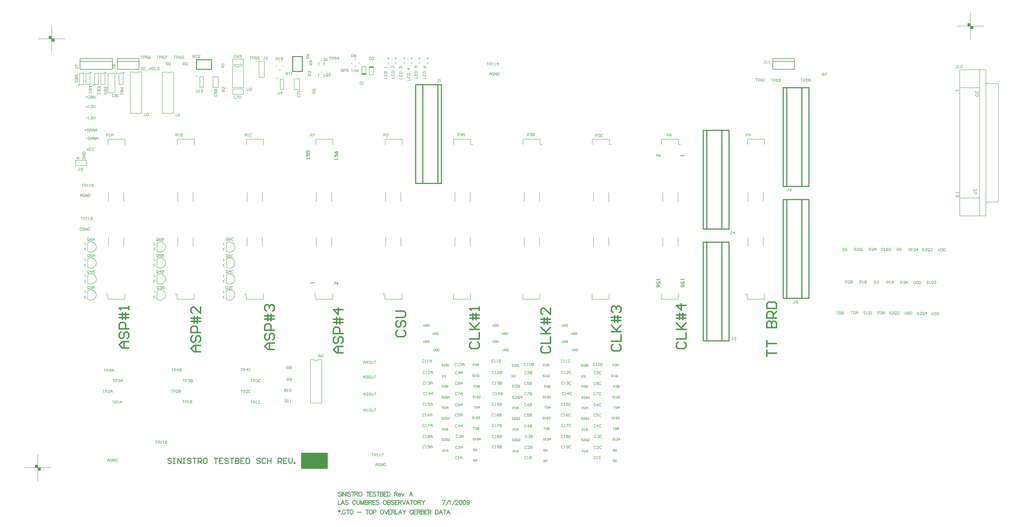
<source format=gto>
%FSLAX23Y23*%
%MOIN*%
G70*
G01*
G75*
G04 Layer_Color=65535*
%ADD10C,0.005*%
%ADD11R,0.050X0.050*%
%ADD12R,0.020X0.709*%
%ADD13R,0.085X0.016*%
%ADD14O,0.098X0.028*%
%ADD15R,0.050X0.050*%
%ADD16R,0.035X0.037*%
%ADD17R,0.035X0.037*%
%ADD18R,0.100X0.100*%
%ADD19R,0.048X0.078*%
%ADD20O,0.087X0.024*%
%ADD21C,0.010*%
%ADD22C,0.025*%
%ADD23C,0.012*%
%ADD24C,0.008*%
%ADD25C,0.012*%
%ADD26C,0.012*%
%ADD27C,0.250*%
%ADD28C,0.059*%
%ADD29R,0.059X0.059*%
%ADD30C,0.050*%
%ADD31C,0.080*%
%ADD32C,0.067*%
%ADD33C,0.067*%
%ADD34C,0.187*%
%ADD35R,0.067X0.067*%
%ADD36C,0.055*%
%ADD37C,0.047*%
%ADD38R,0.059X0.059*%
%ADD39C,0.059*%
%ADD40R,0.087X0.087*%
%ADD41C,0.087*%
%ADD42R,0.059X0.059*%
%ADD43O,0.079X0.039*%
%ADD44O,0.079X0.039*%
%ADD45C,0.045*%
%ADD46C,0.024*%
%ADD47C,0.010*%
%ADD48C,0.050*%
%ADD49C,0.040*%
%ADD50C,0.145*%
%ADD51C,0.055*%
G04:AMPARAMS|DCode=52|XSize=85mil|YSize=85mil|CornerRadius=0mil|HoleSize=0mil|Usage=FLASHONLY|Rotation=0.000|XOffset=0mil|YOffset=0mil|HoleType=Round|Shape=Relief|Width=10mil|Gap=10mil|Entries=4|*
%AMTHD52*
7,0,0,0.085,0.065,0.010,45*
%
%ADD52THD52*%
%ADD53C,0.072*%
%ADD54C,0.063*%
%ADD55C,0.063*%
%ADD56C,0.148*%
%ADD57C,0.053*%
%ADD58C,0.048*%
%ADD59C,0.055*%
G04:AMPARAMS|DCode=60|XSize=95.433mil|YSize=95.433mil|CornerRadius=0mil|HoleSize=0mil|Usage=FLASHONLY|Rotation=0.000|XOffset=0mil|YOffset=0mil|HoleType=Round|Shape=Relief|Width=10mil|Gap=10mil|Entries=4|*
%AMTHD60*
7,0,0,0.095,0.075,0.010,45*
%
%ADD60THD60*%
%ADD61C,0.067*%
G04:AMPARAMS|DCode=62|XSize=95.433mil|YSize=95.433mil|CornerRadius=0mil|HoleSize=0mil|Usage=FLASHONLY|Rotation=0.000|XOffset=0mil|YOffset=0mil|HoleType=Round|Shape=Relief|Width=10mil|Gap=10mil|Entries=4|*
%AMTHD62*
7,0,0,0.095,0.075,0.010,45*
%
%ADD62THD62*%
G04:AMPARAMS|DCode=63|XSize=112mil|YSize=112mil|CornerRadius=0mil|HoleSize=0mil|Usage=FLASHONLY|Rotation=0.000|XOffset=0mil|YOffset=0mil|HoleType=Round|Shape=Relief|Width=10mil|Gap=10mil|Entries=4|*
%AMTHD63*
7,0,0,0.112,0.092,0.010,45*
%
%ADD63THD63*%
%ADD64C,0.030*%
G04:AMPARAMS|DCode=65|XSize=70mil|YSize=70mil|CornerRadius=0mil|HoleSize=0mil|Usage=FLASHONLY|Rotation=0.000|XOffset=0mil|YOffset=0mil|HoleType=Round|Shape=Relief|Width=10mil|Gap=10mil|Entries=4|*
%AMTHD65*
7,0,0,0.070,0.050,0.010,45*
%
%ADD65THD65*%
G04:AMPARAMS|DCode=66|XSize=185mil|YSize=185mil|CornerRadius=0mil|HoleSize=0mil|Usage=FLASHONLY|Rotation=0.000|XOffset=0mil|YOffset=0mil|HoleType=Round|Shape=Relief|Width=10mil|Gap=10mil|Entries=4|*
%AMTHD66*
7,0,0,0.185,0.165,0.010,45*
%
%ADD66THD66*%
G04:AMPARAMS|DCode=67|XSize=188.346mil|YSize=188.346mil|CornerRadius=0mil|HoleSize=0mil|Usage=FLASHONLY|Rotation=0.000|XOffset=0mil|YOffset=0mil|HoleType=Round|Shape=Relief|Width=10mil|Gap=10mil|Entries=4|*
%AMTHD67*
7,0,0,0.188,0.168,0.010,45*
%
%ADD67THD67*%
G04:AMPARAMS|DCode=68|XSize=102.913mil|YSize=102.913mil|CornerRadius=0mil|HoleSize=0mil|Usage=FLASHONLY|Rotation=0.000|XOffset=0mil|YOffset=0mil|HoleType=Round|Shape=Relief|Width=10mil|Gap=10mil|Entries=4|*
%AMTHD68*
7,0,0,0.103,0.083,0.010,45*
%
%ADD68THD68*%
G04:AMPARAMS|DCode=69|XSize=93.465mil|YSize=93.465mil|CornerRadius=0mil|HoleSize=0mil|Usage=FLASHONLY|Rotation=0.000|XOffset=0mil|YOffset=0mil|HoleType=Round|Shape=Relief|Width=10mil|Gap=10mil|Entries=4|*
%AMTHD69*
7,0,0,0.093,0.073,0.010,45*
%
%ADD69THD69*%
G04:AMPARAMS|DCode=70|XSize=87.559mil|YSize=87.559mil|CornerRadius=0mil|HoleSize=0mil|Usage=FLASHONLY|Rotation=0.000|XOffset=0mil|YOffset=0mil|HoleType=Round|Shape=Relief|Width=10mil|Gap=10mil|Entries=4|*
%AMTHD70*
7,0,0,0.088,0.068,0.010,45*
%
%ADD70THD70*%
%ADD71C,0.020*%
%ADD72C,0.015*%
%ADD73C,0.008*%
%ADD74C,0.010*%
%ADD75C,0.006*%
%ADD76C,0.007*%
%ADD77C,0.028*%
%ADD78C,0.006*%
%ADD79C,0.006*%
%ADD80R,0.075X0.031*%
%ADD81R,0.500X0.300*%
D21*
X150Y7900D02*
X755D01*
X150Y7700D02*
X755D01*
X150D02*
Y7900D01*
X755Y7700D02*
Y7900D01*
X150Y7850D02*
X755D01*
X850D02*
X1255D01*
Y7700D02*
Y7900D01*
X850Y7700D02*
Y7900D01*
Y7700D02*
X1255D01*
X850Y7900D02*
X1255D01*
X13150D02*
X13555D01*
X13150Y7700D02*
X13555D01*
X13150D02*
Y7900D01*
X13555Y7700D02*
Y7900D01*
X13150Y7850D02*
X13555D01*
X11425Y3762D02*
Y3742D01*
Y3752D01*
X11485D01*
X11475Y3762D01*
X11485Y3672D02*
Y3712D01*
X11455D01*
X11465Y3692D01*
Y3682D01*
X11455Y3672D01*
X11435D01*
X11425Y3682D01*
Y3702D01*
X11435Y3712D01*
X11485Y3612D02*
Y3652D01*
X11455D01*
X11465Y3632D01*
Y3622D01*
X11455Y3612D01*
X11435D01*
X11425Y3622D01*
Y3642D01*
X11435Y3652D01*
X10972Y3762D02*
Y3742D01*
Y3752D01*
X11032D01*
X11022Y3762D01*
X11032Y3672D02*
Y3712D01*
X11002D01*
X11012Y3692D01*
Y3682D01*
X11002Y3672D01*
X10982D01*
X10972Y3682D01*
Y3702D01*
X10982Y3712D01*
X11032Y3612D02*
X11022Y3632D01*
X11002Y3652D01*
X10982D01*
X10972Y3642D01*
Y3622D01*
X10982Y3612D01*
X10992D01*
X11002Y3622D01*
Y3652D01*
X10972Y6065D02*
Y6104D01*
X11012Y6065D01*
X11022D01*
X11032Y6074D01*
Y6094D01*
X11022Y6104D01*
X11425Y6085D02*
Y6065D01*
Y6075D01*
X11485D01*
X11475Y6085D01*
X4531Y3683D02*
Y3703D01*
Y3693D01*
X4471D01*
X4481Y3683D01*
X4984Y3704D02*
Y3664D01*
X4944Y3704D01*
X4934D01*
X4924Y3694D01*
Y3674D01*
X4934Y3664D01*
X4984Y6006D02*
Y6026D01*
Y6016D01*
X4924D01*
X4934Y6006D01*
X4924Y6096D02*
Y6056D01*
X4954D01*
X4944Y6076D01*
Y6086D01*
X4954Y6096D01*
X4974D01*
X4984Y6086D01*
Y6066D01*
X4974Y6056D01*
X4924Y6156D02*
X4934Y6136D01*
X4954Y6116D01*
X4974D01*
X4984Y6126D01*
Y6146D01*
X4974Y6156D01*
X4964D01*
X4954Y6146D01*
Y6116D01*
X4460Y6019D02*
Y6039D01*
Y6029D01*
X4400D01*
X4410Y6019D01*
X4400Y6109D02*
Y6069D01*
X4430D01*
X4420Y6089D01*
Y6099D01*
X4430Y6109D01*
X4450D01*
X4460Y6099D01*
Y6079D01*
X4450Y6069D01*
X4400Y6169D02*
Y6129D01*
X4430D01*
X4420Y6149D01*
Y6159D01*
X4430Y6169D01*
X4450D01*
X4460Y6159D01*
Y6139D01*
X4450Y6129D01*
D23*
X5015Y-572D02*
Y-618D01*
X4996Y-583D02*
X5034Y-606D01*
Y-583D02*
X4996Y-606D01*
X5054Y-644D02*
X5050Y-648D01*
X5054Y-652D01*
X5058Y-648D01*
X5054Y-644D01*
X5133Y-591D02*
X5129Y-583D01*
X5121Y-576D01*
X5114Y-572D01*
X5098D01*
X5091Y-576D01*
X5083Y-583D01*
X5079Y-591D01*
X5076Y-602D01*
Y-622D01*
X5079Y-633D01*
X5083Y-641D01*
X5091Y-648D01*
X5098Y-652D01*
X5114D01*
X5121Y-648D01*
X5129Y-641D01*
X5133Y-633D01*
Y-622D01*
X5114D02*
X5133D01*
X5178Y-572D02*
Y-652D01*
X5151Y-572D02*
X5204D01*
X5237D02*
X5229Y-576D01*
X5221Y-583D01*
X5218Y-591D01*
X5214Y-602D01*
Y-622D01*
X5218Y-633D01*
X5221Y-641D01*
X5229Y-648D01*
X5237Y-652D01*
X5252D01*
X5260Y-648D01*
X5267Y-641D01*
X5271Y-633D01*
X5275Y-622D01*
Y-602D01*
X5271Y-591D01*
X5267Y-583D01*
X5260Y-576D01*
X5252Y-572D01*
X5237D01*
X5356Y-618D02*
X5425D01*
X5538Y-572D02*
Y-652D01*
X5511Y-572D02*
X5565D01*
X5597D02*
X5589Y-576D01*
X5582Y-583D01*
X5578Y-591D01*
X5574Y-602D01*
Y-622D01*
X5578Y-633D01*
X5582Y-641D01*
X5589Y-648D01*
X5597Y-652D01*
X5612D01*
X5620Y-648D01*
X5627Y-641D01*
X5631Y-633D01*
X5635Y-622D01*
Y-602D01*
X5631Y-591D01*
X5627Y-583D01*
X5620Y-576D01*
X5612Y-572D01*
X5597D01*
X5654Y-614D02*
X5688D01*
X5699Y-610D01*
X5703Y-606D01*
X5707Y-599D01*
Y-587D01*
X5703Y-580D01*
X5699Y-576D01*
X5688Y-572D01*
X5654D01*
Y-652D01*
X5811Y-572D02*
X5803Y-576D01*
X5795Y-583D01*
X5792Y-591D01*
X5788Y-602D01*
Y-622D01*
X5792Y-633D01*
X5795Y-641D01*
X5803Y-648D01*
X5811Y-652D01*
X5826D01*
X5834Y-648D01*
X5841Y-641D01*
X5845Y-633D01*
X5849Y-622D01*
Y-602D01*
X5845Y-591D01*
X5841Y-583D01*
X5834Y-576D01*
X5826Y-572D01*
X5811D01*
X5867D02*
X5898Y-652D01*
X5928Y-572D02*
X5898Y-652D01*
X5988Y-572D02*
X5939D01*
Y-652D01*
X5988D01*
X5939Y-610D02*
X5969D01*
X6001Y-572D02*
Y-652D01*
Y-572D02*
X6036D01*
X6047Y-576D01*
X6051Y-580D01*
X6055Y-587D01*
Y-595D01*
X6051Y-602D01*
X6047Y-606D01*
X6036Y-610D01*
X6001D01*
X6028D02*
X6055Y-652D01*
X6073Y-572D02*
Y-652D01*
X6118D01*
X6188D02*
X6158Y-572D01*
X6127Y-652D01*
X6139Y-625D02*
X6177D01*
X6207Y-572D02*
X6237Y-610D01*
Y-652D01*
X6268Y-572D02*
X6237Y-610D01*
X6398Y-591D02*
X6394Y-583D01*
X6387Y-576D01*
X6379Y-572D01*
X6364D01*
X6356Y-576D01*
X6348Y-583D01*
X6345Y-591D01*
X6341Y-602D01*
Y-622D01*
X6345Y-633D01*
X6348Y-641D01*
X6356Y-648D01*
X6364Y-652D01*
X6379D01*
X6387Y-648D01*
X6394Y-641D01*
X6398Y-633D01*
Y-622D01*
X6379D02*
X6398D01*
X6466Y-572D02*
X6416D01*
Y-652D01*
X6466D01*
X6416Y-610D02*
X6447D01*
X6479Y-572D02*
Y-652D01*
Y-572D02*
X6513D01*
X6525Y-576D01*
X6529Y-580D01*
X6532Y-587D01*
Y-595D01*
X6529Y-602D01*
X6525Y-606D01*
X6513Y-610D01*
X6479D01*
X6506D02*
X6532Y-652D01*
X6550Y-572D02*
Y-652D01*
Y-572D02*
X6585D01*
X6596Y-576D01*
X6600Y-580D01*
X6604Y-587D01*
Y-595D01*
X6600Y-602D01*
X6596Y-606D01*
X6585Y-610D01*
X6550D02*
X6585D01*
X6596Y-614D01*
X6600Y-618D01*
X6604Y-625D01*
Y-637D01*
X6600Y-644D01*
X6596Y-648D01*
X6585Y-652D01*
X6550D01*
X6671Y-572D02*
X6622D01*
Y-652D01*
X6671D01*
X6622Y-610D02*
X6652D01*
X6684Y-572D02*
Y-652D01*
Y-572D02*
X6719D01*
X6730Y-576D01*
X6734Y-580D01*
X6738Y-587D01*
Y-595D01*
X6734Y-602D01*
X6730Y-606D01*
X6719Y-610D01*
X6684D01*
X6711D02*
X6738Y-652D01*
X6818Y-572D02*
Y-652D01*
Y-572D02*
X6845D01*
X6857Y-576D01*
X6864Y-583D01*
X6868Y-591D01*
X6872Y-602D01*
Y-622D01*
X6868Y-633D01*
X6864Y-641D01*
X6857Y-648D01*
X6845Y-652D01*
X6818D01*
X6951D02*
X6920Y-572D01*
X6890Y-652D01*
X6901Y-625D02*
X6939D01*
X6996Y-572D02*
Y-652D01*
X6969Y-572D02*
X7023D01*
X7093Y-652D02*
X7063Y-572D01*
X7032Y-652D01*
X7044Y-625D02*
X7082D01*
D24*
X790Y7261D02*
X800Y7265D01*
X804Y7275D01*
X676D02*
X680Y7265D01*
X690Y7261D01*
Y7619D02*
X680Y7615D01*
X676Y7605D01*
X804D02*
X800Y7615D01*
X790Y7619D01*
X618Y7614D02*
X614Y7624D01*
X604Y7628D01*
X556D02*
X546Y7624D01*
X542Y7614D01*
Y7426D02*
X546Y7416D01*
X556Y7412D01*
X604D02*
X614Y7416D01*
X618Y7426D01*
X422D02*
X426Y7416D01*
X436Y7412D01*
X484D02*
X494Y7416D01*
X498Y7426D01*
Y7614D02*
X494Y7624D01*
X484Y7628D01*
X436D02*
X426Y7624D01*
X422Y7614D01*
X338D02*
X334Y7624D01*
X324Y7628D01*
X276D02*
X266Y7624D01*
X262Y7614D01*
Y7426D02*
X266Y7416D01*
X276Y7412D01*
X324D02*
X334Y7416D01*
X338Y7426D01*
X142D02*
X146Y7416D01*
X156Y7412D01*
X204D02*
X214Y7416D01*
X218Y7426D01*
Y7614D02*
X214Y7624D01*
X204Y7628D01*
X156D02*
X146Y7624D01*
X142Y7614D01*
X958D02*
X954Y7624D01*
X944Y7628D01*
X896D02*
X886Y7624D01*
X882Y7614D01*
Y7426D02*
X886Y7416D01*
X896Y7412D01*
X944D02*
X954Y7416D01*
X958Y7426D01*
X690Y7261D02*
X790D01*
X690Y7619D02*
X790D01*
X804Y7275D02*
Y7605D01*
X676Y7275D02*
Y7605D01*
X556Y7412D02*
X604D01*
X556Y7628D02*
X604D01*
X618Y7426D02*
Y7614D01*
X542Y7426D02*
Y7614D01*
X436Y7628D02*
X484D01*
X436Y7412D02*
X484D01*
X422Y7426D02*
Y7614D01*
X498Y7426D02*
Y7614D01*
X276Y7412D02*
X324D01*
X276Y7628D02*
X324D01*
X338Y7426D02*
Y7614D01*
X262Y7426D02*
Y7614D01*
X156Y7628D02*
X204D01*
X156Y7412D02*
X204D01*
X142Y7426D02*
Y7614D01*
X218Y7426D02*
Y7614D01*
X896Y7412D02*
X944D01*
X896Y7628D02*
X944D01*
X958Y7426D02*
Y7614D01*
X882Y7426D02*
Y7614D01*
X4650Y2332D02*
X4643Y2339D01*
X4630D01*
X4623Y2332D01*
Y2326D01*
X4630Y2319D01*
X4643D01*
X4650Y2312D01*
Y2306D01*
X4643Y2299D01*
X4630D01*
X4623Y2306D01*
X4663Y2339D02*
Y2299D01*
X4676Y2312D01*
X4690Y2299D01*
Y2339D01*
X4703Y2299D02*
X4716D01*
X4710D01*
Y2339D01*
X4703Y2332D01*
X3999Y1446D02*
Y1496D01*
X4024D01*
X4032Y1488D01*
Y1471D01*
X4024Y1463D01*
X3999D01*
X4016D02*
X4032Y1446D01*
X4049D02*
X4066D01*
X4057D01*
Y1496D01*
X4049Y1488D01*
X4091Y1446D02*
X4107D01*
X4099D01*
Y1496D01*
X4091Y1488D01*
X3988Y1648D02*
Y1698D01*
X4013D01*
X4021Y1690D01*
Y1673D01*
X4013Y1665D01*
X3988D01*
X4005D02*
X4021Y1648D01*
X4038D02*
X4055D01*
X4046D01*
Y1698D01*
X4038Y1690D01*
X4080D02*
X4088Y1698D01*
X4105D01*
X4113Y1690D01*
Y1656D01*
X4105Y1648D01*
X4088D01*
X4080Y1656D01*
Y1690D01*
X4035Y1850D02*
Y1900D01*
X4060D01*
X4068Y1892D01*
Y1875D01*
X4060Y1867D01*
X4035D01*
X4052D02*
X4068Y1850D01*
X4085Y1858D02*
X4093Y1850D01*
X4110D01*
X4118Y1858D01*
Y1892D01*
X4110Y1900D01*
X4093D01*
X4085Y1892D01*
Y1883D01*
X4093Y1875D01*
X4118D01*
X4031Y2075D02*
Y2125D01*
X4056D01*
X4064Y2117D01*
Y2100D01*
X4056Y2092D01*
X4031D01*
X4048D02*
X4064Y2075D01*
X4081Y2117D02*
X4089Y2125D01*
X4106D01*
X4114Y2117D01*
Y2108D01*
X4106Y2100D01*
X4114Y2092D01*
Y2083D01*
X4106Y2075D01*
X4089D01*
X4081Y2083D01*
Y2092D01*
X4089Y2100D01*
X4081Y2108D01*
Y2117D01*
X4089Y2100D02*
X4106D01*
X4469Y6438D02*
Y6488D01*
X4494D01*
X4502Y6480D01*
Y6463D01*
X4494Y6455D01*
X4469D01*
X4519Y6488D02*
X4552D01*
Y6480D01*
X4519Y6446D01*
Y6438D01*
X11166Y6443D02*
Y6493D01*
X11191D01*
X11199Y6485D01*
Y6468D01*
X11191Y6460D01*
X11166D01*
X11249Y6493D02*
X11233Y6485D01*
X11216Y6468D01*
Y6451D01*
X11224Y6443D01*
X11241D01*
X11249Y6451D01*
Y6460D01*
X11241Y6468D01*
X11216D01*
X16615Y7773D02*
X16599D01*
X16607D01*
Y7731D01*
X16599Y7723D01*
X16590D01*
X16582Y7731D01*
X16632Y7723D02*
X16649D01*
X16640D01*
Y7773D01*
X16632Y7765D01*
X16674D02*
X16682Y7773D01*
X16699D01*
X16707Y7765D01*
Y7731D01*
X16699Y7723D01*
X16682D01*
X16674Y7731D01*
Y7765D01*
X3862Y7280D02*
Y7238D01*
X3870Y7230D01*
X3887D01*
X3895Y7238D01*
Y7280D01*
X3937Y7230D02*
Y7280D01*
X3912Y7255D01*
X3945D01*
X3830Y7870D02*
Y7919D01*
X3855D01*
X3864Y7911D01*
Y7894D01*
X3855Y7886D01*
X3830D01*
X3880Y7870D02*
X3897D01*
X3889D01*
Y7919D01*
X3880Y7911D01*
X3955Y7919D02*
X3922D01*
Y7894D01*
X3939Y7903D01*
X3947D01*
X3955Y7894D01*
Y7878D01*
X3947Y7870D01*
X3930D01*
X3922Y7878D01*
X5247Y7924D02*
Y7973D01*
X5272D01*
X5281Y7965D01*
Y7948D01*
X5272Y7940D01*
X5247D01*
X5331Y7973D02*
X5297D01*
Y7948D01*
X5314Y7957D01*
X5322D01*
X5331Y7948D01*
Y7932D01*
X5322Y7924D01*
X5306D01*
X5297Y7932D01*
X2929Y4493D02*
Y4527D01*
X2921Y4535D01*
X2904D01*
X2896Y4527D01*
Y4493D01*
X2904Y4485D01*
X2921D01*
X2913Y4502D02*
X2929Y4485D01*
X2921D02*
X2929Y4493D01*
X2979Y4535D02*
X2963Y4527D01*
X2946Y4510D01*
Y4493D01*
X2954Y4485D01*
X2971D01*
X2979Y4493D01*
Y4502D01*
X2971Y4510D01*
X2946D01*
X3029Y4527D02*
X3021Y4535D01*
X3004D01*
X2996Y4527D01*
Y4493D01*
X3004Y4485D01*
X3021D01*
X3029Y4493D01*
X1618Y4489D02*
Y4523D01*
X1610Y4531D01*
X1593D01*
X1585Y4523D01*
Y4489D01*
X1593Y4481D01*
X1610D01*
X1602Y4498D02*
X1618Y4481D01*
X1610D02*
X1618Y4489D01*
X1668Y4531D02*
X1652Y4523D01*
X1635Y4506D01*
Y4489D01*
X1643Y4481D01*
X1660D01*
X1668Y4489D01*
Y4498D01*
X1660Y4506D01*
X1635D01*
X1685Y4531D02*
Y4481D01*
X1710D01*
X1718Y4489D01*
Y4498D01*
X1710Y4506D01*
X1685D01*
X1710D01*
X1718Y4514D01*
Y4523D01*
X1710Y4531D01*
X1685D01*
X324Y4487D02*
Y4521D01*
X316Y4529D01*
X299D01*
X291Y4521D01*
Y4487D01*
X299Y4479D01*
X316D01*
X308Y4496D02*
X324Y4479D01*
X316D02*
X324Y4487D01*
X374Y4529D02*
X358Y4521D01*
X341Y4504D01*
Y4487D01*
X349Y4479D01*
X366D01*
X374Y4487D01*
Y4496D01*
X366Y4504D01*
X341D01*
X391Y4479D02*
Y4512D01*
X408Y4529D01*
X424Y4512D01*
Y4479D01*
Y4504D01*
X391D01*
X2926Y4178D02*
Y4212D01*
X2918Y4220D01*
X2901D01*
X2893Y4212D01*
Y4178D01*
X2901Y4170D01*
X2918D01*
X2910Y4187D02*
X2926Y4170D01*
X2918D02*
X2926Y4178D01*
X2976Y4220D02*
X2943D01*
Y4195D01*
X2960Y4203D01*
X2968D01*
X2976Y4195D01*
Y4178D01*
X2968Y4170D01*
X2951D01*
X2943Y4178D01*
X3026Y4212D02*
X3018Y4220D01*
X3001D01*
X2993Y4212D01*
Y4178D01*
X3001Y4170D01*
X3018D01*
X3026Y4178D01*
X1620Y4186D02*
Y4219D01*
X1612Y4228D01*
X1595D01*
X1587Y4219D01*
Y4186D01*
X1595Y4178D01*
X1612D01*
X1604Y4195D02*
X1620Y4178D01*
X1612D02*
X1620Y4186D01*
X1670Y4228D02*
X1637D01*
Y4203D01*
X1653Y4211D01*
X1662D01*
X1670Y4203D01*
Y4186D01*
X1662Y4178D01*
X1645D01*
X1637Y4186D01*
X1687Y4228D02*
Y4178D01*
X1712D01*
X1720Y4186D01*
Y4195D01*
X1712Y4203D01*
X1687D01*
X1712D01*
X1720Y4211D01*
Y4219D01*
X1712Y4228D01*
X1687D01*
X324Y4183D02*
Y4217D01*
X316Y4225D01*
X299D01*
X291Y4217D01*
Y4183D01*
X299Y4175D01*
X316D01*
X308Y4192D02*
X324Y4175D01*
X316D02*
X324Y4183D01*
X374Y4225D02*
X341D01*
Y4200D01*
X358Y4208D01*
X366D01*
X374Y4200D01*
Y4183D01*
X366Y4175D01*
X349D01*
X341Y4183D01*
X391Y4175D02*
Y4208D01*
X408Y4225D01*
X424Y4208D01*
Y4175D01*
Y4200D01*
X391D01*
X2929Y3883D02*
Y3917D01*
X2921Y3925D01*
X2904D01*
X2896Y3917D01*
Y3883D01*
X2904Y3875D01*
X2921D01*
X2913Y3892D02*
X2929Y3875D01*
X2921D02*
X2929Y3883D01*
X2971Y3875D02*
Y3925D01*
X2946Y3900D01*
X2979D01*
X3029Y3917D02*
X3021Y3925D01*
X3004D01*
X2996Y3917D01*
Y3883D01*
X3004Y3875D01*
X3021D01*
X3029Y3883D01*
X1623D02*
Y3917D01*
X1615Y3925D01*
X1598D01*
X1590Y3917D01*
Y3883D01*
X1598Y3875D01*
X1615D01*
X1607Y3892D02*
X1623Y3875D01*
X1615D02*
X1623Y3883D01*
X1665Y3875D02*
Y3925D01*
X1640Y3900D01*
X1673D01*
X1690Y3925D02*
Y3875D01*
X1715D01*
X1723Y3883D01*
Y3892D01*
X1715Y3900D01*
X1690D01*
X1715D01*
X1723Y3908D01*
Y3917D01*
X1715Y3925D01*
X1690D01*
X319Y3879D02*
Y3913D01*
X311Y3921D01*
X294D01*
X286Y3913D01*
Y3879D01*
X294Y3871D01*
X311D01*
X303Y3888D02*
X319Y3871D01*
X311D02*
X319Y3879D01*
X361Y3871D02*
Y3921D01*
X336Y3896D01*
X369D01*
X386Y3871D02*
Y3904D01*
X403Y3921D01*
X419Y3904D01*
Y3871D01*
Y3896D01*
X386D01*
X2920Y3581D02*
Y3615D01*
X2912Y3623D01*
X2895D01*
X2887Y3615D01*
Y3581D01*
X2895Y3573D01*
X2912D01*
X2904Y3590D02*
X2920Y3573D01*
X2912D02*
X2920Y3581D01*
X2937Y3615D02*
X2945Y3623D01*
X2962D01*
X2970Y3615D01*
Y3606D01*
X2962Y3598D01*
X2954D01*
X2962D01*
X2970Y3590D01*
Y3581D01*
X2962Y3573D01*
X2945D01*
X2937Y3581D01*
X3020Y3615D02*
X3012Y3623D01*
X2995D01*
X2987Y3615D01*
Y3581D01*
X2995Y3573D01*
X3012D01*
X3020Y3581D01*
X1630Y3584D02*
Y3618D01*
X1622Y3626D01*
X1605D01*
X1597Y3618D01*
Y3584D01*
X1605Y3576D01*
X1622D01*
X1614Y3593D02*
X1630Y3576D01*
X1622D02*
X1630Y3584D01*
X1647Y3618D02*
X1655Y3626D01*
X1672D01*
X1680Y3618D01*
Y3609D01*
X1672Y3601D01*
X1664D01*
X1672D01*
X1680Y3593D01*
Y3584D01*
X1672Y3576D01*
X1655D01*
X1647Y3584D01*
X1697Y3626D02*
Y3576D01*
X1722D01*
X1730Y3584D01*
Y3593D01*
X1722Y3601D01*
X1697D01*
X1722D01*
X1730Y3609D01*
Y3618D01*
X1722Y3626D01*
X1697D01*
X322Y3584D02*
Y3618D01*
X314Y3626D01*
X297D01*
X289Y3618D01*
Y3584D01*
X297Y3576D01*
X314D01*
X306Y3593D02*
X322Y3576D01*
X314D02*
X322Y3584D01*
X339Y3618D02*
X347Y3626D01*
X364D01*
X372Y3618D01*
Y3609D01*
X364Y3601D01*
X356D01*
X364D01*
X372Y3593D01*
Y3584D01*
X364Y3576D01*
X347D01*
X339Y3584D01*
X389Y3576D02*
Y3609D01*
X406Y3626D01*
X422Y3609D01*
Y3576D01*
Y3601D01*
X389D01*
X1357Y6876D02*
Y6834D01*
X1365Y6826D01*
X1382D01*
X1390Y6834D01*
Y6876D01*
X1407Y6868D02*
X1415Y6876D01*
X1432D01*
X1440Y6868D01*
Y6859D01*
X1432Y6851D01*
X1424D01*
X1432D01*
X1440Y6843D01*
Y6834D01*
X1432Y6826D01*
X1415D01*
X1407Y6834D01*
X3287Y7349D02*
Y7307D01*
X3295Y7299D01*
X3312D01*
X3320Y7307D01*
Y7349D01*
X3370Y7299D02*
X3337D01*
X3370Y7332D01*
Y7341D01*
X3362Y7349D01*
X3345D01*
X3337Y7341D01*
X1952Y6865D02*
Y6823D01*
X1960Y6815D01*
X1977D01*
X1985Y6823D01*
Y6865D01*
X2002Y6815D02*
X2019D01*
X2010D01*
Y6865D01*
X2002Y6857D01*
X167Y4924D02*
X200D01*
X183D01*
Y4874D01*
X216D02*
Y4924D01*
X241D01*
X250Y4916D01*
Y4899D01*
X241Y4891D01*
X216D01*
X266Y4874D02*
X283D01*
X275D01*
Y4924D01*
X266Y4916D01*
X308Y4874D02*
X325D01*
X316D01*
Y4924D01*
X308Y4916D01*
X350Y4883D02*
X358Y4874D01*
X375D01*
X383Y4883D01*
Y4916D01*
X375Y4924D01*
X358D01*
X350Y4916D01*
Y4908D01*
X358Y4899D01*
X383D01*
X5627Y484D02*
X5660D01*
X5643D01*
Y435D01*
X5676D02*
Y484D01*
X5701D01*
X5710Y476D01*
Y459D01*
X5701Y451D01*
X5676D01*
X5726Y435D02*
X5743D01*
X5735D01*
Y484D01*
X5726Y476D01*
X5768Y435D02*
X5785D01*
X5776D01*
Y484D01*
X5768Y476D01*
X5810Y484D02*
X5843D01*
Y476D01*
X5810Y443D01*
Y435D01*
X1566Y724D02*
X1600D01*
X1583D01*
Y674D01*
X1616D02*
Y724D01*
X1641D01*
X1650Y716D01*
Y699D01*
X1641Y691D01*
X1616D01*
X1666Y674D02*
X1683D01*
X1675D01*
Y724D01*
X1666Y716D01*
X1708Y674D02*
X1725D01*
X1716D01*
Y724D01*
X1708Y716D01*
X1783Y724D02*
X1766Y716D01*
X1750Y699D01*
Y683D01*
X1758Y674D01*
X1775D01*
X1783Y683D01*
Y691D01*
X1775Y699D01*
X1750D01*
X186Y5544D02*
X220D01*
X203D01*
Y5495D01*
X236D02*
Y5544D01*
X261D01*
X270Y5536D01*
Y5519D01*
X261Y5511D01*
X236D01*
X286Y5495D02*
X303D01*
X295D01*
Y5544D01*
X286Y5536D01*
X328Y5495D02*
X345D01*
X336D01*
Y5544D01*
X328Y5536D01*
X403Y5544D02*
X370D01*
Y5519D01*
X386Y5528D01*
X395D01*
X403Y5519D01*
Y5503D01*
X395Y5495D01*
X378D01*
X370Y5503D01*
X7786Y7824D02*
X7820D01*
X7803D01*
Y7774D01*
X7836D02*
Y7824D01*
X7861D01*
X7870Y7816D01*
Y7799D01*
X7861Y7791D01*
X7836D01*
X7886Y7774D02*
X7903D01*
X7895D01*
Y7824D01*
X7886Y7816D01*
X7928Y7774D02*
X7945D01*
X7936D01*
Y7824D01*
X7928Y7816D01*
X7995Y7774D02*
Y7824D01*
X7970Y7799D01*
X8003D01*
X3170Y2084D02*
X3203D01*
X3187D01*
Y2034D01*
X3220D02*
Y2084D01*
X3245D01*
X3253Y2076D01*
Y2059D01*
X3245Y2051D01*
X3220D01*
X3295Y2034D02*
Y2084D01*
X3270Y2059D01*
X3303D01*
X3353Y2076D02*
X3345Y2084D01*
X3328D01*
X3320Y2076D01*
Y2042D01*
X3328Y2034D01*
X3345D01*
X3353Y2042D01*
X1871Y2080D02*
X1904D01*
X1888D01*
Y2030D01*
X1921D02*
Y2080D01*
X1946D01*
X1954Y2072D01*
Y2055D01*
X1946Y2047D01*
X1921D01*
X1996Y2030D02*
Y2080D01*
X1971Y2055D01*
X2004D01*
X2021Y2080D02*
Y2030D01*
X2046D01*
X2054Y2038D01*
Y2047D01*
X2046Y2055D01*
X2021D01*
X2046D01*
X2054Y2063D01*
Y2072D01*
X2046Y2080D01*
X2021D01*
X597Y2070D02*
X630D01*
X614D01*
Y2020D01*
X647D02*
Y2070D01*
X672D01*
X680Y2062D01*
Y2045D01*
X672Y2037D01*
X647D01*
X722Y2020D02*
Y2070D01*
X697Y2045D01*
X730D01*
X747Y2020D02*
Y2053D01*
X764Y2070D01*
X780Y2053D01*
Y2020D01*
Y2045D01*
X747D01*
X3353Y1876D02*
X3386D01*
X3370D01*
Y1826D01*
X3403D02*
Y1876D01*
X3428D01*
X3436Y1868D01*
Y1851D01*
X3428Y1843D01*
X3403D01*
X3453Y1868D02*
X3461Y1876D01*
X3478D01*
X3486Y1868D01*
Y1859D01*
X3478Y1851D01*
X3470D01*
X3478D01*
X3486Y1843D01*
Y1834D01*
X3478Y1826D01*
X3461D01*
X3453Y1834D01*
X3536Y1868D02*
X3528Y1876D01*
X3511D01*
X3503Y1868D01*
Y1834D01*
X3511Y1826D01*
X3528D01*
X3536Y1834D01*
X2077Y1878D02*
X2110D01*
X2094D01*
Y1828D01*
X2127D02*
Y1878D01*
X2152D01*
X2160Y1870D01*
Y1853D01*
X2152Y1845D01*
X2127D01*
X2177Y1870D02*
X2185Y1878D01*
X2202D01*
X2210Y1870D01*
Y1861D01*
X2202Y1853D01*
X2194D01*
X2202D01*
X2210Y1845D01*
Y1836D01*
X2202Y1828D01*
X2185D01*
X2177Y1836D01*
X2227Y1878D02*
Y1828D01*
X2252D01*
X2260Y1836D01*
Y1845D01*
X2252Y1853D01*
X2227D01*
X2252D01*
X2260Y1861D01*
Y1870D01*
X2252Y1878D01*
X2227D01*
X764Y1876D02*
X797D01*
X781D01*
Y1826D01*
X814D02*
Y1876D01*
X839D01*
X847Y1868D01*
Y1851D01*
X839Y1843D01*
X814D01*
X864Y1868D02*
X872Y1876D01*
X889D01*
X897Y1868D01*
Y1859D01*
X889Y1851D01*
X881D01*
X889D01*
X897Y1843D01*
Y1834D01*
X889Y1826D01*
X872D01*
X864Y1834D01*
X914Y1826D02*
Y1859D01*
X931Y1876D01*
X947Y1859D01*
Y1826D01*
Y1851D01*
X914D01*
X3166Y1677D02*
X3199D01*
X3183D01*
Y1627D01*
X3216D02*
Y1677D01*
X3241D01*
X3249Y1669D01*
Y1652D01*
X3241Y1644D01*
X3216D01*
X3299Y1627D02*
X3266D01*
X3299Y1660D01*
Y1669D01*
X3291Y1677D01*
X3274D01*
X3266Y1669D01*
X3349D02*
X3341Y1677D01*
X3324D01*
X3316Y1669D01*
Y1635D01*
X3324Y1627D01*
X3341D01*
X3349Y1635D01*
X1857Y1679D02*
X1890D01*
X1874D01*
Y1629D01*
X1907D02*
Y1679D01*
X1932D01*
X1940Y1671D01*
Y1654D01*
X1932Y1646D01*
X1907D01*
X1990Y1629D02*
X1957D01*
X1990Y1662D01*
Y1671D01*
X1982Y1679D01*
X1965D01*
X1957Y1671D01*
X2007Y1679D02*
Y1629D01*
X2032D01*
X2040Y1637D01*
Y1646D01*
X2032Y1654D01*
X2007D01*
X2032D01*
X2040Y1662D01*
Y1671D01*
X2032Y1679D01*
X2007D01*
X574Y1675D02*
X607D01*
X591D01*
Y1625D01*
X624D02*
Y1675D01*
X649D01*
X657Y1667D01*
Y1650D01*
X649Y1642D01*
X624D01*
X707Y1625D02*
X674D01*
X707Y1658D01*
Y1667D01*
X699Y1675D01*
X682D01*
X674Y1667D01*
X724Y1625D02*
Y1658D01*
X741Y1675D01*
X757Y1658D01*
Y1625D01*
Y1650D01*
X724D01*
X3355Y1474D02*
X3388D01*
X3372D01*
Y1424D01*
X3405D02*
Y1474D01*
X3430D01*
X3438Y1466D01*
Y1449D01*
X3430Y1441D01*
X3405D01*
X3455Y1424D02*
X3472D01*
X3463D01*
Y1474D01*
X3455Y1466D01*
X3530D02*
X3522Y1474D01*
X3505D01*
X3497Y1466D01*
Y1432D01*
X3505Y1424D01*
X3522D01*
X3530Y1432D01*
X2075Y1483D02*
X2108D01*
X2092D01*
Y1433D01*
X2125D02*
Y1483D01*
X2150D01*
X2158Y1475D01*
Y1458D01*
X2150Y1450D01*
X2125D01*
X2175Y1433D02*
X2192D01*
X2183D01*
Y1483D01*
X2175Y1475D01*
X2217Y1483D02*
Y1433D01*
X2242D01*
X2250Y1441D01*
Y1450D01*
X2242Y1458D01*
X2217D01*
X2242D01*
X2250Y1466D01*
Y1475D01*
X2242Y1483D01*
X2217D01*
X757Y1474D02*
X790D01*
X774D01*
Y1424D01*
X807D02*
Y1474D01*
X832D01*
X840Y1466D01*
Y1449D01*
X832Y1441D01*
X807D01*
X857Y1424D02*
X874D01*
X865D01*
Y1474D01*
X857Y1466D01*
X899Y1424D02*
Y1457D01*
X915Y1474D01*
X932Y1457D01*
Y1424D01*
Y1449D01*
X899D01*
X4447Y7904D02*
X4397D01*
Y7929D01*
X4405Y7937D01*
X4422D01*
X4430Y7929D01*
Y7904D01*
Y7921D02*
X4447Y7937D01*
X4397Y7987D02*
X4405Y7971D01*
X4422Y7954D01*
X4439D01*
X4447Y7962D01*
Y7979D01*
X4439Y7987D01*
X4430D01*
X4422Y7979D01*
Y7954D01*
X4569Y7250D02*
X4519D01*
Y7275D01*
X4527Y7283D01*
X4544D01*
X4552Y7275D01*
Y7250D01*
Y7267D02*
X4569Y7283D01*
X4519Y7333D02*
Y7300D01*
X4544D01*
X4536Y7317D01*
Y7325D01*
X4544Y7333D01*
X4561D01*
X4569Y7325D01*
Y7308D01*
X4561Y7300D01*
X4509Y7781D02*
X4459D01*
Y7806D01*
X4467Y7814D01*
X4484D01*
X4492Y7806D01*
Y7781D01*
Y7798D02*
X4509Y7814D01*
Y7856D02*
X4459D01*
X4484Y7831D01*
Y7864D01*
X4482Y7576D02*
X4432D01*
Y7601D01*
X4440Y7610D01*
X4457D01*
X4465Y7601D01*
Y7576D01*
Y7593D02*
X4482Y7610D01*
X4440Y7626D02*
X4432Y7635D01*
Y7651D01*
X4440Y7660D01*
X4448D01*
X4457Y7651D01*
Y7643D01*
Y7651D01*
X4465Y7660D01*
X4473D01*
X4482Y7651D01*
Y7635D01*
X4473Y7626D01*
X2865Y7279D02*
X2815D01*
Y7304D01*
X2823Y7312D01*
X2840D01*
X2848Y7304D01*
Y7279D01*
Y7296D02*
X2865Y7312D01*
Y7362D02*
Y7329D01*
X2832Y7362D01*
X2823D01*
X2815Y7354D01*
Y7337D01*
X2823Y7329D01*
X2856Y7738D02*
X2806D01*
Y7763D01*
X2814Y7771D01*
X2831D01*
X2839Y7763D01*
Y7738D01*
Y7755D02*
X2856Y7771D01*
Y7788D02*
Y7805D01*
Y7796D01*
X2806D01*
X2814Y7788D01*
X4801Y7577D02*
Y7611D01*
X4793Y7619D01*
X4776D01*
X4768Y7611D01*
Y7577D01*
X4776Y7569D01*
X4793D01*
X4785Y7586D02*
X4801Y7569D01*
X4793D02*
X4801Y7577D01*
X4851Y7569D02*
X4818D01*
X4851Y7602D01*
Y7611D01*
X4843Y7619D01*
X4826D01*
X4818Y7611D01*
X4761Y7863D02*
Y7897D01*
X4753Y7905D01*
X4736D01*
X4728Y7897D01*
Y7863D01*
X4736Y7855D01*
X4753D01*
X4745Y7872D02*
X4761Y7855D01*
X4753D02*
X4761Y7863D01*
X4778Y7855D02*
X4795D01*
X4786D01*
Y7905D01*
X4778Y7897D01*
X12648Y6440D02*
Y6490D01*
X12673D01*
X12682Y6481D01*
Y6465D01*
X12673Y6456D01*
X12648D01*
X12723Y6440D02*
Y6490D01*
X12698Y6465D01*
X12732D01*
X9828Y6429D02*
Y6479D01*
X9853D01*
X9861Y6471D01*
Y6454D01*
X9853Y6446D01*
X9828D01*
X9878Y6471D02*
X9886Y6479D01*
X9903D01*
X9911Y6471D01*
Y6462D01*
X9903Y6454D01*
X9895D01*
X9903D01*
X9911Y6446D01*
Y6437D01*
X9903Y6429D01*
X9886D01*
X9878Y6437D01*
X9961Y6471D02*
X9953Y6479D01*
X9936D01*
X9928Y6471D01*
Y6437D01*
X9936Y6429D01*
X9953D01*
X9961Y6437D01*
X8547Y6447D02*
Y6497D01*
X8572D01*
X8580Y6489D01*
Y6472D01*
X8572Y6464D01*
X8547D01*
X8597Y6489D02*
X8605Y6497D01*
X8622D01*
X8630Y6489D01*
Y6480D01*
X8622Y6472D01*
X8614D01*
X8622D01*
X8630Y6464D01*
Y6455D01*
X8622Y6447D01*
X8605D01*
X8597Y6455D01*
X8647Y6497D02*
Y6447D01*
X8672D01*
X8680Y6455D01*
Y6464D01*
X8672Y6472D01*
X8647D01*
X8672D01*
X8680Y6480D01*
Y6489D01*
X8672Y6497D01*
X8647D01*
X7235Y6447D02*
Y6497D01*
X7260D01*
X7268Y6489D01*
Y6472D01*
X7260Y6464D01*
X7235D01*
X7285Y6489D02*
X7293Y6497D01*
X7310D01*
X7318Y6489D01*
Y6480D01*
X7310Y6472D01*
X7302D01*
X7310D01*
X7318Y6464D01*
Y6455D01*
X7310Y6447D01*
X7293D01*
X7285Y6455D01*
X7335Y6447D02*
Y6480D01*
X7352Y6497D01*
X7368Y6480D01*
Y6447D01*
Y6472D01*
X7335D01*
X5848Y6440D02*
Y6490D01*
X5873D01*
X5882Y6481D01*
Y6465D01*
X5873Y6456D01*
X5848D01*
X5932Y6440D02*
X5898D01*
X5932Y6473D01*
Y6481D01*
X5923Y6490D01*
X5907D01*
X5898Y6481D01*
X3248Y6440D02*
Y6490D01*
X3273D01*
X3282Y6481D01*
Y6465D01*
X3273Y6456D01*
X3248D01*
X3298Y6440D02*
X3315D01*
X3307D01*
Y6490D01*
X3298Y6481D01*
X3373D02*
X3365Y6490D01*
X3348D01*
X3340Y6481D01*
Y6448D01*
X3348Y6440D01*
X3365D01*
X3373Y6448D01*
X1948Y6440D02*
Y6490D01*
X1973D01*
X1982Y6481D01*
Y6465D01*
X1973Y6456D01*
X1948D01*
X1998Y6440D02*
X2015D01*
X2007D01*
Y6490D01*
X1998Y6481D01*
X2040Y6490D02*
Y6440D01*
X2065D01*
X2073Y6448D01*
Y6456D01*
X2065Y6465D01*
X2040D01*
X2065D01*
X2073Y6473D01*
Y6481D01*
X2065Y6490D01*
X2040D01*
X648Y6440D02*
Y6490D01*
X673D01*
X682Y6481D01*
Y6465D01*
X673Y6456D01*
X648D01*
X698Y6440D02*
X715D01*
X707D01*
Y6490D01*
X698Y6481D01*
X740Y6440D02*
Y6473D01*
X757Y6490D01*
X773Y6473D01*
Y6440D01*
Y6465D01*
X740D01*
X147Y5848D02*
X131D01*
X139D01*
Y5806D01*
X131Y5798D01*
X122D01*
X114Y5806D01*
X164D02*
X172Y5798D01*
X189D01*
X197Y5806D01*
Y5840D01*
X189Y5848D01*
X172D01*
X164Y5840D01*
Y5831D01*
X172Y5823D01*
X197D01*
X766Y7738D02*
Y7721D01*
Y7729D01*
X807D01*
X816Y7721D01*
Y7713D01*
X807Y7705D01*
X774Y7754D02*
X766Y7763D01*
Y7779D01*
X774Y7788D01*
X782D01*
X791Y7779D01*
X799Y7788D01*
X807D01*
X816Y7779D01*
Y7763D01*
X807Y7754D01*
X799D01*
X791Y7763D01*
X782Y7754D01*
X774D01*
X791Y7763D02*
Y7779D01*
X66Y7738D02*
Y7721D01*
Y7729D01*
X107D01*
X116Y7721D01*
Y7713D01*
X107Y7705D01*
X66Y7754D02*
Y7788D01*
X74D01*
X107Y7754D01*
X116D01*
X13453Y5462D02*
X13437D01*
X13445D01*
Y5420D01*
X13437Y5412D01*
X13428D01*
X13420Y5420D01*
X13503Y5462D02*
X13487Y5454D01*
X13470Y5437D01*
Y5420D01*
X13478Y5412D01*
X13495D01*
X13503Y5420D01*
Y5429D01*
X13495Y5437D01*
X13470D01*
X13569Y3351D02*
X13553D01*
X13561D01*
Y3309D01*
X13553Y3301D01*
X13544D01*
X13536Y3309D01*
X13619Y3351D02*
X13586D01*
Y3326D01*
X13603Y3334D01*
X13611D01*
X13619Y3326D01*
Y3309D01*
X13611Y3301D01*
X13594D01*
X13586Y3309D01*
X12391Y4654D02*
X12375D01*
X12383D01*
Y4612D01*
X12375Y4604D01*
X12366D01*
X12358Y4612D01*
X12433Y4604D02*
Y4654D01*
X12408Y4629D01*
X12441D01*
X12409Y2669D02*
X12393D01*
X12401D01*
Y2627D01*
X12393Y2619D01*
X12384D01*
X12376Y2627D01*
X12426Y2661D02*
X12434Y2669D01*
X12451D01*
X12459Y2661D01*
Y2652D01*
X12451Y2644D01*
X12443D01*
X12451D01*
X12459Y2636D01*
Y2627D01*
X12451Y2619D01*
X12434D01*
X12426Y2627D01*
X3621Y7932D02*
X3605D01*
X3613D01*
Y7890D01*
X3605Y7882D01*
X3596D01*
X3588Y7890D01*
X3671Y7882D02*
X3638D01*
X3671Y7915D01*
Y7924D01*
X3663Y7932D01*
X3646D01*
X3638Y7924D01*
X6882Y7512D02*
X6866D01*
X6874D01*
Y7470D01*
X6866Y7462D01*
X6857D01*
X6849Y7470D01*
X6899Y7462D02*
X6916D01*
X6907D01*
Y7512D01*
X6899Y7504D01*
X5585Y7927D02*
Y7878D01*
X5610D01*
X5619Y7886D01*
Y7919D01*
X5610Y7927D01*
X5585D01*
X5669Y7878D02*
X5635D01*
X5669Y7911D01*
Y7919D01*
X5660Y7927D01*
X5644D01*
X5635Y7919D01*
X5404Y7463D02*
Y7413D01*
X5429D01*
X5437Y7421D01*
Y7455D01*
X5429Y7463D01*
X5404D01*
X5454Y7413D02*
X5471D01*
X5462D01*
Y7463D01*
X5454Y7455D01*
X918Y7261D02*
X910Y7253D01*
Y7236D01*
X918Y7228D01*
X952D01*
X960Y7236D01*
Y7253D01*
X952Y7261D01*
X918Y7278D02*
X910Y7286D01*
Y7303D01*
X918Y7311D01*
X927D01*
X935Y7303D01*
X943Y7311D01*
X952D01*
X960Y7303D01*
Y7286D01*
X952Y7278D01*
X943D01*
X935Y7286D01*
X927Y7278D01*
X918D01*
X935Y7286D02*
Y7303D01*
X910Y7361D02*
X918Y7345D01*
X935Y7328D01*
X952D01*
X960Y7336D01*
Y7353D01*
X952Y7361D01*
X943D01*
X935Y7353D01*
Y7328D01*
X68Y7497D02*
X60Y7489D01*
Y7472D01*
X68Y7464D01*
X102D01*
X110Y7472D01*
Y7489D01*
X102Y7497D01*
X68Y7514D02*
X60Y7522D01*
Y7539D01*
X68Y7547D01*
X77D01*
X85Y7539D01*
X93Y7547D01*
X102D01*
X110Y7539D01*
Y7522D01*
X102Y7514D01*
X93D01*
X85Y7522D01*
X77Y7514D01*
X68D01*
X85Y7522D02*
Y7539D01*
X60Y7597D02*
Y7564D01*
X85D01*
X77Y7581D01*
Y7589D01*
X85Y7597D01*
X102D01*
X110Y7589D01*
Y7572D01*
X102Y7564D01*
X326Y7288D02*
X318Y7280D01*
Y7263D01*
X326Y7255D01*
X360D01*
X368Y7263D01*
Y7280D01*
X360Y7288D01*
X326Y7305D02*
X318Y7313D01*
Y7330D01*
X326Y7338D01*
X335D01*
X343Y7330D01*
X351Y7338D01*
X360D01*
X368Y7330D01*
Y7313D01*
X360Y7305D01*
X351D01*
X343Y7313D01*
X335Y7305D01*
X326D01*
X343Y7313D02*
Y7330D01*
X368Y7380D02*
X318D01*
X343Y7355D01*
Y7388D01*
X487Y7272D02*
X479Y7264D01*
Y7247D01*
X487Y7239D01*
X521D01*
X529Y7247D01*
Y7264D01*
X521Y7272D01*
X487Y7289D02*
X479Y7297D01*
Y7314D01*
X487Y7322D01*
X496D01*
X504Y7314D01*
X512Y7322D01*
X521D01*
X529Y7314D01*
Y7297D01*
X521Y7289D01*
X512D01*
X504Y7297D01*
X496Y7289D01*
X487D01*
X504Y7297D02*
Y7314D01*
X487Y7339D02*
X479Y7347D01*
Y7364D01*
X487Y7372D01*
X496D01*
X504Y7364D01*
Y7356D01*
Y7364D01*
X512Y7372D01*
X521D01*
X529Y7364D01*
Y7347D01*
X521Y7339D01*
X612Y7270D02*
X604Y7262D01*
Y7245D01*
X612Y7237D01*
X646D01*
X654Y7245D01*
Y7262D01*
X646Y7270D01*
X612Y7287D02*
X604Y7295D01*
Y7312D01*
X612Y7320D01*
X621D01*
X629Y7312D01*
X637Y7320D01*
X646D01*
X654Y7312D01*
Y7295D01*
X646Y7287D01*
X637D01*
X629Y7295D01*
X621Y7287D01*
X612D01*
X629Y7295D02*
Y7312D01*
X654Y7370D02*
Y7337D01*
X621Y7370D01*
X612D01*
X604Y7362D01*
Y7345D01*
X612Y7337D01*
X792Y7223D02*
X784Y7231D01*
X767D01*
X759Y7223D01*
Y7189D01*
X767Y7181D01*
X784D01*
X792Y7189D01*
X809Y7223D02*
X817Y7231D01*
X834D01*
X842Y7223D01*
Y7214D01*
X834Y7206D01*
X842Y7198D01*
Y7189D01*
X834Y7181D01*
X817D01*
X809Y7189D01*
Y7198D01*
X817Y7206D01*
X809Y7214D01*
Y7223D01*
X817Y7206D02*
X834D01*
X859Y7181D02*
X876D01*
X867D01*
Y7231D01*
X859Y7223D01*
X4237Y7210D02*
X4229Y7202D01*
Y7185D01*
X4237Y7177D01*
X4271D01*
X4279Y7185D01*
Y7202D01*
X4271Y7210D01*
X4229Y7227D02*
Y7260D01*
X4237D01*
X4271Y7227D01*
X4279D01*
Y7277D02*
Y7294D01*
Y7285D01*
X4229D01*
X4237Y7277D01*
X3073Y7192D02*
X3065Y7200D01*
X3048D01*
X3040Y7192D01*
Y7158D01*
X3048Y7150D01*
X3065D01*
X3073Y7158D01*
X3090Y7200D02*
X3123D01*
Y7192D01*
X3090Y7158D01*
Y7150D01*
X3140Y7192D02*
X3148Y7200D01*
X3165D01*
X3173Y7192D01*
Y7158D01*
X3165Y7150D01*
X3148D01*
X3140Y7158D01*
Y7192D01*
X3076Y7959D02*
X3068Y7967D01*
X3051D01*
X3043Y7959D01*
Y7925D01*
X3051Y7917D01*
X3068D01*
X3076Y7925D01*
X3126Y7967D02*
X3110Y7959D01*
X3093Y7942D01*
Y7925D01*
X3101Y7917D01*
X3118D01*
X3126Y7925D01*
Y7934D01*
X3118Y7942D01*
X3093D01*
X3143Y7925D02*
X3151Y7917D01*
X3168D01*
X3176Y7925D01*
Y7959D01*
X3168Y7967D01*
X3151D01*
X3143Y7959D01*
Y7950D01*
X3151Y7942D01*
X3176D01*
X2681Y7226D02*
X2673Y7218D01*
Y7201D01*
X2681Y7193D01*
X2715D01*
X2723Y7201D01*
Y7218D01*
X2715Y7226D01*
X2673Y7276D02*
Y7243D01*
X2698D01*
X2690Y7260D01*
Y7268D01*
X2698Y7276D01*
X2715D01*
X2723Y7268D01*
Y7251D01*
X2715Y7243D01*
X2681Y7293D02*
X2673Y7301D01*
Y7318D01*
X2681Y7326D01*
X2690D01*
X2698Y7318D01*
X2706Y7326D01*
X2715D01*
X2723Y7318D01*
Y7301D01*
X2715Y7293D01*
X2706D01*
X2698Y7301D01*
X2690Y7293D01*
X2681D01*
X2698Y7301D02*
Y7318D01*
X9219Y628D02*
X9211Y636D01*
X9194D01*
X9186Y628D01*
Y594D01*
X9194Y586D01*
X9211D01*
X9219Y594D01*
X9236Y586D02*
X9253D01*
X9244D01*
Y636D01*
X9236Y628D01*
X9278Y594D02*
X9286Y586D01*
X9303D01*
X9311Y594D01*
Y628D01*
X9303Y636D01*
X9286D01*
X9278Y628D01*
Y619D01*
X9286Y611D01*
X9311D01*
X9361Y628D02*
X9353Y636D01*
X9336D01*
X9328Y628D01*
Y594D01*
X9336Y586D01*
X9353D01*
X9361Y594D01*
X7919Y628D02*
X7911Y636D01*
X7894D01*
X7886Y628D01*
Y594D01*
X7894Y586D01*
X7911D01*
X7919Y594D01*
X7936Y586D02*
X7953D01*
X7944D01*
Y636D01*
X7936Y628D01*
X7978Y594D02*
X7986Y586D01*
X8003D01*
X8011Y594D01*
Y628D01*
X8003Y636D01*
X7986D01*
X7978Y628D01*
Y619D01*
X7986Y611D01*
X8011D01*
X8028Y636D02*
Y586D01*
X8053D01*
X8061Y594D01*
Y603D01*
X8053Y611D01*
X8028D01*
X8053D01*
X8061Y619D01*
Y628D01*
X8053Y636D01*
X8028D01*
X6619Y628D02*
X6611Y636D01*
X6594D01*
X6586Y628D01*
Y594D01*
X6594Y586D01*
X6611D01*
X6619Y594D01*
X6636Y586D02*
X6653D01*
X6644D01*
Y636D01*
X6636Y628D01*
X6678Y594D02*
X6686Y586D01*
X6703D01*
X6711Y594D01*
Y628D01*
X6703Y636D01*
X6686D01*
X6678Y628D01*
Y619D01*
X6686Y611D01*
X6711D01*
X6728Y586D02*
Y619D01*
X6744Y636D01*
X6761Y619D01*
Y586D01*
Y611D01*
X6728D01*
X9219Y823D02*
X9211Y831D01*
X9194D01*
X9186Y823D01*
Y789D01*
X9194Y781D01*
X9211D01*
X9219Y789D01*
X9236Y781D02*
X9253D01*
X9244D01*
Y831D01*
X9236Y823D01*
X9278D02*
X9286Y831D01*
X9303D01*
X9311Y823D01*
Y814D01*
X9303Y806D01*
X9311Y798D01*
Y789D01*
X9303Y781D01*
X9286D01*
X9278Y789D01*
Y798D01*
X9286Y806D01*
X9278Y814D01*
Y823D01*
X9286Y806D02*
X9303D01*
X9361Y823D02*
X9353Y831D01*
X9336D01*
X9328Y823D01*
Y789D01*
X9336Y781D01*
X9353D01*
X9361Y789D01*
X7919Y823D02*
X7911Y831D01*
X7894D01*
X7886Y823D01*
Y789D01*
X7894Y781D01*
X7911D01*
X7919Y789D01*
X7936Y781D02*
X7953D01*
X7944D01*
Y831D01*
X7936Y823D01*
X7978D02*
X7986Y831D01*
X8003D01*
X8011Y823D01*
Y814D01*
X8003Y806D01*
X8011Y798D01*
Y789D01*
X8003Y781D01*
X7986D01*
X7978Y789D01*
Y798D01*
X7986Y806D01*
X7978Y814D01*
Y823D01*
X7986Y806D02*
X8003D01*
X8028Y831D02*
Y781D01*
X8053D01*
X8061Y789D01*
Y798D01*
X8053Y806D01*
X8028D01*
X8053D01*
X8061Y814D01*
Y823D01*
X8053Y831D01*
X8028D01*
X6619Y823D02*
X6611Y831D01*
X6594D01*
X6586Y823D01*
Y789D01*
X6594Y781D01*
X6611D01*
X6619Y789D01*
X6636Y781D02*
X6653D01*
X6644D01*
Y831D01*
X6636Y823D01*
X6678D02*
X6686Y831D01*
X6703D01*
X6711Y823D01*
Y814D01*
X6703Y806D01*
X6711Y798D01*
Y789D01*
X6703Y781D01*
X6686D01*
X6678Y789D01*
Y798D01*
X6686Y806D01*
X6678Y814D01*
Y823D01*
X6686Y806D02*
X6703D01*
X6728Y781D02*
Y814D01*
X6744Y831D01*
X6761Y814D01*
Y781D01*
Y806D01*
X6728D01*
X9219Y1029D02*
X9211Y1037D01*
X9194D01*
X9186Y1029D01*
Y995D01*
X9194Y987D01*
X9211D01*
X9219Y995D01*
X9236Y987D02*
X9253D01*
X9244D01*
Y1037D01*
X9236Y1029D01*
X9278Y1037D02*
X9311D01*
Y1029D01*
X9278Y995D01*
Y987D01*
X9361Y1029D02*
X9353Y1037D01*
X9336D01*
X9328Y1029D01*
Y995D01*
X9336Y987D01*
X9353D01*
X9361Y995D01*
X7919Y1029D02*
X7911Y1037D01*
X7894D01*
X7886Y1029D01*
Y995D01*
X7894Y987D01*
X7911D01*
X7919Y995D01*
X7936Y987D02*
X7953D01*
X7944D01*
Y1037D01*
X7936Y1029D01*
X7978Y1037D02*
X8011D01*
Y1029D01*
X7978Y995D01*
Y987D01*
X8028Y1037D02*
Y987D01*
X8053D01*
X8061Y995D01*
Y1004D01*
X8053Y1012D01*
X8028D01*
X8053D01*
X8061Y1020D01*
Y1029D01*
X8053Y1037D01*
X8028D01*
X6619Y1029D02*
X6611Y1037D01*
X6594D01*
X6586Y1029D01*
Y995D01*
X6594Y987D01*
X6611D01*
X6619Y995D01*
X6636Y987D02*
X6653D01*
X6644D01*
Y1037D01*
X6636Y1029D01*
X6678Y1037D02*
X6711D01*
Y1029D01*
X6678Y995D01*
Y987D01*
X6728D02*
Y1020D01*
X6744Y1037D01*
X6761Y1020D01*
Y987D01*
Y1012D01*
X6728D01*
X9213Y1228D02*
X9205Y1236D01*
X9188D01*
X9180Y1228D01*
Y1194D01*
X9188Y1186D01*
X9205D01*
X9213Y1194D01*
X9230Y1186D02*
X9247D01*
X9238D01*
Y1236D01*
X9230Y1228D01*
X9305Y1236D02*
X9288Y1228D01*
X9272Y1211D01*
Y1194D01*
X9280Y1186D01*
X9297D01*
X9305Y1194D01*
Y1203D01*
X9297Y1211D01*
X9272D01*
X9355Y1228D02*
X9347Y1236D01*
X9330D01*
X9322Y1228D01*
Y1194D01*
X9330Y1186D01*
X9347D01*
X9355Y1194D01*
X7913Y1228D02*
X7905Y1236D01*
X7888D01*
X7880Y1228D01*
Y1194D01*
X7888Y1186D01*
X7905D01*
X7913Y1194D01*
X7930Y1186D02*
X7947D01*
X7938D01*
Y1236D01*
X7930Y1228D01*
X8005Y1236D02*
X7988Y1228D01*
X7972Y1211D01*
Y1194D01*
X7980Y1186D01*
X7997D01*
X8005Y1194D01*
Y1203D01*
X7997Y1211D01*
X7972D01*
X8022Y1236D02*
Y1186D01*
X8047D01*
X8055Y1194D01*
Y1203D01*
X8047Y1211D01*
X8022D01*
X8047D01*
X8055Y1219D01*
Y1228D01*
X8047Y1236D01*
X8022D01*
X6613Y1228D02*
X6605Y1236D01*
X6588D01*
X6580Y1228D01*
Y1194D01*
X6588Y1186D01*
X6605D01*
X6613Y1194D01*
X6630Y1186D02*
X6647D01*
X6638D01*
Y1236D01*
X6630Y1228D01*
X6705Y1236D02*
X6688Y1228D01*
X6672Y1211D01*
Y1194D01*
X6680Y1186D01*
X6697D01*
X6705Y1194D01*
Y1203D01*
X6697Y1211D01*
X6672D01*
X6722Y1186D02*
Y1219D01*
X6738Y1236D01*
X6755Y1219D01*
Y1186D01*
Y1211D01*
X6722D01*
X9219Y1429D02*
X9211Y1437D01*
X9194D01*
X9186Y1429D01*
Y1395D01*
X9194Y1387D01*
X9211D01*
X9219Y1395D01*
X9236Y1387D02*
X9253D01*
X9244D01*
Y1437D01*
X9236Y1429D01*
X9311Y1437D02*
X9278D01*
Y1412D01*
X9294Y1420D01*
X9303D01*
X9311Y1412D01*
Y1395D01*
X9303Y1387D01*
X9286D01*
X9278Y1395D01*
X9361Y1429D02*
X9353Y1437D01*
X9336D01*
X9328Y1429D01*
Y1395D01*
X9336Y1387D01*
X9353D01*
X9361Y1395D01*
X7919Y1429D02*
X7911Y1437D01*
X7894D01*
X7886Y1429D01*
Y1395D01*
X7894Y1387D01*
X7911D01*
X7919Y1395D01*
X7936Y1387D02*
X7953D01*
X7944D01*
Y1437D01*
X7936Y1429D01*
X8011Y1437D02*
X7978D01*
Y1412D01*
X7994Y1420D01*
X8003D01*
X8011Y1412D01*
Y1395D01*
X8003Y1387D01*
X7986D01*
X7978Y1395D01*
X8028Y1437D02*
Y1387D01*
X8053D01*
X8061Y1395D01*
Y1404D01*
X8053Y1412D01*
X8028D01*
X8053D01*
X8061Y1420D01*
Y1429D01*
X8053Y1437D01*
X8028D01*
X6619Y1429D02*
X6611Y1437D01*
X6594D01*
X6586Y1429D01*
Y1395D01*
X6594Y1387D01*
X6611D01*
X6619Y1395D01*
X6636Y1387D02*
X6653D01*
X6644D01*
Y1437D01*
X6636Y1429D01*
X6711Y1437D02*
X6678D01*
Y1412D01*
X6694Y1420D01*
X6703D01*
X6711Y1412D01*
Y1395D01*
X6703Y1387D01*
X6686D01*
X6678Y1395D01*
X6728Y1387D02*
Y1420D01*
X6744Y1437D01*
X6761Y1420D01*
Y1387D01*
Y1412D01*
X6728D01*
X9233Y1627D02*
X9225Y1635D01*
X9208D01*
X9200Y1627D01*
Y1593D01*
X9208Y1585D01*
X9225D01*
X9233Y1593D01*
X9250Y1585D02*
X9267D01*
X9258D01*
Y1635D01*
X9250Y1627D01*
X9317Y1585D02*
Y1635D01*
X9292Y1610D01*
X9325D01*
X9375Y1627D02*
X9367Y1635D01*
X9350D01*
X9342Y1627D01*
Y1593D01*
X9350Y1585D01*
X9367D01*
X9375Y1593D01*
X7933Y1627D02*
X7925Y1635D01*
X7908D01*
X7900Y1627D01*
Y1593D01*
X7908Y1585D01*
X7925D01*
X7933Y1593D01*
X7950Y1585D02*
X7967D01*
X7958D01*
Y1635D01*
X7950Y1627D01*
X8017Y1585D02*
Y1635D01*
X7992Y1610D01*
X8025D01*
X8042Y1635D02*
Y1585D01*
X8067D01*
X8075Y1593D01*
Y1602D01*
X8067Y1610D01*
X8042D01*
X8067D01*
X8075Y1618D01*
Y1627D01*
X8067Y1635D01*
X8042D01*
X6633Y1627D02*
X6625Y1635D01*
X6608D01*
X6600Y1627D01*
Y1593D01*
X6608Y1585D01*
X6625D01*
X6633Y1593D01*
X6650Y1585D02*
X6667D01*
X6658D01*
Y1635D01*
X6650Y1627D01*
X6717Y1585D02*
Y1635D01*
X6692Y1610D01*
X6725D01*
X6742Y1585D02*
Y1618D01*
X6758Y1635D01*
X6775Y1618D01*
Y1585D01*
Y1610D01*
X6742D01*
X9221Y1826D02*
X9213Y1834D01*
X9196D01*
X9188Y1826D01*
Y1792D01*
X9196Y1784D01*
X9213D01*
X9221Y1792D01*
X9238Y1784D02*
X9255D01*
X9246D01*
Y1834D01*
X9238Y1826D01*
X9280D02*
X9288Y1834D01*
X9305D01*
X9313Y1826D01*
Y1817D01*
X9305Y1809D01*
X9296D01*
X9305D01*
X9313Y1801D01*
Y1792D01*
X9305Y1784D01*
X9288D01*
X9280Y1792D01*
X9363Y1826D02*
X9355Y1834D01*
X9338D01*
X9330Y1826D01*
Y1792D01*
X9338Y1784D01*
X9355D01*
X9363Y1792D01*
X7921Y1826D02*
X7913Y1834D01*
X7896D01*
X7888Y1826D01*
Y1792D01*
X7896Y1784D01*
X7913D01*
X7921Y1792D01*
X7938Y1784D02*
X7955D01*
X7946D01*
Y1834D01*
X7938Y1826D01*
X7980D02*
X7988Y1834D01*
X8005D01*
X8013Y1826D01*
Y1817D01*
X8005Y1809D01*
X7996D01*
X8005D01*
X8013Y1801D01*
Y1792D01*
X8005Y1784D01*
X7988D01*
X7980Y1792D01*
X8030Y1834D02*
Y1784D01*
X8055D01*
X8063Y1792D01*
Y1801D01*
X8055Y1809D01*
X8030D01*
X8055D01*
X8063Y1817D01*
Y1826D01*
X8055Y1834D01*
X8030D01*
X6621Y1826D02*
X6613Y1834D01*
X6596D01*
X6588Y1826D01*
Y1792D01*
X6596Y1784D01*
X6613D01*
X6621Y1792D01*
X6638Y1784D02*
X6655D01*
X6646D01*
Y1834D01*
X6638Y1826D01*
X6680D02*
X6688Y1834D01*
X6705D01*
X6713Y1826D01*
Y1817D01*
X6705Y1809D01*
X6696D01*
X6705D01*
X6713Y1801D01*
Y1792D01*
X6705Y1784D01*
X6688D01*
X6680Y1792D01*
X6730Y1784D02*
Y1817D01*
X6746Y1834D01*
X6763Y1817D01*
Y1784D01*
Y1809D01*
X6730D01*
X9223Y2026D02*
X9215Y2034D01*
X9198D01*
X9190Y2026D01*
Y1992D01*
X9198Y1984D01*
X9215D01*
X9223Y1992D01*
X9240Y1984D02*
X9257D01*
X9248D01*
Y2034D01*
X9240Y2026D01*
X9315Y1984D02*
X9282D01*
X9315Y2017D01*
Y2026D01*
X9307Y2034D01*
X9290D01*
X9282Y2026D01*
X9365D02*
X9357Y2034D01*
X9340D01*
X9332Y2026D01*
Y1992D01*
X9340Y1984D01*
X9357D01*
X9365Y1992D01*
X7923Y2026D02*
X7915Y2034D01*
X7898D01*
X7890Y2026D01*
Y1992D01*
X7898Y1984D01*
X7915D01*
X7923Y1992D01*
X7940Y1984D02*
X7957D01*
X7948D01*
Y2034D01*
X7940Y2026D01*
X8015Y1984D02*
X7982D01*
X8015Y2017D01*
Y2026D01*
X8007Y2034D01*
X7990D01*
X7982Y2026D01*
X8032Y2034D02*
Y1984D01*
X8057D01*
X8065Y1992D01*
Y2001D01*
X8057Y2009D01*
X8032D01*
X8057D01*
X8065Y2017D01*
Y2026D01*
X8057Y2034D01*
X8032D01*
X6623Y2026D02*
X6615Y2034D01*
X6598D01*
X6590Y2026D01*
Y1992D01*
X6598Y1984D01*
X6615D01*
X6623Y1992D01*
X6640Y1984D02*
X6657D01*
X6648D01*
Y2034D01*
X6640Y2026D01*
X6715Y1984D02*
X6682D01*
X6715Y2017D01*
Y2026D01*
X6707Y2034D01*
X6690D01*
X6682Y2026D01*
X6732Y1984D02*
Y2017D01*
X6748Y2034D01*
X6765Y2017D01*
Y1984D01*
Y2009D01*
X6732D01*
X9211Y2239D02*
X9203Y2247D01*
X9186D01*
X9178Y2239D01*
Y2205D01*
X9186Y2197D01*
X9203D01*
X9211Y2205D01*
X9228Y2197D02*
X9245D01*
X9236D01*
Y2247D01*
X9228Y2239D01*
X9270Y2197D02*
X9286D01*
X9278D01*
Y2247D01*
X9270Y2239D01*
X9345D02*
X9336Y2247D01*
X9320D01*
X9311Y2239D01*
Y2205D01*
X9320Y2197D01*
X9336D01*
X9345Y2205D01*
X7911Y2239D02*
X7903Y2247D01*
X7886D01*
X7878Y2239D01*
Y2205D01*
X7886Y2197D01*
X7903D01*
X7911Y2205D01*
X7928Y2197D02*
X7945D01*
X7936D01*
Y2247D01*
X7928Y2239D01*
X7970Y2197D02*
X7986D01*
X7978D01*
Y2247D01*
X7970Y2239D01*
X8011Y2247D02*
Y2197D01*
X8036D01*
X8045Y2205D01*
Y2214D01*
X8036Y2222D01*
X8011D01*
X8036D01*
X8045Y2230D01*
Y2239D01*
X8036Y2247D01*
X8011D01*
X6611Y2239D02*
X6603Y2247D01*
X6586D01*
X6578Y2239D01*
Y2205D01*
X6586Y2197D01*
X6603D01*
X6611Y2205D01*
X6628Y2197D02*
X6645D01*
X6636D01*
Y2247D01*
X6628Y2239D01*
X6670Y2197D02*
X6686D01*
X6678D01*
Y2247D01*
X6670Y2239D01*
X6711Y2197D02*
Y2230D01*
X6728Y2247D01*
X6745Y2230D01*
Y2197D01*
Y2222D01*
X6711D01*
X9819Y2175D02*
X9811Y2183D01*
X9794D01*
X9786Y2175D01*
Y2141D01*
X9794Y2133D01*
X9811D01*
X9819Y2141D01*
X9836Y2133D02*
X9853D01*
X9844D01*
Y2183D01*
X9836Y2175D01*
X9878D02*
X9886Y2183D01*
X9903D01*
X9911Y2175D01*
Y2141D01*
X9903Y2133D01*
X9886D01*
X9878Y2141D01*
Y2175D01*
X9961D02*
X9953Y2183D01*
X9936D01*
X9928Y2175D01*
Y2141D01*
X9936Y2133D01*
X9953D01*
X9961Y2141D01*
X8519Y2175D02*
X8511Y2183D01*
X8494D01*
X8486Y2175D01*
Y2141D01*
X8494Y2133D01*
X8511D01*
X8519Y2141D01*
X8536Y2133D02*
X8553D01*
X8544D01*
Y2183D01*
X8536Y2175D01*
X8578D02*
X8586Y2183D01*
X8603D01*
X8611Y2175D01*
Y2141D01*
X8603Y2133D01*
X8586D01*
X8578Y2141D01*
Y2175D01*
X8628Y2183D02*
Y2133D01*
X8653D01*
X8661Y2141D01*
Y2150D01*
X8653Y2158D01*
X8628D01*
X8653D01*
X8661Y2166D01*
Y2175D01*
X8653Y2183D01*
X8628D01*
X7219Y2175D02*
X7211Y2183D01*
X7194D01*
X7186Y2175D01*
Y2141D01*
X7194Y2133D01*
X7211D01*
X7219Y2141D01*
X7236Y2133D02*
X7253D01*
X7244D01*
Y2183D01*
X7236Y2175D01*
X7278D02*
X7286Y2183D01*
X7303D01*
X7311Y2175D01*
Y2141D01*
X7303Y2133D01*
X7286D01*
X7278Y2141D01*
Y2175D01*
X7328Y2133D02*
Y2166D01*
X7344Y2183D01*
X7361Y2166D01*
Y2133D01*
Y2158D01*
X7328D01*
X9831Y2020D02*
X9823Y2028D01*
X9806D01*
X9798Y2020D01*
Y1986D01*
X9806Y1978D01*
X9823D01*
X9831Y1986D01*
X9848D02*
X9856Y1978D01*
X9873D01*
X9881Y1986D01*
Y2020D01*
X9873Y2028D01*
X9856D01*
X9848Y2020D01*
Y2011D01*
X9856Y2003D01*
X9881D01*
X9931Y2020D02*
X9923Y2028D01*
X9906D01*
X9898Y2020D01*
Y1986D01*
X9906Y1978D01*
X9923D01*
X9931Y1986D01*
X8531Y2020D02*
X8523Y2028D01*
X8506D01*
X8498Y2020D01*
Y1986D01*
X8506Y1978D01*
X8523D01*
X8531Y1986D01*
X8548D02*
X8556Y1978D01*
X8573D01*
X8581Y1986D01*
Y2020D01*
X8573Y2028D01*
X8556D01*
X8548Y2020D01*
Y2011D01*
X8556Y2003D01*
X8581D01*
X8598Y2028D02*
Y1978D01*
X8623D01*
X8631Y1986D01*
Y1995D01*
X8623Y2003D01*
X8598D01*
X8623D01*
X8631Y2011D01*
Y2020D01*
X8623Y2028D01*
X8598D01*
X7231Y2020D02*
X7223Y2028D01*
X7206D01*
X7198Y2020D01*
Y1986D01*
X7206Y1978D01*
X7223D01*
X7231Y1986D01*
X7248D02*
X7256Y1978D01*
X7273D01*
X7281Y1986D01*
Y2020D01*
X7273Y2028D01*
X7256D01*
X7248Y2020D01*
Y2011D01*
X7256Y2003D01*
X7281D01*
X7298Y1978D02*
Y2011D01*
X7315Y2028D01*
X7331Y2011D01*
Y1978D01*
Y2003D01*
X7298D01*
X9827Y1820D02*
X9819Y1828D01*
X9802D01*
X9794Y1820D01*
Y1786D01*
X9802Y1778D01*
X9819D01*
X9827Y1786D01*
X9844Y1820D02*
X9852Y1828D01*
X9869D01*
X9877Y1820D01*
Y1811D01*
X9869Y1803D01*
X9877Y1795D01*
Y1786D01*
X9869Y1778D01*
X9852D01*
X9844Y1786D01*
Y1795D01*
X9852Y1803D01*
X9844Y1811D01*
Y1820D01*
X9852Y1803D02*
X9869D01*
X9927Y1820D02*
X9919Y1828D01*
X9902D01*
X9894Y1820D01*
Y1786D01*
X9902Y1778D01*
X9919D01*
X9927Y1786D01*
X8527Y1820D02*
X8519Y1828D01*
X8502D01*
X8494Y1820D01*
Y1786D01*
X8502Y1778D01*
X8519D01*
X8527Y1786D01*
X8544Y1820D02*
X8552Y1828D01*
X8569D01*
X8577Y1820D01*
Y1811D01*
X8569Y1803D01*
X8577Y1795D01*
Y1786D01*
X8569Y1778D01*
X8552D01*
X8544Y1786D01*
Y1795D01*
X8552Y1803D01*
X8544Y1811D01*
Y1820D01*
X8552Y1803D02*
X8569D01*
X8594Y1828D02*
Y1778D01*
X8619D01*
X8627Y1786D01*
Y1795D01*
X8619Y1803D01*
X8594D01*
X8619D01*
X8627Y1811D01*
Y1820D01*
X8619Y1828D01*
X8594D01*
X7227Y1820D02*
X7219Y1828D01*
X7202D01*
X7194Y1820D01*
Y1786D01*
X7202Y1778D01*
X7219D01*
X7227Y1786D01*
X7244Y1820D02*
X7252Y1828D01*
X7269D01*
X7277Y1820D01*
Y1811D01*
X7269Y1803D01*
X7277Y1795D01*
Y1786D01*
X7269Y1778D01*
X7252D01*
X7244Y1786D01*
Y1795D01*
X7252Y1803D01*
X7244Y1811D01*
Y1820D01*
X7252Y1803D02*
X7269D01*
X7294Y1778D02*
Y1811D01*
X7311Y1828D01*
X7327Y1811D01*
Y1778D01*
Y1803D01*
X7294D01*
X9825Y1625D02*
X9817Y1633D01*
X9800D01*
X9792Y1625D01*
Y1591D01*
X9800Y1583D01*
X9817D01*
X9825Y1591D01*
X9842Y1633D02*
X9875D01*
Y1625D01*
X9842Y1591D01*
Y1583D01*
X9925Y1625D02*
X9917Y1633D01*
X9900D01*
X9892Y1625D01*
Y1591D01*
X9900Y1583D01*
X9917D01*
X9925Y1591D01*
X8525Y1625D02*
X8517Y1633D01*
X8500D01*
X8492Y1625D01*
Y1591D01*
X8500Y1583D01*
X8517D01*
X8525Y1591D01*
X8542Y1633D02*
X8575D01*
Y1625D01*
X8542Y1591D01*
Y1583D01*
X8592Y1633D02*
Y1583D01*
X8617D01*
X8625Y1591D01*
Y1600D01*
X8617Y1608D01*
X8592D01*
X8617D01*
X8625Y1616D01*
Y1625D01*
X8617Y1633D01*
X8592D01*
X7225Y1625D02*
X7217Y1633D01*
X7200D01*
X7192Y1625D01*
Y1591D01*
X7200Y1583D01*
X7217D01*
X7225Y1591D01*
X7242Y1633D02*
X7275D01*
Y1625D01*
X7242Y1591D01*
Y1583D01*
X7292D02*
Y1616D01*
X7309Y1633D01*
X7325Y1616D01*
Y1583D01*
Y1608D01*
X7292D01*
X9827Y1420D02*
X9819Y1428D01*
X9802D01*
X9794Y1420D01*
Y1386D01*
X9802Y1378D01*
X9819D01*
X9827Y1386D01*
X9877Y1428D02*
X9861Y1420D01*
X9844Y1403D01*
Y1386D01*
X9852Y1378D01*
X9869D01*
X9877Y1386D01*
Y1395D01*
X9869Y1403D01*
X9844D01*
X9927Y1420D02*
X9919Y1428D01*
X9902D01*
X9894Y1420D01*
Y1386D01*
X9902Y1378D01*
X9919D01*
X9927Y1386D01*
X8527Y1420D02*
X8519Y1428D01*
X8502D01*
X8494Y1420D01*
Y1386D01*
X8502Y1378D01*
X8519D01*
X8527Y1386D01*
X8577Y1428D02*
X8561Y1420D01*
X8544Y1403D01*
Y1386D01*
X8552Y1378D01*
X8569D01*
X8577Y1386D01*
Y1395D01*
X8569Y1403D01*
X8544D01*
X8594Y1428D02*
Y1378D01*
X8619D01*
X8627Y1386D01*
Y1395D01*
X8619Y1403D01*
X8594D01*
X8619D01*
X8627Y1411D01*
Y1420D01*
X8619Y1428D01*
X8594D01*
X7227Y1420D02*
X7219Y1428D01*
X7202D01*
X7194Y1420D01*
Y1386D01*
X7202Y1378D01*
X7219D01*
X7227Y1386D01*
X7277Y1428D02*
X7261Y1420D01*
X7244Y1403D01*
Y1386D01*
X7252Y1378D01*
X7269D01*
X7277Y1386D01*
Y1395D01*
X7269Y1403D01*
X7244D01*
X7294Y1378D02*
Y1411D01*
X7311Y1428D01*
X7327Y1411D01*
Y1378D01*
Y1403D01*
X7294D01*
X9825Y1226D02*
X9817Y1234D01*
X9800D01*
X9792Y1226D01*
Y1192D01*
X9800Y1184D01*
X9817D01*
X9825Y1192D01*
X9875Y1234D02*
X9842D01*
Y1209D01*
X9859Y1217D01*
X9867D01*
X9875Y1209D01*
Y1192D01*
X9867Y1184D01*
X9850D01*
X9842Y1192D01*
X9925Y1226D02*
X9917Y1234D01*
X9900D01*
X9892Y1226D01*
Y1192D01*
X9900Y1184D01*
X9917D01*
X9925Y1192D01*
X8525Y1226D02*
X8517Y1234D01*
X8500D01*
X8492Y1226D01*
Y1192D01*
X8500Y1184D01*
X8517D01*
X8525Y1192D01*
X8575Y1234D02*
X8542D01*
Y1209D01*
X8559Y1217D01*
X8567D01*
X8575Y1209D01*
Y1192D01*
X8567Y1184D01*
X8550D01*
X8542Y1192D01*
X8592Y1234D02*
Y1184D01*
X8617D01*
X8625Y1192D01*
Y1201D01*
X8617Y1209D01*
X8592D01*
X8617D01*
X8625Y1217D01*
Y1226D01*
X8617Y1234D01*
X8592D01*
X7225Y1226D02*
X7217Y1234D01*
X7200D01*
X7192Y1226D01*
Y1192D01*
X7200Y1184D01*
X7217D01*
X7225Y1192D01*
X7275Y1234D02*
X7242D01*
Y1209D01*
X7259Y1217D01*
X7267D01*
X7275Y1209D01*
Y1192D01*
X7267Y1184D01*
X7250D01*
X7242Y1192D01*
X7292Y1184D02*
Y1217D01*
X7309Y1234D01*
X7325Y1217D01*
Y1184D01*
Y1209D01*
X7292D01*
X9827Y1019D02*
X9819Y1027D01*
X9802D01*
X9794Y1019D01*
Y985D01*
X9802Y977D01*
X9819D01*
X9827Y985D01*
X9869Y977D02*
Y1027D01*
X9844Y1002D01*
X9877D01*
X9927Y1019D02*
X9919Y1027D01*
X9902D01*
X9894Y1019D01*
Y985D01*
X9902Y977D01*
X9919D01*
X9927Y985D01*
X8527Y1019D02*
X8519Y1027D01*
X8502D01*
X8494Y1019D01*
Y985D01*
X8502Y977D01*
X8519D01*
X8527Y985D01*
X8569Y977D02*
Y1027D01*
X8544Y1002D01*
X8577D01*
X8594Y1027D02*
Y977D01*
X8619D01*
X8627Y985D01*
Y994D01*
X8619Y1002D01*
X8594D01*
X8619D01*
X8627Y1010D01*
Y1019D01*
X8619Y1027D01*
X8594D01*
X7227Y1019D02*
X7219Y1027D01*
X7202D01*
X7194Y1019D01*
Y985D01*
X7202Y977D01*
X7219D01*
X7227Y985D01*
X7269Y977D02*
Y1027D01*
X7244Y1002D01*
X7277D01*
X7294Y977D02*
Y1010D01*
X7311Y1027D01*
X7327Y1010D01*
Y977D01*
Y1002D01*
X7294D01*
X9841Y825D02*
X9833Y833D01*
X9816D01*
X9808Y825D01*
Y791D01*
X9816Y783D01*
X9833D01*
X9841Y791D01*
X9858Y825D02*
X9866Y833D01*
X9883D01*
X9891Y825D01*
Y816D01*
X9883Y808D01*
X9875D01*
X9883D01*
X9891Y800D01*
Y791D01*
X9883Y783D01*
X9866D01*
X9858Y791D01*
X9941Y825D02*
X9933Y833D01*
X9916D01*
X9908Y825D01*
Y791D01*
X9916Y783D01*
X9933D01*
X9941Y791D01*
X8541Y825D02*
X8533Y833D01*
X8516D01*
X8508Y825D01*
Y791D01*
X8516Y783D01*
X8533D01*
X8541Y791D01*
X8558Y825D02*
X8566Y833D01*
X8583D01*
X8591Y825D01*
Y816D01*
X8583Y808D01*
X8575D01*
X8583D01*
X8591Y800D01*
Y791D01*
X8583Y783D01*
X8566D01*
X8558Y791D01*
X8608Y833D02*
Y783D01*
X8633D01*
X8641Y791D01*
Y800D01*
X8633Y808D01*
X8608D01*
X8633D01*
X8641Y816D01*
Y825D01*
X8633Y833D01*
X8608D01*
X7241Y825D02*
X7233Y833D01*
X7216D01*
X7208Y825D01*
Y791D01*
X7216Y783D01*
X7233D01*
X7241Y791D01*
X7258Y825D02*
X7266Y833D01*
X7283D01*
X7291Y825D01*
Y816D01*
X7283Y808D01*
X7275D01*
X7283D01*
X7291Y800D01*
Y791D01*
X7283Y783D01*
X7266D01*
X7258Y791D01*
X7308Y783D02*
Y816D01*
X7325Y833D01*
X7341Y816D01*
Y783D01*
Y808D01*
X7308D01*
X9833Y618D02*
X9825Y626D01*
X9808D01*
X9800Y618D01*
Y584D01*
X9808Y576D01*
X9825D01*
X9833Y584D01*
X9883Y576D02*
X9850D01*
X9883Y609D01*
Y618D01*
X9875Y626D01*
X9858D01*
X9850Y618D01*
X9933D02*
X9925Y626D01*
X9908D01*
X9900Y618D01*
Y584D01*
X9908Y576D01*
X9925D01*
X9933Y584D01*
X8533Y618D02*
X8525Y626D01*
X8508D01*
X8500Y618D01*
Y584D01*
X8508Y576D01*
X8525D01*
X8533Y584D01*
X8583Y576D02*
X8550D01*
X8583Y609D01*
Y618D01*
X8575Y626D01*
X8558D01*
X8550Y618D01*
X8600Y626D02*
Y576D01*
X8625D01*
X8633Y584D01*
Y593D01*
X8625Y601D01*
X8600D01*
X8625D01*
X8633Y609D01*
Y618D01*
X8625Y626D01*
X8600D01*
X7233Y618D02*
X7225Y626D01*
X7208D01*
X7200Y618D01*
Y584D01*
X7208Y576D01*
X7225D01*
X7233Y584D01*
X7283Y576D02*
X7250D01*
X7283Y609D01*
Y618D01*
X7275Y626D01*
X7258D01*
X7250Y618D01*
X7300Y576D02*
Y609D01*
X7317Y626D01*
X7333Y609D01*
Y576D01*
Y601D01*
X7300D01*
X9829Y424D02*
X9821Y432D01*
X9804D01*
X9796Y424D01*
Y390D01*
X9804Y382D01*
X9821D01*
X9829Y390D01*
X9846Y382D02*
X9863D01*
X9854D01*
Y432D01*
X9846Y424D01*
X9921D02*
X9913Y432D01*
X9896D01*
X9888Y424D01*
Y390D01*
X9896Y382D01*
X9913D01*
X9921Y390D01*
X8529Y424D02*
X8521Y432D01*
X8504D01*
X8496Y424D01*
Y390D01*
X8504Y382D01*
X8521D01*
X8529Y390D01*
X8546Y382D02*
X8563D01*
X8554D01*
Y432D01*
X8546Y424D01*
X8588Y432D02*
Y382D01*
X8613D01*
X8621Y390D01*
Y399D01*
X8613Y407D01*
X8588D01*
X8613D01*
X8621Y415D01*
Y424D01*
X8613Y432D01*
X8588D01*
X7229Y424D02*
X7221Y432D01*
X7204D01*
X7196Y424D01*
Y390D01*
X7204Y382D01*
X7221D01*
X7229Y390D01*
X7246Y382D02*
X7263D01*
X7254D01*
Y432D01*
X7246Y424D01*
X7288Y382D02*
Y415D01*
X7304Y432D01*
X7321Y415D01*
Y382D01*
Y407D01*
X7288D01*
X13015Y7860D02*
X12999D01*
X13007D01*
Y7818D01*
X12999Y7810D01*
X12990D01*
X12982Y7818D01*
X13032Y7810D02*
X13049D01*
X13040D01*
Y7860D01*
X13032Y7852D01*
X13074Y7810D02*
X13090D01*
X13082D01*
Y7860D01*
X13074Y7852D01*
X14080Y7578D02*
Y7628D01*
X14105D01*
X14113Y7620D01*
Y7603D01*
X14105Y7595D01*
X14080D01*
X14097D02*
X14113Y7578D01*
X14130Y7628D02*
X14163D01*
Y7620D01*
X14130Y7586D01*
Y7578D01*
X4016Y7592D02*
Y7642D01*
X4041D01*
X4049Y7634D01*
Y7617D01*
X4041Y7609D01*
X4016D01*
X4033D02*
X4049Y7592D01*
X4066Y7642D02*
X4099D01*
X4083D01*
Y7592D01*
X4116D02*
X4133D01*
X4124D01*
Y7642D01*
X4116Y7634D01*
X2268Y7916D02*
Y7966D01*
X2293D01*
X2301Y7958D01*
Y7941D01*
X2293Y7933D01*
X2268D01*
X2285D02*
X2301Y7916D01*
X2318Y7966D02*
X2351D01*
X2335D01*
Y7916D01*
X2401D02*
X2368D01*
X2401Y7949D01*
Y7958D01*
X2393Y7966D01*
X2376D01*
X2368Y7958D01*
X12828Y7523D02*
X12861D01*
X12845D01*
Y7473D01*
X12878D02*
Y7523D01*
X12903D01*
X12911Y7515D01*
Y7498D01*
X12903Y7490D01*
X12878D01*
X12961Y7523D02*
X12945Y7515D01*
X12928Y7498D01*
Y7481D01*
X12936Y7473D01*
X12953D01*
X12961Y7481D01*
Y7490D01*
X12953Y7498D01*
X12928D01*
X12978Y7473D02*
X12995D01*
X12986D01*
Y7523D01*
X12978Y7515D01*
X13114Y7517D02*
X13147D01*
X13131D01*
Y7467D01*
X13164D02*
Y7517D01*
X13189D01*
X13197Y7509D01*
Y7492D01*
X13189Y7484D01*
X13164D01*
X13247Y7517D02*
X13214D01*
Y7492D01*
X13231Y7500D01*
X13239D01*
X13247Y7492D01*
Y7475D01*
X13239Y7467D01*
X13222D01*
X13214Y7475D01*
X13264D02*
X13272Y7467D01*
X13289D01*
X13297Y7475D01*
Y7509D01*
X13289Y7517D01*
X13272D01*
X13264Y7509D01*
Y7500D01*
X13272Y7492D01*
X13297D01*
X13672Y7521D02*
X13705D01*
X13689D01*
Y7471D01*
X13722D02*
Y7521D01*
X13747D01*
X13755Y7513D01*
Y7496D01*
X13747Y7488D01*
X13722D01*
X13805Y7521D02*
X13772D01*
Y7496D01*
X13789Y7504D01*
X13797D01*
X13805Y7496D01*
Y7479D01*
X13797Y7471D01*
X13780D01*
X13772Y7479D01*
X13822Y7513D02*
X13830Y7521D01*
X13847D01*
X13855Y7513D01*
Y7504D01*
X13847Y7496D01*
X13855Y7488D01*
Y7479D01*
X13847Y7471D01*
X13830D01*
X13822Y7479D01*
Y7488D01*
X13830Y7496D01*
X13822Y7504D01*
Y7513D01*
X13830Y7496D02*
X13847D01*
X4826Y7929D02*
X4859D01*
X4843D01*
Y7879D01*
X4876D02*
Y7929D01*
X4901D01*
X4909Y7921D01*
Y7904D01*
X4901Y7896D01*
X4876D01*
X4959Y7929D02*
X4926D01*
Y7904D01*
X4943Y7912D01*
X4951D01*
X4959Y7904D01*
Y7887D01*
X4951Y7879D01*
X4934D01*
X4926Y7887D01*
X5001Y7879D02*
Y7929D01*
X4976Y7904D01*
X5009D01*
X3331Y7938D02*
X3364D01*
X3348D01*
Y7888D01*
X3381D02*
Y7938D01*
X3406D01*
X3414Y7930D01*
Y7913D01*
X3406Y7905D01*
X3381D01*
X3464Y7938D02*
X3431D01*
Y7913D01*
X3448Y7921D01*
X3456D01*
X3464Y7913D01*
Y7896D01*
X3456Y7888D01*
X3439D01*
X3431Y7896D01*
X3514Y7938D02*
X3481D01*
Y7913D01*
X3498Y7921D01*
X3506D01*
X3514Y7913D01*
Y7896D01*
X3506Y7888D01*
X3489D01*
X3481Y7896D01*
X1292Y7949D02*
X1325D01*
X1309D01*
Y7899D01*
X1342D02*
Y7949D01*
X1367D01*
X1375Y7941D01*
Y7924D01*
X1367Y7916D01*
X1342D01*
X1425Y7949D02*
X1392D01*
Y7924D01*
X1409Y7933D01*
X1417D01*
X1425Y7924D01*
Y7908D01*
X1417Y7899D01*
X1400D01*
X1392Y7908D01*
X1475Y7949D02*
X1459Y7941D01*
X1442Y7924D01*
Y7908D01*
X1450Y7899D01*
X1467D01*
X1475Y7908D01*
Y7916D01*
X1467Y7924D01*
X1442D01*
X1592Y7949D02*
X1625D01*
X1609D01*
Y7899D01*
X1642D02*
Y7949D01*
X1667D01*
X1675Y7941D01*
Y7924D01*
X1667Y7916D01*
X1642D01*
X1725Y7949D02*
X1692D01*
Y7924D01*
X1709Y7933D01*
X1717D01*
X1725Y7924D01*
Y7908D01*
X1717Y7899D01*
X1700D01*
X1692Y7908D01*
X1742Y7949D02*
X1775D01*
Y7941D01*
X1742Y7908D01*
Y7899D01*
X1912Y7949D02*
X1945D01*
X1929D01*
Y7899D01*
X1962D02*
Y7949D01*
X1987D01*
X1995Y7941D01*
Y7924D01*
X1987Y7916D01*
X1962D01*
X2045Y7949D02*
X2029Y7941D01*
X2012Y7924D01*
Y7908D01*
X2020Y7899D01*
X2037D01*
X2045Y7908D01*
Y7916D01*
X2037Y7924D01*
X2012D01*
X2062Y7941D02*
X2070Y7949D01*
X2087D01*
X2095Y7941D01*
Y7908D01*
X2087Y7899D01*
X2070D01*
X2062Y7908D01*
Y7941D01*
X2332Y7315D02*
Y7273D01*
X2340Y7265D01*
X2357D01*
X2365Y7273D01*
Y7315D01*
X2382Y7265D02*
X2399D01*
X2390D01*
Y7315D01*
X2382Y7307D01*
X2457Y7315D02*
X2424D01*
Y7290D01*
X2440Y7298D01*
X2449D01*
X2457Y7290D01*
Y7273D01*
X2449Y7265D01*
X2432D01*
X2424Y7273D01*
X158Y5308D02*
Y5341D01*
X175Y5358D01*
X191Y5341D01*
Y5308D01*
Y5333D01*
X158D01*
X241Y5350D02*
X233Y5358D01*
X216D01*
X208Y5350D01*
Y5316D01*
X216Y5308D01*
X233D01*
X241Y5316D01*
Y5333D01*
X225D01*
X258Y5308D02*
Y5358D01*
X291Y5308D01*
Y5358D01*
X308D02*
Y5308D01*
X333D01*
X341Y5316D01*
Y5350D01*
X333Y5358D01*
X308D01*
X153Y4722D02*
Y4672D01*
X178D01*
X186Y4680D01*
Y4714D01*
X178Y4722D01*
X153D01*
X236Y4714D02*
X228Y4722D01*
X211D01*
X203Y4714D01*
Y4680D01*
X211Y4672D01*
X228D01*
X236Y4680D01*
Y4697D01*
X220D01*
X253Y4672D02*
Y4722D01*
X286Y4672D01*
Y4722D01*
X303D02*
Y4672D01*
X328D01*
X336Y4680D01*
Y4714D01*
X328Y4722D01*
X303D01*
X206Y6046D02*
X198Y6038D01*
Y6021D01*
X206Y6013D01*
X240D01*
X248Y6021D01*
Y6038D01*
X240Y6046D01*
X223D01*
Y6030D01*
X248Y6063D02*
X198D01*
X248Y6096D01*
X198D01*
Y6113D02*
X248D01*
Y6138D01*
X240Y6146D01*
X206D01*
X198Y6138D01*
Y6113D01*
X139Y6016D02*
X106D01*
X89Y6033D01*
X106Y6049D01*
X139D01*
X114D01*
Y6016D01*
X284Y6223D02*
Y6190D01*
X301Y6173D01*
X317Y6190D01*
Y6223D01*
X367Y6215D02*
X359Y6223D01*
X342D01*
X334Y6215D01*
Y6181D01*
X342Y6173D01*
X359D01*
X367Y6181D01*
X417Y6215D02*
X409Y6223D01*
X392D01*
X384Y6215D01*
Y6181D01*
X392Y6173D01*
X409D01*
X417Y6181D01*
X255Y6402D02*
X288D01*
X338Y6427D02*
X305D01*
Y6402D01*
X322Y6410D01*
X330D01*
X338Y6402D01*
Y6385D01*
X330Y6377D01*
X313D01*
X305Y6385D01*
X355Y6377D02*
Y6410D01*
X372Y6427D01*
X388Y6410D01*
Y6377D01*
Y6402D01*
X355D01*
X405Y6377D02*
Y6427D01*
X438Y6377D01*
Y6427D01*
X455Y6377D02*
Y6410D01*
X472Y6427D01*
X488Y6410D01*
Y6377D01*
Y6402D01*
X455D01*
X236Y6559D02*
X269D01*
X253Y6576D02*
Y6542D01*
X319Y6584D02*
X286D01*
Y6559D01*
X303Y6567D01*
X311D01*
X319Y6559D01*
Y6542D01*
X311Y6534D01*
X294D01*
X286Y6542D01*
X336Y6534D02*
Y6567D01*
X353Y6584D01*
X369Y6567D01*
Y6534D01*
Y6559D01*
X336D01*
X386Y6534D02*
Y6584D01*
X419Y6534D01*
Y6584D01*
X436Y6534D02*
Y6567D01*
X453Y6584D01*
X469Y6567D01*
Y6534D01*
Y6559D01*
X436D01*
X259Y6789D02*
X292D01*
X309Y6764D02*
X326D01*
X317D01*
Y6814D01*
X309Y6806D01*
X384Y6764D02*
X351D01*
X384Y6797D01*
Y6806D01*
X376Y6814D01*
X359D01*
X351Y6806D01*
X401Y6814D02*
Y6781D01*
X417Y6764D01*
X434Y6781D01*
Y6814D01*
X261Y6997D02*
X294D01*
X278Y7014D02*
Y6980D01*
X311Y6972D02*
X328D01*
X319D01*
Y7022D01*
X311Y7014D01*
X386Y6972D02*
X353D01*
X386Y7005D01*
Y7014D01*
X378Y7022D01*
X361D01*
X353Y7014D01*
X403Y7022D02*
Y6989D01*
X419Y6972D01*
X436Y6989D01*
Y7022D01*
X263Y7179D02*
X296D01*
X280Y7196D02*
Y7162D01*
X346Y7154D02*
X313D01*
X346Y7187D01*
Y7196D01*
X338Y7204D01*
X321D01*
X313Y7196D01*
X363D02*
X371Y7204D01*
X388D01*
X396Y7196D01*
Y7187D01*
X388Y7179D01*
X396Y7171D01*
Y7162D01*
X388Y7154D01*
X371D01*
X363Y7162D01*
Y7171D01*
X371Y7179D01*
X363Y7187D01*
Y7196D01*
X371Y7179D02*
X388D01*
X413Y7204D02*
Y7171D01*
X430Y7154D01*
X446Y7171D01*
Y7204D01*
X5082Y7694D02*
X5074Y7702D01*
X5057D01*
X5049Y7694D01*
Y7660D01*
X5057Y7652D01*
X5074D01*
X5082Y7660D01*
Y7677D01*
X5066D01*
X5099Y7652D02*
Y7702D01*
X5124D01*
X5132Y7694D01*
Y7677D01*
X5124Y7669D01*
X5099D01*
X5182Y7694D02*
X5174Y7702D01*
X5157D01*
X5149Y7694D01*
Y7685D01*
X5157Y7677D01*
X5174D01*
X5182Y7669D01*
Y7660D01*
X5174Y7652D01*
X5157D01*
X5149Y7660D01*
X5249Y7652D02*
X5266D01*
X5257D01*
Y7702D01*
X5249Y7694D01*
X5291Y7702D02*
Y7652D01*
Y7677D01*
X5324D01*
Y7702D01*
Y7652D01*
X5341Y7685D02*
X5374D01*
X5341Y7652D01*
X5374D01*
X6590Y7527D02*
X6640D01*
Y7560D01*
X6590Y7610D02*
Y7577D01*
X6640D01*
Y7610D01*
X6615Y7577D02*
Y7594D01*
X6590Y7627D02*
X6640D01*
Y7652D01*
X6632Y7660D01*
X6598D01*
X6590Y7652D01*
Y7627D01*
Y7760D02*
X6598Y7744D01*
X6615Y7727D01*
X6632D01*
X6640Y7735D01*
Y7752D01*
X6632Y7760D01*
X6623D01*
X6615Y7752D01*
Y7727D01*
X6431Y7529D02*
X6481D01*
Y7562D01*
X6431Y7612D02*
Y7579D01*
X6481D01*
Y7612D01*
X6456Y7579D02*
Y7596D01*
X6431Y7629D02*
X6481D01*
Y7654D01*
X6473Y7662D01*
X6439D01*
X6431Y7654D01*
Y7629D01*
Y7762D02*
Y7729D01*
X6456D01*
X6448Y7746D01*
Y7754D01*
X6456Y7762D01*
X6473D01*
X6481Y7754D01*
Y7737D01*
X6473Y7729D01*
X6293Y7489D02*
X6343D01*
Y7522D01*
X6293Y7572D02*
Y7539D01*
X6343D01*
Y7572D01*
X6318Y7539D02*
Y7556D01*
X6293Y7589D02*
X6343D01*
Y7614D01*
X6335Y7622D01*
X6301D01*
X6293Y7614D01*
Y7589D01*
X6343Y7714D02*
X6293D01*
X6318Y7689D01*
Y7722D01*
X6146Y7516D02*
X6196D01*
Y7549D01*
X6146Y7599D02*
Y7566D01*
X6196D01*
Y7599D01*
X6171Y7566D02*
Y7583D01*
X6146Y7616D02*
X6196D01*
Y7641D01*
X6188Y7649D01*
X6154D01*
X6146Y7641D01*
Y7616D01*
X6154Y7716D02*
X6146Y7724D01*
Y7741D01*
X6154Y7749D01*
X6163D01*
X6171Y7741D01*
Y7733D01*
Y7741D01*
X6179Y7749D01*
X6188D01*
X6196Y7741D01*
Y7724D01*
X6188Y7716D01*
X5996Y7531D02*
X6046D01*
Y7564D01*
X5996Y7614D02*
Y7581D01*
X6046D01*
Y7614D01*
X6021Y7581D02*
Y7598D01*
X5996Y7631D02*
X6046D01*
Y7656D01*
X6038Y7664D01*
X6004D01*
X5996Y7656D01*
Y7631D01*
X6046Y7764D02*
Y7731D01*
X6013Y7764D01*
X6004D01*
X5996Y7756D01*
Y7739D01*
X6004Y7731D01*
X5858Y7525D02*
X5908D01*
Y7558D01*
X5858Y7608D02*
Y7575D01*
X5908D01*
Y7608D01*
X5883Y7575D02*
Y7592D01*
X5858Y7625D02*
X5908D01*
Y7650D01*
X5900Y7658D01*
X5866D01*
X5858Y7650D01*
Y7625D01*
X5908Y7725D02*
Y7742D01*
Y7733D01*
X5858D01*
X5866Y7725D01*
X16257Y4336D02*
Y4303D01*
X16274Y4286D01*
X16290Y4303D01*
Y4336D01*
X16307D02*
Y4286D01*
X16332D01*
X16340Y4294D01*
Y4328D01*
X16332Y4336D01*
X16307D01*
X16357D02*
Y4286D01*
X16382D01*
X16390Y4294D01*
Y4328D01*
X16382Y4336D01*
X16357D01*
X15990Y4330D02*
X15982Y4338D01*
X15965D01*
X15957Y4330D01*
Y4321D01*
X15965Y4313D01*
X15982D01*
X15990Y4305D01*
Y4296D01*
X15982Y4288D01*
X15965D01*
X15957Y4296D01*
X16040Y4288D02*
X16007D01*
X16040Y4321D01*
Y4330D01*
X16032Y4338D01*
X16015D01*
X16007Y4330D01*
X16090Y4296D02*
Y4330D01*
X16082Y4338D01*
X16065D01*
X16057Y4330D01*
Y4296D01*
X16065Y4288D01*
X16082D01*
X16074Y4305D02*
X16090Y4288D01*
X16082D02*
X16090Y4296D01*
X16107Y4330D02*
X16115Y4338D01*
X16132D01*
X16140Y4330D01*
Y4321D01*
X16132Y4313D01*
X16124D01*
X16132D01*
X16140Y4305D01*
Y4296D01*
X16132Y4288D01*
X16115D01*
X16107Y4296D01*
X15734Y4331D02*
X15726Y4339D01*
X15709D01*
X15701Y4331D01*
Y4322D01*
X15709Y4314D01*
X15726D01*
X15734Y4306D01*
Y4297D01*
X15726Y4289D01*
X15709D01*
X15701Y4297D01*
X15751Y4289D02*
X15768D01*
X15759D01*
Y4339D01*
X15751Y4331D01*
X15826Y4297D02*
Y4331D01*
X15818Y4339D01*
X15801D01*
X15793Y4331D01*
Y4297D01*
X15801Y4289D01*
X15818D01*
X15809Y4306D02*
X15826Y4289D01*
X15818D02*
X15826Y4297D01*
X15868Y4289D02*
Y4339D01*
X15843Y4314D01*
X15876D01*
X15482Y4292D02*
Y4342D01*
X15507D01*
X15515Y4334D01*
Y4317D01*
X15507Y4309D01*
X15482D01*
X15499D02*
X15515Y4292D01*
X15565Y4334D02*
X15557Y4342D01*
X15540D01*
X15532Y4334D01*
Y4300D01*
X15540Y4292D01*
X15557D01*
X15565Y4300D01*
Y4317D01*
X15549D01*
X15220Y4334D02*
X15212Y4342D01*
X15195D01*
X15187Y4334D01*
Y4325D01*
X15195Y4317D01*
X15212D01*
X15220Y4309D01*
Y4300D01*
X15212Y4292D01*
X15195D01*
X15187Y4300D01*
X15237Y4292D02*
X15254D01*
X15245D01*
Y4342D01*
X15237Y4334D01*
X15312Y4300D02*
Y4334D01*
X15304Y4342D01*
X15287D01*
X15279Y4334D01*
Y4300D01*
X15287Y4292D01*
X15304D01*
X15295Y4309D02*
X15312Y4292D01*
X15304D02*
X15312Y4300D01*
X15362Y4292D02*
X15329D01*
X15362Y4325D01*
Y4334D01*
X15354Y4342D01*
X15337D01*
X15329Y4334D01*
X14955Y4293D02*
Y4343D01*
X14980D01*
X14988Y4335D01*
Y4318D01*
X14980Y4310D01*
X14955D01*
X15038Y4293D02*
X15005D01*
X15038Y4326D01*
Y4335D01*
X15030Y4343D01*
X15013D01*
X15005Y4335D01*
X15055Y4293D02*
Y4326D01*
X15072Y4343D01*
X15088Y4326D01*
Y4293D01*
Y4318D01*
X15055D01*
X14712Y4336D02*
X14704Y4344D01*
X14687D01*
X14679Y4336D01*
Y4327D01*
X14687Y4319D01*
X14704D01*
X14712Y4311D01*
Y4302D01*
X14704Y4294D01*
X14687D01*
X14679Y4302D01*
X14762Y4294D02*
X14729D01*
X14762Y4327D01*
Y4336D01*
X14754Y4344D01*
X14737D01*
X14729Y4336D01*
X14812Y4302D02*
Y4336D01*
X14804Y4344D01*
X14787D01*
X14779Y4336D01*
Y4302D01*
X14787Y4294D01*
X14804D01*
X14796Y4311D02*
X14812Y4294D01*
X14804D02*
X14812Y4302D01*
X14829Y4294D02*
X14846D01*
X14837D01*
Y4344D01*
X14829Y4336D01*
X14492D02*
X14484Y4344D01*
X14467D01*
X14459Y4336D01*
Y4327D01*
X14467Y4319D01*
X14484D01*
X14492Y4311D01*
Y4302D01*
X14484Y4294D01*
X14467D01*
X14459Y4302D01*
X14542Y4336D02*
X14534Y4344D01*
X14517D01*
X14509Y4336D01*
Y4302D01*
X14517Y4294D01*
X14534D01*
X14542Y4302D01*
Y4319D01*
X14526D01*
X14512Y3682D02*
Y3732D01*
X14537D01*
X14545Y3724D01*
Y3707D01*
X14537Y3699D01*
X14512D01*
X14595Y3682D02*
X14562D01*
X14595Y3715D01*
Y3724D01*
X14587Y3732D01*
X14570D01*
X14562Y3724D01*
X14612Y3732D02*
Y3682D01*
X14637D01*
X14645Y3690D01*
Y3699D01*
X14637Y3707D01*
X14612D01*
X14637D01*
X14645Y3715D01*
Y3724D01*
X14637Y3732D01*
X14612D01*
X14783Y3681D02*
Y3731D01*
X14808D01*
X14816Y3723D01*
Y3706D01*
X14808Y3698D01*
X14783D01*
X14833Y3681D02*
X14850D01*
X14841D01*
Y3731D01*
X14833Y3723D01*
X14875Y3731D02*
Y3681D01*
X14900D01*
X14908Y3689D01*
Y3698D01*
X14900Y3706D01*
X14875D01*
X14900D01*
X14908Y3714D01*
Y3723D01*
X14900Y3731D01*
X14875D01*
X15084Y3719D02*
X15076Y3727D01*
X15059D01*
X15051Y3719D01*
Y3710D01*
X15059Y3702D01*
X15076D01*
X15084Y3694D01*
Y3685D01*
X15076Y3677D01*
X15059D01*
X15051Y3685D01*
X15101Y3719D02*
X15109Y3727D01*
X15126D01*
X15134Y3719D01*
Y3710D01*
X15126Y3702D01*
X15118D01*
X15126D01*
X15134Y3694D01*
Y3685D01*
X15126Y3677D01*
X15109D01*
X15101Y3685D01*
X15291Y3676D02*
Y3726D01*
X15316D01*
X15324Y3718D01*
Y3701D01*
X15316Y3693D01*
X15291D01*
X15341Y3676D02*
X15358D01*
X15349D01*
Y3726D01*
X15341Y3718D01*
X15383Y3676D02*
Y3709D01*
X15399Y3726D01*
X15416Y3709D01*
Y3676D01*
Y3701D01*
X15383D01*
X15549Y3673D02*
Y3723D01*
X15574D01*
X15582Y3715D01*
Y3698D01*
X15574Y3690D01*
X15549D01*
X15599Y3715D02*
X15607Y3723D01*
X15624D01*
X15632Y3715D01*
Y3706D01*
X15624Y3698D01*
X15616D01*
X15624D01*
X15632Y3690D01*
Y3681D01*
X15624Y3673D01*
X15607D01*
X15599Y3681D01*
X15649Y3673D02*
Y3706D01*
X15666Y3723D01*
X15682Y3706D01*
Y3673D01*
Y3698D01*
X15649D01*
X15792Y3720D02*
Y3687D01*
X15809Y3670D01*
X15825Y3687D01*
Y3720D01*
X15867D02*
X15850D01*
X15842Y3712D01*
Y3678D01*
X15850Y3670D01*
X15867D01*
X15875Y3678D01*
Y3712D01*
X15867Y3720D01*
X15892D02*
Y3670D01*
X15917D01*
X15925Y3678D01*
Y3712D01*
X15917Y3720D01*
X15892D01*
X16071Y3716D02*
X16063Y3724D01*
X16046D01*
X16038Y3716D01*
Y3707D01*
X16046Y3699D01*
X16063D01*
X16071Y3691D01*
Y3682D01*
X16063Y3674D01*
X16046D01*
X16038Y3682D01*
X16088Y3674D02*
X16105D01*
X16096D01*
Y3724D01*
X16088Y3716D01*
X16163Y3682D02*
Y3716D01*
X16155Y3724D01*
X16138D01*
X16130Y3716D01*
Y3682D01*
X16138Y3674D01*
X16155D01*
X16146Y3691D02*
X16163Y3674D01*
X16155D02*
X16163Y3682D01*
X16180Y3716D02*
X16188Y3724D01*
X16205D01*
X16213Y3716D01*
Y3707D01*
X16205Y3699D01*
X16196D01*
X16205D01*
X16213Y3691D01*
Y3682D01*
X16205Y3674D01*
X16188D01*
X16180Y3682D01*
X16134Y3135D02*
Y3102D01*
X16151Y3085D01*
X16167Y3102D01*
Y3135D01*
X16209D02*
X16192D01*
X16184Y3127D01*
Y3093D01*
X16192Y3085D01*
X16209D01*
X16217Y3093D01*
Y3127D01*
X16209Y3135D01*
X16267Y3127D02*
X16259Y3135D01*
X16242D01*
X16234Y3127D01*
Y3093D01*
X16242Y3085D01*
X16259D01*
X16267Y3093D01*
Y3110D01*
X16251D01*
X15892Y3133D02*
X15884Y3141D01*
X15867D01*
X15859Y3133D01*
Y3124D01*
X15867Y3116D01*
X15884D01*
X15892Y3108D01*
Y3099D01*
X15884Y3091D01*
X15867D01*
X15859Y3099D01*
X15942Y3091D02*
X15909D01*
X15942Y3124D01*
Y3133D01*
X15934Y3141D01*
X15917D01*
X15909Y3133D01*
X15992Y3099D02*
Y3133D01*
X15984Y3141D01*
X15967D01*
X15959Y3133D01*
Y3099D01*
X15967Y3091D01*
X15984D01*
X15976Y3108D02*
X15992Y3091D01*
X15984D02*
X15992Y3099D01*
X16034Y3091D02*
Y3141D01*
X16009Y3116D01*
X16042D01*
X15628Y3146D02*
Y3113D01*
X15645Y3096D01*
X15661Y3113D01*
Y3146D01*
X15678Y3096D02*
Y3146D01*
X15703D01*
X15711Y3138D01*
Y3121D01*
X15703Y3113D01*
X15678D01*
X15695D02*
X15711Y3096D01*
X15728Y3146D02*
Y3096D01*
X15753D01*
X15761Y3104D01*
Y3138D01*
X15753Y3146D01*
X15728D01*
X15368Y3142D02*
X15360Y3150D01*
X15343D01*
X15335Y3142D01*
Y3133D01*
X15343Y3125D01*
X15360D01*
X15368Y3117D01*
Y3108D01*
X15360Y3100D01*
X15343D01*
X15335Y3108D01*
X15418Y3100D02*
X15385D01*
X15418Y3133D01*
Y3142D01*
X15410Y3150D01*
X15393D01*
X15385Y3142D01*
X15468Y3108D02*
Y3142D01*
X15460Y3150D01*
X15443D01*
X15435Y3142D01*
Y3108D01*
X15443Y3100D01*
X15460D01*
X15452Y3117D02*
X15468Y3100D01*
X15460D02*
X15468Y3108D01*
X15518Y3100D02*
X15485D01*
X15518Y3133D01*
Y3142D01*
X15510Y3150D01*
X15493D01*
X15485Y3142D01*
X15117Y3102D02*
Y3152D01*
X15142D01*
X15150Y3144D01*
Y3127D01*
X15142Y3119D01*
X15117D01*
X15167Y3144D02*
X15175Y3152D01*
X15192D01*
X15200Y3144D01*
Y3135D01*
X15192Y3127D01*
X15184D01*
X15192D01*
X15200Y3119D01*
Y3110D01*
X15192Y3102D01*
X15175D01*
X15167Y3110D01*
X15217Y3152D02*
Y3102D01*
X15242D01*
X15250Y3110D01*
Y3119D01*
X15242Y3127D01*
X15217D01*
X15242D01*
X15250Y3135D01*
Y3144D01*
X15242Y3152D01*
X15217D01*
X14887Y3145D02*
X14879Y3153D01*
X14862D01*
X14854Y3145D01*
Y3136D01*
X14862Y3128D01*
X14879D01*
X14887Y3120D01*
Y3111D01*
X14879Y3103D01*
X14862D01*
X14854Y3111D01*
X14904Y3103D02*
X14921D01*
X14912D01*
Y3153D01*
X14904Y3145D01*
X14979Y3111D02*
Y3145D01*
X14971Y3153D01*
X14954D01*
X14946Y3145D01*
Y3111D01*
X14954Y3103D01*
X14971D01*
X14962Y3120D02*
X14979Y3103D01*
X14971D02*
X14979Y3111D01*
X14996Y3103D02*
X15012D01*
X15004D01*
Y3153D01*
X14996Y3145D01*
X14614Y3156D02*
X14647D01*
X14631D01*
Y3106D01*
X14697Y3148D02*
X14689Y3156D01*
X14672D01*
X14664Y3148D01*
Y3114D01*
X14672Y3106D01*
X14689D01*
X14697Y3114D01*
Y3131D01*
X14681D01*
X14714Y3106D02*
Y3139D01*
X14731Y3156D01*
X14747Y3139D01*
Y3106D01*
Y3131D01*
X14714D01*
X14343Y3151D02*
X14376D01*
X14360D01*
Y3101D01*
X14426Y3143D02*
X14418Y3151D01*
X14401D01*
X14393Y3143D01*
Y3109D01*
X14401Y3101D01*
X14418D01*
X14426Y3109D01*
Y3126D01*
X14410D01*
X14443Y3151D02*
Y3101D01*
X14468D01*
X14476Y3109D01*
Y3118D01*
X14468Y3126D01*
X14443D01*
X14468D01*
X14476Y3134D01*
Y3143D01*
X14468Y3151D01*
X14443D01*
X1304Y7735D02*
Y7685D01*
X1329D01*
X1337Y7693D01*
Y7727D01*
X1329Y7735D01*
X1304D01*
X1387Y7727D02*
X1379Y7735D01*
X1362D01*
X1354Y7727D01*
Y7693D01*
X1362Y7685D01*
X1379D01*
X1387Y7693D01*
X1404Y7677D02*
X1437D01*
X1454Y7735D02*
Y7685D01*
Y7710D01*
X1487D01*
Y7735D01*
Y7685D01*
X1529Y7735D02*
X1512D01*
X1504Y7727D01*
Y7693D01*
X1512Y7685D01*
X1529D01*
X1537Y7693D01*
Y7727D01*
X1529Y7735D01*
X1554D02*
Y7685D01*
X1587D01*
X1604Y7735D02*
Y7685D01*
X1629D01*
X1637Y7693D01*
Y7727D01*
X1629Y7735D01*
X1604D01*
X1799Y7818D02*
X1791Y7826D01*
X1774D01*
X1766Y7818D01*
Y7809D01*
X1774Y7801D01*
X1791D01*
X1799Y7793D01*
Y7784D01*
X1791Y7776D01*
X1774D01*
X1766Y7784D01*
X1849Y7818D02*
X1841Y7826D01*
X1824D01*
X1816Y7818D01*
Y7784D01*
X1824Y7776D01*
X1841D01*
X1849Y7784D01*
Y7801D01*
X1833D01*
X2087Y7777D02*
Y7827D01*
X2112D01*
X2120Y7819D01*
Y7802D01*
X2112Y7794D01*
X2087D01*
X2104D02*
X2120Y7777D01*
X2170Y7819D02*
X2162Y7827D01*
X2145D01*
X2137Y7819D01*
Y7785D01*
X2145Y7777D01*
X2162D01*
X2170Y7785D01*
Y7802D01*
X2154D01*
X7831Y7585D02*
Y7618D01*
X7848Y7635D01*
X7864Y7618D01*
Y7585D01*
Y7610D01*
X7831D01*
X7914Y7627D02*
X7906Y7635D01*
X7889D01*
X7881Y7627D01*
Y7593D01*
X7889Y7585D01*
X7906D01*
X7914Y7593D01*
Y7610D01*
X7898D01*
X7931Y7585D02*
Y7635D01*
X7964Y7585D01*
Y7635D01*
X7981D02*
Y7585D01*
X8006D01*
X8014Y7593D01*
Y7627D01*
X8006Y7635D01*
X7981D01*
X667Y338D02*
Y371D01*
X684Y388D01*
X700Y371D01*
Y338D01*
Y363D01*
X667D01*
X750Y380D02*
X742Y388D01*
X725D01*
X717Y380D01*
Y346D01*
X725Y338D01*
X742D01*
X750Y346D01*
Y363D01*
X734D01*
X767Y338D02*
Y388D01*
X800Y338D01*
Y388D01*
X817D02*
Y338D01*
X842D01*
X850Y346D01*
Y380D01*
X842Y388D01*
X817D01*
X5703Y254D02*
Y287D01*
X5720Y304D01*
X5736Y287D01*
Y254D01*
Y279D01*
X5703D01*
X5786Y296D02*
X5778Y304D01*
X5761D01*
X5753Y296D01*
Y262D01*
X5761Y254D01*
X5778D01*
X5786Y262D01*
Y279D01*
X5770D01*
X5803Y254D02*
Y304D01*
X5836Y254D01*
Y304D01*
X5853D02*
Y254D01*
X5878D01*
X5886Y262D01*
Y296D01*
X5878Y304D01*
X5853D01*
X5471Y2173D02*
Y2206D01*
X5488Y2223D01*
X5504Y2206D01*
Y2173D01*
Y2198D01*
X5471D01*
X5546Y2173D02*
Y2223D01*
X5521Y2198D01*
X5554D01*
X5596Y2223D02*
X5579D01*
X5571Y2215D01*
Y2181D01*
X5579Y2173D01*
X5596D01*
X5604Y2181D01*
Y2215D01*
X5596Y2223D01*
X5621D02*
Y2181D01*
X5629Y2173D01*
X5646D01*
X5654Y2181D01*
Y2223D01*
X5671D02*
X5704D01*
X5688D01*
Y2173D01*
X5469Y1897D02*
Y1930D01*
X5486Y1947D01*
X5502Y1930D01*
Y1897D01*
Y1922D01*
X5469D01*
X5519Y1939D02*
X5527Y1947D01*
X5544D01*
X5552Y1939D01*
Y1930D01*
X5544Y1922D01*
X5536D01*
X5544D01*
X5552Y1914D01*
Y1905D01*
X5544Y1897D01*
X5527D01*
X5519Y1905D01*
X5594Y1947D02*
X5577D01*
X5569Y1939D01*
Y1905D01*
X5577Y1897D01*
X5594D01*
X5602Y1905D01*
Y1939D01*
X5594Y1947D01*
X5619D02*
Y1905D01*
X5627Y1897D01*
X5644D01*
X5652Y1905D01*
Y1947D01*
X5669D02*
X5702D01*
X5686D01*
Y1897D01*
X5474Y1575D02*
Y1608D01*
X5491Y1625D01*
X5507Y1608D01*
Y1575D01*
Y1600D01*
X5474D01*
X5557Y1575D02*
X5524D01*
X5557Y1608D01*
Y1617D01*
X5549Y1625D01*
X5532D01*
X5524Y1617D01*
X5599Y1625D02*
X5582D01*
X5574Y1617D01*
Y1583D01*
X5582Y1575D01*
X5599D01*
X5607Y1583D01*
Y1617D01*
X5599Y1625D01*
X5624D02*
Y1583D01*
X5632Y1575D01*
X5649D01*
X5657Y1583D01*
Y1625D01*
X5674D02*
X5707D01*
X5691D01*
Y1575D01*
X5480Y1276D02*
Y1309D01*
X5497Y1326D01*
X5513Y1309D01*
Y1276D01*
Y1301D01*
X5480D01*
X5530Y1276D02*
X5547D01*
X5538D01*
Y1326D01*
X5530Y1318D01*
X5597Y1326D02*
X5580D01*
X5572Y1318D01*
Y1284D01*
X5580Y1276D01*
X5597D01*
X5605Y1284D01*
Y1318D01*
X5597Y1326D01*
X5622D02*
Y1284D01*
X5630Y1276D01*
X5647D01*
X5655Y1284D01*
Y1326D01*
X5672D02*
X5705D01*
X5688D01*
Y1276D01*
X251Y3537D02*
X238D01*
X245D01*
Y3497D01*
X251Y3503D01*
X261Y3408D02*
X254Y3402D01*
X241D01*
X234Y3408D01*
Y3415D01*
X241Y3422D01*
X247D01*
X241D01*
X234Y3428D01*
Y3435D01*
X241Y3442D01*
X254D01*
X261Y3435D01*
X1561Y3408D02*
X1554Y3402D01*
X1541D01*
X1534Y3408D01*
Y3415D01*
X1541Y3422D01*
X1547D01*
X1541D01*
X1534Y3428D01*
Y3435D01*
X1541Y3442D01*
X1554D01*
X1561Y3435D01*
X1551Y3537D02*
X1538D01*
X1545D01*
Y3497D01*
X1551Y3503D01*
X2851Y3537D02*
X2838D01*
X2845D01*
Y3497D01*
X2851Y3503D01*
X2861Y3408D02*
X2854Y3402D01*
X2841D01*
X2834Y3408D01*
Y3415D01*
X2841Y3422D01*
X2847D01*
X2841D01*
X2834Y3428D01*
Y3435D01*
X2841Y3442D01*
X2854D01*
X2861Y3435D01*
X251Y3837D02*
X238D01*
X245D01*
Y3797D01*
X251Y3803D01*
X261Y3708D02*
X254Y3702D01*
X241D01*
X234Y3708D01*
Y3715D01*
X241Y3722D01*
X247D01*
X241D01*
X234Y3728D01*
Y3735D01*
X241Y3742D01*
X254D01*
X261Y3735D01*
X1561Y3708D02*
X1554Y3702D01*
X1541D01*
X1534Y3708D01*
Y3715D01*
X1541Y3722D01*
X1547D01*
X1541D01*
X1534Y3728D01*
Y3735D01*
X1541Y3742D01*
X1554D01*
X1561Y3735D01*
X1551Y3837D02*
X1538D01*
X1545D01*
Y3797D01*
X1551Y3803D01*
X2851Y3837D02*
X2838D01*
X2845D01*
Y3797D01*
X2851Y3803D01*
X2861Y3708D02*
X2854Y3702D01*
X2841D01*
X2834Y3708D01*
Y3715D01*
X2841Y3722D01*
X2847D01*
X2841D01*
X2834Y3728D01*
Y3735D01*
X2841Y3742D01*
X2854D01*
X2861Y3735D01*
X251Y4137D02*
X238D01*
X245D01*
Y4097D01*
X251Y4103D01*
X261Y4008D02*
X254Y4002D01*
X241D01*
X234Y4008D01*
Y4015D01*
X241Y4022D01*
X247D01*
X241D01*
X234Y4028D01*
Y4035D01*
X241Y4042D01*
X254D01*
X261Y4035D01*
X1561Y4008D02*
X1554Y4002D01*
X1541D01*
X1534Y4008D01*
Y4015D01*
X1541Y4022D01*
X1547D01*
X1541D01*
X1534Y4028D01*
Y4035D01*
X1541Y4042D01*
X1554D01*
X1561Y4035D01*
X1551Y4137D02*
X1538D01*
X1545D01*
Y4097D01*
X1551Y4103D01*
X2851Y4137D02*
X2838D01*
X2845D01*
Y4097D01*
X2851Y4103D01*
X2861Y4008D02*
X2854Y4002D01*
X2841D01*
X2834Y4008D01*
Y4015D01*
X2841Y4022D01*
X2847D01*
X2841D01*
X2834Y4028D01*
Y4035D01*
X2841Y4042D01*
X2854D01*
X2861Y4035D01*
X251Y4437D02*
X238D01*
X245D01*
Y4397D01*
X251Y4403D01*
X261Y4308D02*
X254Y4302D01*
X241D01*
X234Y4308D01*
Y4315D01*
X241Y4322D01*
X247D01*
X241D01*
X234Y4328D01*
Y4335D01*
X241Y4342D01*
X254D01*
X261Y4335D01*
X1561Y4308D02*
X1554Y4302D01*
X1541D01*
X1534Y4308D01*
Y4315D01*
X1541Y4322D01*
X1547D01*
X1541D01*
X1534Y4328D01*
Y4335D01*
X1541Y4342D01*
X1554D01*
X1561Y4335D01*
X1551Y4437D02*
X1538D01*
X1545D01*
Y4397D01*
X1551Y4403D01*
X2851Y4437D02*
X2838D01*
X2845D01*
Y4397D01*
X2851Y4403D01*
X2861Y4308D02*
X2854Y4302D01*
X2841D01*
X2834Y4308D01*
Y4315D01*
X2841Y4322D01*
X2847D01*
X2841D01*
X2834Y4328D01*
Y4335D01*
X2841Y4342D01*
X2854D01*
X2861Y4335D01*
X7529Y977D02*
X7556D01*
X7542D01*
Y937D01*
X7596Y970D02*
X7589Y977D01*
X7576D01*
X7569Y970D01*
Y944D01*
X7576Y937D01*
X7589D01*
X7596Y944D01*
Y957D01*
X7582D01*
X7609Y977D02*
Y937D01*
X7629D01*
X7636Y944D01*
Y950D01*
X7629Y957D01*
X7609D01*
X7629D01*
X7636Y964D01*
Y970D01*
X7629Y977D01*
X7609D01*
X7545Y1374D02*
X7572D01*
X7558D01*
Y1334D01*
X7612Y1367D02*
X7605Y1374D01*
X7592D01*
X7585Y1367D01*
Y1341D01*
X7592Y1334D01*
X7605D01*
X7612Y1341D01*
Y1354D01*
X7598D01*
X7625Y1334D02*
Y1361D01*
X7638Y1374D01*
X7652Y1361D01*
Y1334D01*
Y1354D01*
X7625D01*
X7541Y1728D02*
Y1768D01*
X7561D01*
X7568Y1761D01*
Y1748D01*
X7561Y1741D01*
X7541D01*
X7581Y1761D02*
X7588Y1768D01*
X7601D01*
X7608Y1761D01*
Y1755D01*
X7601Y1748D01*
X7594D01*
X7601D01*
X7608Y1741D01*
Y1735D01*
X7601Y1728D01*
X7588D01*
X7581Y1735D01*
X7621Y1768D02*
Y1728D01*
X7641D01*
X7648Y1735D01*
Y1741D01*
X7641Y1748D01*
X7621D01*
X7641D01*
X7648Y1755D01*
Y1761D01*
X7641Y1768D01*
X7621D01*
X7525Y2133D02*
Y2173D01*
X7545D01*
X7552Y2166D01*
Y2153D01*
X7545Y2146D01*
X7525D01*
X7565Y2166D02*
X7572Y2173D01*
X7585D01*
X7592Y2166D01*
Y2160D01*
X7585Y2153D01*
X7578D01*
X7585D01*
X7592Y2146D01*
Y2140D01*
X7585Y2133D01*
X7572D01*
X7565Y2140D01*
X7605Y2133D02*
Y2160D01*
X7618Y2173D01*
X7632Y2160D01*
Y2133D01*
Y2153D01*
X7605D01*
X6947Y1728D02*
Y1768D01*
X6967D01*
X6974Y1761D01*
Y1748D01*
X6967Y1741D01*
X6947D01*
X7014Y1728D02*
X6987D01*
X7014Y1755D01*
Y1761D01*
X7007Y1768D01*
X6994D01*
X6987Y1761D01*
X7027Y1768D02*
Y1728D01*
X7047D01*
X7054Y1735D01*
Y1741D01*
X7047Y1748D01*
X7027D01*
X7047D01*
X7054Y1755D01*
Y1761D01*
X7047Y1768D01*
X7027D01*
X6951Y1326D02*
Y1366D01*
X6971D01*
X6978Y1359D01*
Y1346D01*
X6971Y1339D01*
X6951D01*
X7018Y1326D02*
X6991D01*
X7018Y1353D01*
Y1359D01*
X7011Y1366D01*
X6998D01*
X6991Y1359D01*
X7031Y1326D02*
Y1353D01*
X7044Y1366D01*
X7058Y1353D01*
Y1326D01*
Y1346D01*
X7031D01*
X6951Y921D02*
Y961D01*
X6971D01*
X6978Y954D01*
Y941D01*
X6971Y934D01*
X6951D01*
X6991Y921D02*
X7004D01*
X6998D01*
Y961D01*
X6991Y954D01*
X7024Y961D02*
Y921D01*
X7044D01*
X7051Y928D01*
Y934D01*
X7044Y941D01*
X7024D01*
X7044D01*
X7051Y948D01*
Y954D01*
X7044Y961D01*
X7024D01*
X6955Y516D02*
Y556D01*
X6975D01*
X6982Y549D01*
Y536D01*
X6975Y529D01*
X6955D01*
X6995Y516D02*
X7008D01*
X7002D01*
Y556D01*
X6995Y549D01*
X7028Y516D02*
Y543D01*
X7042Y556D01*
X7055Y543D01*
Y516D01*
Y536D01*
X7028D01*
X7556Y368D02*
X7549Y375D01*
X7536D01*
X7529Y368D01*
Y362D01*
X7536Y355D01*
X7549D01*
X7556Y348D01*
Y342D01*
X7549Y335D01*
X7536D01*
X7529Y342D01*
X7596Y368D02*
X7589Y375D01*
X7576D01*
X7569Y368D01*
Y342D01*
X7576Y335D01*
X7589D01*
X7596Y342D01*
Y355D01*
X7582D01*
X7533Y532D02*
Y572D01*
X7553D01*
X7560Y565D01*
Y552D01*
X7553Y545D01*
X7533D01*
X7546D02*
X7560Y532D01*
X7600Y565D02*
X7593Y572D01*
X7580D01*
X7573Y565D01*
Y539D01*
X7580Y532D01*
X7593D01*
X7600Y539D01*
Y552D01*
X7586D01*
X6970Y1949D02*
X6963Y1956D01*
X6950D01*
X6943Y1949D01*
Y1943D01*
X6950Y1936D01*
X6963D01*
X6970Y1929D01*
Y1923D01*
X6963Y1916D01*
X6950D01*
X6943Y1923D01*
X6983Y1949D02*
X6990Y1956D01*
X7003D01*
X7010Y1949D01*
Y1943D01*
X7003Y1936D01*
X6996D01*
X7003D01*
X7010Y1929D01*
Y1923D01*
X7003Y1916D01*
X6990D01*
X6983Y1923D01*
X6970Y1556D02*
X6963Y1563D01*
X6950D01*
X6943Y1556D01*
Y1550D01*
X6950Y1543D01*
X6963D01*
X6970Y1536D01*
Y1530D01*
X6963Y1523D01*
X6950D01*
X6943Y1530D01*
X7010Y1523D02*
X6983D01*
X7010Y1550D01*
Y1556D01*
X7003Y1563D01*
X6990D01*
X6983Y1556D01*
X7050Y1530D02*
Y1556D01*
X7043Y1563D01*
X7030D01*
X7023Y1556D01*
Y1530D01*
X7030Y1523D01*
X7043D01*
X7036Y1536D02*
X7050Y1523D01*
X7043D02*
X7050Y1530D01*
X7083Y1523D02*
Y1563D01*
X7063Y1543D01*
X7090D01*
X6962Y1159D02*
X6955Y1166D01*
X6942D01*
X6935Y1159D01*
Y1153D01*
X6942Y1146D01*
X6955D01*
X6962Y1139D01*
Y1133D01*
X6955Y1126D01*
X6942D01*
X6935Y1133D01*
X7002Y1126D02*
X6975D01*
X7002Y1153D01*
Y1159D01*
X6995Y1166D01*
X6982D01*
X6975Y1159D01*
X7042Y1133D02*
Y1159D01*
X7035Y1166D01*
X7022D01*
X7015Y1159D01*
Y1133D01*
X7022Y1126D01*
X7035D01*
X7028Y1139D02*
X7042Y1126D01*
X7035D02*
X7042Y1133D01*
X7055Y1159D02*
X7062Y1166D01*
X7075D01*
X7082Y1159D01*
Y1153D01*
X7075Y1146D01*
X7068D01*
X7075D01*
X7082Y1139D01*
Y1133D01*
X7075Y1126D01*
X7062D01*
X7055Y1133D01*
X6970Y762D02*
X6963Y769D01*
X6950D01*
X6943Y762D01*
Y756D01*
X6950Y749D01*
X6963D01*
X6970Y742D01*
Y736D01*
X6963Y729D01*
X6950D01*
X6943Y736D01*
X7010Y729D02*
X6983D01*
X7010Y756D01*
Y762D01*
X7003Y769D01*
X6990D01*
X6983Y762D01*
X7050Y736D02*
Y762D01*
X7043Y769D01*
X7030D01*
X7023Y762D01*
Y736D01*
X7030Y729D01*
X7043D01*
X7036Y742D02*
X7050Y729D01*
X7043D02*
X7050Y736D01*
X7090Y729D02*
X7063D01*
X7090Y756D01*
Y762D01*
X7083Y769D01*
X7070D01*
X7063Y762D01*
X6962Y2158D02*
X6955Y2165D01*
X6942D01*
X6935Y2158D01*
Y2152D01*
X6942Y2145D01*
X6955D01*
X6962Y2138D01*
Y2132D01*
X6955Y2125D01*
X6942D01*
X6935Y2132D01*
X7002Y2125D02*
X6975D01*
X7002Y2152D01*
Y2158D01*
X6995Y2165D01*
X6982D01*
X6975Y2158D01*
X7042Y2132D02*
Y2158D01*
X7035Y2165D01*
X7022D01*
X7015Y2158D01*
Y2132D01*
X7022Y2125D01*
X7035D01*
X7028Y2138D02*
X7042Y2125D01*
X7035D02*
X7042Y2132D01*
X7055Y2125D02*
X7068D01*
X7062D01*
Y2165D01*
X7055Y2158D01*
X7540Y1171D02*
X7533Y1178D01*
X7520D01*
X7513Y1171D01*
Y1165D01*
X7520Y1158D01*
X7533D01*
X7540Y1151D01*
Y1145D01*
X7533Y1138D01*
X7520D01*
X7513Y1145D01*
X7553Y1138D02*
X7566D01*
X7560D01*
Y1178D01*
X7553Y1171D01*
X7613Y1145D02*
Y1171D01*
X7606Y1178D01*
X7593D01*
X7586Y1171D01*
Y1145D01*
X7593Y1138D01*
X7606D01*
X7600Y1151D02*
X7613Y1138D01*
X7606D02*
X7613Y1145D01*
X7626Y1171D02*
X7633Y1178D01*
X7646D01*
X7653Y1171D01*
Y1165D01*
X7646Y1158D01*
X7640D01*
X7646D01*
X7653Y1151D01*
Y1145D01*
X7646Y1138D01*
X7633D01*
X7626Y1145D01*
X7552Y770D02*
X7545Y777D01*
X7532D01*
X7525Y770D01*
Y764D01*
X7532Y757D01*
X7545D01*
X7552Y750D01*
Y744D01*
X7545Y737D01*
X7532D01*
X7525Y744D01*
X7565Y737D02*
X7578D01*
X7572D01*
Y777D01*
X7565Y770D01*
X7625Y744D02*
Y770D01*
X7618Y777D01*
X7605D01*
X7598Y770D01*
Y744D01*
X7605Y737D01*
X7618D01*
X7612Y750D02*
X7625Y737D01*
X7618D02*
X7625Y744D01*
X7658Y737D02*
Y777D01*
X7638Y757D01*
X7665D01*
X7548Y1564D02*
X7541Y1571D01*
X7528D01*
X7521Y1564D01*
Y1558D01*
X7528Y1551D01*
X7541D01*
X7548Y1544D01*
Y1538D01*
X7541Y1531D01*
X7528D01*
X7521Y1538D01*
X7561Y1531D02*
X7574D01*
X7568D01*
Y1571D01*
X7561Y1564D01*
X7621Y1538D02*
Y1564D01*
X7614Y1571D01*
X7601D01*
X7594Y1564D01*
Y1538D01*
X7601Y1531D01*
X7614D01*
X7608Y1544D02*
X7621Y1531D01*
X7614D02*
X7621Y1538D01*
X7661Y1531D02*
X7634D01*
X7661Y1558D01*
Y1564D01*
X7654Y1571D01*
X7641D01*
X7634Y1564D01*
X7544Y1961D02*
X7537Y1968D01*
X7524D01*
X7517Y1961D01*
Y1955D01*
X7524Y1948D01*
X7537D01*
X7544Y1941D01*
Y1935D01*
X7537Y1928D01*
X7524D01*
X7517Y1935D01*
X7557Y1928D02*
X7570D01*
X7564D01*
Y1968D01*
X7557Y1961D01*
X7617Y1935D02*
Y1961D01*
X7610Y1968D01*
X7597D01*
X7590Y1961D01*
Y1935D01*
X7597Y1928D01*
X7610D01*
X7604Y1941D02*
X7617Y1928D01*
X7610D02*
X7617Y1935D01*
X7630Y1928D02*
X7644D01*
X7637D01*
Y1968D01*
X7630Y1961D01*
X8849Y972D02*
X8876D01*
X8862D01*
Y932D01*
X8916Y965D02*
X8909Y972D01*
X8896D01*
X8889Y965D01*
Y939D01*
X8896Y932D01*
X8909D01*
X8916Y939D01*
Y952D01*
X8902D01*
X8929Y972D02*
Y932D01*
X8949D01*
X8956Y939D01*
Y945D01*
X8949Y952D01*
X8929D01*
X8949D01*
X8956Y959D01*
Y965D01*
X8949Y972D01*
X8929D01*
X8865Y1369D02*
X8892D01*
X8878D01*
Y1329D01*
X8932Y1362D02*
X8925Y1369D01*
X8912D01*
X8905Y1362D01*
Y1336D01*
X8912Y1329D01*
X8925D01*
X8932Y1336D01*
Y1349D01*
X8918D01*
X8945Y1329D02*
Y1356D01*
X8958Y1369D01*
X8972Y1356D01*
Y1329D01*
Y1349D01*
X8945D01*
X8861Y1723D02*
Y1763D01*
X8881D01*
X8888Y1756D01*
Y1743D01*
X8881Y1736D01*
X8861D01*
X8901Y1756D02*
X8908Y1763D01*
X8921D01*
X8928Y1756D01*
Y1750D01*
X8921Y1743D01*
X8914D01*
X8921D01*
X8928Y1736D01*
Y1730D01*
X8921Y1723D01*
X8908D01*
X8901Y1730D01*
X8941Y1763D02*
Y1723D01*
X8961D01*
X8968Y1730D01*
Y1736D01*
X8961Y1743D01*
X8941D01*
X8961D01*
X8968Y1750D01*
Y1756D01*
X8961Y1763D01*
X8941D01*
X8845Y2128D02*
Y2168D01*
X8865D01*
X8872Y2161D01*
Y2148D01*
X8865Y2141D01*
X8845D01*
X8885Y2161D02*
X8892Y2168D01*
X8905D01*
X8912Y2161D01*
Y2155D01*
X8905Y2148D01*
X8898D01*
X8905D01*
X8912Y2141D01*
Y2135D01*
X8905Y2128D01*
X8892D01*
X8885Y2135D01*
X8925Y2128D02*
Y2155D01*
X8938Y2168D01*
X8952Y2155D01*
Y2128D01*
Y2148D01*
X8925D01*
X8267Y1723D02*
Y1773D01*
X8292D01*
X8300Y1765D01*
Y1748D01*
X8292Y1740D01*
X8267D01*
X8350Y1723D02*
X8317D01*
X8350Y1756D01*
Y1765D01*
X8342Y1773D01*
X8325D01*
X8317Y1765D01*
X8367Y1773D02*
Y1723D01*
X8392D01*
X8400Y1731D01*
Y1740D01*
X8392Y1748D01*
X8367D01*
X8392D01*
X8400Y1756D01*
Y1765D01*
X8392Y1773D01*
X8367D01*
X8271Y1321D02*
Y1361D01*
X8291D01*
X8298Y1354D01*
Y1341D01*
X8291Y1334D01*
X8271D01*
X8338Y1321D02*
X8311D01*
X8338Y1348D01*
Y1354D01*
X8331Y1361D01*
X8318D01*
X8311Y1354D01*
X8351Y1321D02*
Y1348D01*
X8364Y1361D01*
X8378Y1348D01*
Y1321D01*
Y1341D01*
X8351D01*
X8271Y916D02*
Y956D01*
X8291D01*
X8298Y949D01*
Y936D01*
X8291Y929D01*
X8271D01*
X8311Y916D02*
X8324D01*
X8318D01*
Y956D01*
X8311Y949D01*
X8344Y956D02*
Y916D01*
X8364D01*
X8371Y923D01*
Y929D01*
X8364Y936D01*
X8344D01*
X8364D01*
X8371Y943D01*
Y949D01*
X8364Y956D01*
X8344D01*
X8275Y511D02*
Y551D01*
X8295D01*
X8302Y544D01*
Y531D01*
X8295Y524D01*
X8275D01*
X8315Y511D02*
X8328D01*
X8322D01*
Y551D01*
X8315Y544D01*
X8348Y511D02*
Y538D01*
X8362Y551D01*
X8375Y538D01*
Y511D01*
Y531D01*
X8348D01*
X8876Y363D02*
X8869Y370D01*
X8856D01*
X8849Y363D01*
Y357D01*
X8856Y350D01*
X8869D01*
X8876Y343D01*
Y337D01*
X8869Y330D01*
X8856D01*
X8849Y337D01*
X8916Y363D02*
X8909Y370D01*
X8896D01*
X8889Y363D01*
Y337D01*
X8896Y330D01*
X8909D01*
X8916Y337D01*
Y350D01*
X8902D01*
X8853Y527D02*
Y567D01*
X8873D01*
X8880Y560D01*
Y547D01*
X8873Y540D01*
X8853D01*
X8866D02*
X8880Y527D01*
X8920Y560D02*
X8913Y567D01*
X8900D01*
X8893Y560D01*
Y534D01*
X8900Y527D01*
X8913D01*
X8920Y534D01*
Y547D01*
X8906D01*
X8277Y1953D02*
X8270Y1960D01*
X8257D01*
X8250Y1953D01*
Y1947D01*
X8257Y1940D01*
X8270D01*
X8277Y1933D01*
Y1927D01*
X8270Y1920D01*
X8257D01*
X8250Y1927D01*
X8290Y1953D02*
X8297Y1960D01*
X8310D01*
X8317Y1953D01*
Y1947D01*
X8310Y1940D01*
X8303D01*
X8310D01*
X8317Y1933D01*
Y1927D01*
X8310Y1920D01*
X8297D01*
X8290Y1927D01*
X8296Y1560D02*
X8288Y1568D01*
X8271D01*
X8263Y1560D01*
Y1551D01*
X8271Y1543D01*
X8288D01*
X8296Y1535D01*
Y1526D01*
X8288Y1518D01*
X8271D01*
X8263Y1526D01*
X8346Y1518D02*
X8313D01*
X8346Y1551D01*
Y1560D01*
X8338Y1568D01*
X8321D01*
X8313Y1560D01*
X8396Y1526D02*
Y1560D01*
X8388Y1568D01*
X8371D01*
X8363Y1560D01*
Y1526D01*
X8371Y1518D01*
X8388D01*
X8380Y1535D02*
X8396Y1518D01*
X8388D02*
X8396Y1526D01*
X8438Y1518D02*
Y1568D01*
X8413Y1543D01*
X8446D01*
X8282Y1154D02*
X8275Y1161D01*
X8262D01*
X8255Y1154D01*
Y1148D01*
X8262Y1141D01*
X8275D01*
X8282Y1134D01*
Y1128D01*
X8275Y1121D01*
X8262D01*
X8255Y1128D01*
X8322Y1121D02*
X8295D01*
X8322Y1148D01*
Y1154D01*
X8315Y1161D01*
X8302D01*
X8295Y1154D01*
X8362Y1128D02*
Y1154D01*
X8355Y1161D01*
X8342D01*
X8335Y1154D01*
Y1128D01*
X8342Y1121D01*
X8355D01*
X8348Y1134D02*
X8362Y1121D01*
X8355D02*
X8362Y1128D01*
X8375Y1154D02*
X8382Y1161D01*
X8395D01*
X8402Y1154D01*
Y1148D01*
X8395Y1141D01*
X8388D01*
X8395D01*
X8402Y1134D01*
Y1128D01*
X8395Y1121D01*
X8382D01*
X8375Y1128D01*
X8290Y757D02*
X8283Y764D01*
X8270D01*
X8263Y757D01*
Y751D01*
X8270Y744D01*
X8283D01*
X8290Y737D01*
Y731D01*
X8283Y724D01*
X8270D01*
X8263Y731D01*
X8330Y724D02*
X8303D01*
X8330Y751D01*
Y757D01*
X8323Y764D01*
X8310D01*
X8303Y757D01*
X8370Y731D02*
Y757D01*
X8363Y764D01*
X8350D01*
X8343Y757D01*
Y731D01*
X8350Y724D01*
X8363D01*
X8356Y737D02*
X8370Y724D01*
X8363D02*
X8370Y731D01*
X8410Y724D02*
X8383D01*
X8410Y751D01*
Y757D01*
X8403Y764D01*
X8390D01*
X8383Y757D01*
X8282Y2153D02*
X8275Y2160D01*
X8262D01*
X8255Y2153D01*
Y2147D01*
X8262Y2140D01*
X8275D01*
X8282Y2133D01*
Y2127D01*
X8275Y2120D01*
X8262D01*
X8255Y2127D01*
X8322Y2120D02*
X8295D01*
X8322Y2147D01*
Y2153D01*
X8315Y2160D01*
X8302D01*
X8295Y2153D01*
X8362Y2127D02*
Y2153D01*
X8355Y2160D01*
X8342D01*
X8335Y2153D01*
Y2127D01*
X8342Y2120D01*
X8355D01*
X8348Y2133D02*
X8362Y2120D01*
X8355D02*
X8362Y2127D01*
X8375Y2120D02*
X8388D01*
X8382D01*
Y2160D01*
X8375Y2153D01*
X8860Y1166D02*
X8853Y1173D01*
X8840D01*
X8833Y1166D01*
Y1160D01*
X8840Y1153D01*
X8853D01*
X8860Y1146D01*
Y1140D01*
X8853Y1133D01*
X8840D01*
X8833Y1140D01*
X8873Y1133D02*
X8886D01*
X8880D01*
Y1173D01*
X8873Y1166D01*
X8933Y1140D02*
Y1166D01*
X8926Y1173D01*
X8913D01*
X8906Y1166D01*
Y1140D01*
X8913Y1133D01*
X8926D01*
X8920Y1146D02*
X8933Y1133D01*
X8926D02*
X8933Y1140D01*
X8946Y1166D02*
X8953Y1173D01*
X8966D01*
X8973Y1166D01*
Y1160D01*
X8966Y1153D01*
X8960D01*
X8966D01*
X8973Y1146D01*
Y1140D01*
X8966Y1133D01*
X8953D01*
X8946Y1140D01*
X8872Y765D02*
X8865Y772D01*
X8852D01*
X8845Y765D01*
Y759D01*
X8852Y752D01*
X8865D01*
X8872Y745D01*
Y739D01*
X8865Y732D01*
X8852D01*
X8845Y739D01*
X8885Y732D02*
X8898D01*
X8892D01*
Y772D01*
X8885Y765D01*
X8945Y739D02*
Y765D01*
X8938Y772D01*
X8925D01*
X8918Y765D01*
Y739D01*
X8925Y732D01*
X8938D01*
X8932Y745D02*
X8945Y732D01*
X8938D02*
X8945Y739D01*
X8978Y732D02*
Y772D01*
X8958Y752D01*
X8985D01*
X8868Y1559D02*
X8861Y1566D01*
X8848D01*
X8841Y1559D01*
Y1553D01*
X8848Y1546D01*
X8861D01*
X8868Y1539D01*
Y1533D01*
X8861Y1526D01*
X8848D01*
X8841Y1533D01*
X8881Y1526D02*
X8894D01*
X8888D01*
Y1566D01*
X8881Y1559D01*
X8941Y1533D02*
Y1559D01*
X8934Y1566D01*
X8921D01*
X8914Y1559D01*
Y1533D01*
X8921Y1526D01*
X8934D01*
X8928Y1539D02*
X8941Y1526D01*
X8934D02*
X8941Y1533D01*
X8981Y1526D02*
X8954D01*
X8981Y1553D01*
Y1559D01*
X8974Y1566D01*
X8961D01*
X8954Y1559D01*
X8864Y1956D02*
X8857Y1963D01*
X8844D01*
X8837Y1956D01*
Y1950D01*
X8844Y1943D01*
X8857D01*
X8864Y1936D01*
Y1930D01*
X8857Y1923D01*
X8844D01*
X8837Y1930D01*
X8877Y1923D02*
X8890D01*
X8884D01*
Y1963D01*
X8877Y1956D01*
X8937Y1930D02*
Y1956D01*
X8930Y1963D01*
X8917D01*
X8910Y1956D01*
Y1930D01*
X8917Y1923D01*
X8930D01*
X8924Y1936D02*
X8937Y1923D01*
X8930D02*
X8937Y1930D01*
X8950Y1923D02*
X8964D01*
X8957D01*
Y1963D01*
X8950Y1956D01*
X10149Y972D02*
X10176D01*
X10162D01*
Y932D01*
X10216Y965D02*
X10209Y972D01*
X10196D01*
X10189Y965D01*
Y939D01*
X10196Y932D01*
X10209D01*
X10216Y939D01*
Y952D01*
X10202D01*
X10229Y972D02*
Y932D01*
X10249D01*
X10256Y939D01*
Y945D01*
X10249Y952D01*
X10229D01*
X10249D01*
X10256Y959D01*
Y965D01*
X10249Y972D01*
X10229D01*
X10165Y1369D02*
X10192D01*
X10178D01*
Y1329D01*
X10232Y1362D02*
X10225Y1369D01*
X10212D01*
X10205Y1362D01*
Y1336D01*
X10212Y1329D01*
X10225D01*
X10232Y1336D01*
Y1349D01*
X10218D01*
X10245Y1329D02*
Y1356D01*
X10258Y1369D01*
X10272Y1356D01*
Y1329D01*
Y1349D01*
X10245D01*
X10161Y1723D02*
Y1763D01*
X10181D01*
X10188Y1756D01*
Y1743D01*
X10181Y1736D01*
X10161D01*
X10201Y1756D02*
X10208Y1763D01*
X10221D01*
X10228Y1756D01*
Y1750D01*
X10221Y1743D01*
X10214D01*
X10221D01*
X10228Y1736D01*
Y1730D01*
X10221Y1723D01*
X10208D01*
X10201Y1730D01*
X10241Y1763D02*
Y1723D01*
X10261D01*
X10268Y1730D01*
Y1736D01*
X10261Y1743D01*
X10241D01*
X10261D01*
X10268Y1750D01*
Y1756D01*
X10261Y1763D01*
X10241D01*
X10145Y2128D02*
Y2168D01*
X10165D01*
X10172Y2161D01*
Y2148D01*
X10165Y2141D01*
X10145D01*
X10185Y2161D02*
X10192Y2168D01*
X10205D01*
X10212Y2161D01*
Y2155D01*
X10205Y2148D01*
X10198D01*
X10205D01*
X10212Y2141D01*
Y2135D01*
X10205Y2128D01*
X10192D01*
X10185Y2135D01*
X10225Y2128D02*
Y2155D01*
X10238Y2168D01*
X10252Y2155D01*
Y2128D01*
Y2148D01*
X10225D01*
X9567Y1723D02*
Y1763D01*
X9587D01*
X9594Y1756D01*
Y1743D01*
X9587Y1736D01*
X9567D01*
X9634Y1723D02*
X9607D01*
X9634Y1750D01*
Y1756D01*
X9627Y1763D01*
X9614D01*
X9607Y1756D01*
X9647Y1763D02*
Y1723D01*
X9667D01*
X9674Y1730D01*
Y1736D01*
X9667Y1743D01*
X9647D01*
X9667D01*
X9674Y1750D01*
Y1756D01*
X9667Y1763D01*
X9647D01*
X9571Y1321D02*
Y1361D01*
X9591D01*
X9598Y1354D01*
Y1341D01*
X9591Y1334D01*
X9571D01*
X9638Y1321D02*
X9611D01*
X9638Y1348D01*
Y1354D01*
X9631Y1361D01*
X9618D01*
X9611Y1354D01*
X9651Y1321D02*
Y1348D01*
X9664Y1361D01*
X9678Y1348D01*
Y1321D01*
Y1341D01*
X9651D01*
X9571Y916D02*
Y956D01*
X9591D01*
X9598Y949D01*
Y936D01*
X9591Y929D01*
X9571D01*
X9611Y916D02*
X9624D01*
X9618D01*
Y956D01*
X9611Y949D01*
X9644Y956D02*
Y916D01*
X9664D01*
X9671Y923D01*
Y929D01*
X9664Y936D01*
X9644D01*
X9664D01*
X9671Y943D01*
Y949D01*
X9664Y956D01*
X9644D01*
X9575Y511D02*
Y551D01*
X9595D01*
X9602Y544D01*
Y531D01*
X9595Y524D01*
X9575D01*
X9615Y511D02*
X9628D01*
X9622D01*
Y551D01*
X9615Y544D01*
X9648Y511D02*
Y538D01*
X9662Y551D01*
X9675Y538D01*
Y511D01*
Y531D01*
X9648D01*
X10176Y363D02*
X10169Y370D01*
X10156D01*
X10149Y363D01*
Y357D01*
X10156Y350D01*
X10169D01*
X10176Y343D01*
Y337D01*
X10169Y330D01*
X10156D01*
X10149Y337D01*
X10216Y363D02*
X10209Y370D01*
X10196D01*
X10189Y363D01*
Y337D01*
X10196Y330D01*
X10209D01*
X10216Y337D01*
Y350D01*
X10202D01*
X10153Y527D02*
Y567D01*
X10173D01*
X10180Y560D01*
Y547D01*
X10173Y540D01*
X10153D01*
X10166D02*
X10180Y527D01*
X10220Y560D02*
X10213Y567D01*
X10200D01*
X10193Y560D01*
Y534D01*
X10200Y527D01*
X10213D01*
X10220Y534D01*
Y547D01*
X10206D01*
X9590Y1944D02*
X9583Y1951D01*
X9570D01*
X9563Y1944D01*
Y1938D01*
X9570Y1931D01*
X9583D01*
X9590Y1924D01*
Y1918D01*
X9583Y1911D01*
X9570D01*
X9563Y1918D01*
X9603Y1944D02*
X9610Y1951D01*
X9623D01*
X9630Y1944D01*
Y1938D01*
X9623Y1931D01*
X9616D01*
X9623D01*
X9630Y1924D01*
Y1918D01*
X9623Y1911D01*
X9610D01*
X9603Y1918D01*
X9590Y1551D02*
X9583Y1558D01*
X9570D01*
X9563Y1551D01*
Y1545D01*
X9570Y1538D01*
X9583D01*
X9590Y1531D01*
Y1525D01*
X9583Y1518D01*
X9570D01*
X9563Y1525D01*
X9630Y1518D02*
X9603D01*
X9630Y1545D01*
Y1551D01*
X9623Y1558D01*
X9610D01*
X9603Y1551D01*
X9670Y1525D02*
Y1551D01*
X9663Y1558D01*
X9650D01*
X9643Y1551D01*
Y1525D01*
X9650Y1518D01*
X9663D01*
X9656Y1531D02*
X9670Y1518D01*
X9663D02*
X9670Y1525D01*
X9703Y1518D02*
Y1558D01*
X9683Y1538D01*
X9710D01*
X9582Y1154D02*
X9575Y1161D01*
X9562D01*
X9555Y1154D01*
Y1148D01*
X9562Y1141D01*
X9575D01*
X9582Y1134D01*
Y1128D01*
X9575Y1121D01*
X9562D01*
X9555Y1128D01*
X9622Y1121D02*
X9595D01*
X9622Y1148D01*
Y1154D01*
X9615Y1161D01*
X9602D01*
X9595Y1154D01*
X9662Y1128D02*
Y1154D01*
X9655Y1161D01*
X9642D01*
X9635Y1154D01*
Y1128D01*
X9642Y1121D01*
X9655D01*
X9648Y1134D02*
X9662Y1121D01*
X9655D02*
X9662Y1128D01*
X9675Y1154D02*
X9682Y1161D01*
X9695D01*
X9702Y1154D01*
Y1148D01*
X9695Y1141D01*
X9688D01*
X9695D01*
X9702Y1134D01*
Y1128D01*
X9695Y1121D01*
X9682D01*
X9675Y1128D01*
X9590Y757D02*
X9583Y764D01*
X9570D01*
X9563Y757D01*
Y751D01*
X9570Y744D01*
X9583D01*
X9590Y737D01*
Y731D01*
X9583Y724D01*
X9570D01*
X9563Y731D01*
X9630Y724D02*
X9603D01*
X9630Y751D01*
Y757D01*
X9623Y764D01*
X9610D01*
X9603Y757D01*
X9670Y731D02*
Y757D01*
X9663Y764D01*
X9650D01*
X9643Y757D01*
Y731D01*
X9650Y724D01*
X9663D01*
X9656Y737D02*
X9670Y724D01*
X9663D02*
X9670Y731D01*
X9710Y724D02*
X9683D01*
X9710Y751D01*
Y757D01*
X9703Y764D01*
X9690D01*
X9683Y757D01*
X9582Y2153D02*
X9575Y2160D01*
X9562D01*
X9555Y2153D01*
Y2147D01*
X9562Y2140D01*
X9575D01*
X9582Y2133D01*
Y2127D01*
X9575Y2120D01*
X9562D01*
X9555Y2127D01*
X9622Y2120D02*
X9595D01*
X9622Y2147D01*
Y2153D01*
X9615Y2160D01*
X9602D01*
X9595Y2153D01*
X9662Y2127D02*
Y2153D01*
X9655Y2160D01*
X9642D01*
X9635Y2153D01*
Y2127D01*
X9642Y2120D01*
X9655D01*
X9648Y2133D02*
X9662Y2120D01*
X9655D02*
X9662Y2127D01*
X9675Y2120D02*
X9688D01*
X9682D01*
Y2160D01*
X9675Y2153D01*
X10160Y1166D02*
X10153Y1173D01*
X10140D01*
X10133Y1166D01*
Y1160D01*
X10140Y1153D01*
X10153D01*
X10160Y1146D01*
Y1140D01*
X10153Y1133D01*
X10140D01*
X10133Y1140D01*
X10173Y1133D02*
X10186D01*
X10180D01*
Y1173D01*
X10173Y1166D01*
X10233Y1140D02*
Y1166D01*
X10226Y1173D01*
X10213D01*
X10206Y1166D01*
Y1140D01*
X10213Y1133D01*
X10226D01*
X10220Y1146D02*
X10233Y1133D01*
X10226D02*
X10233Y1140D01*
X10246Y1166D02*
X10253Y1173D01*
X10266D01*
X10273Y1166D01*
Y1160D01*
X10266Y1153D01*
X10260D01*
X10266D01*
X10273Y1146D01*
Y1140D01*
X10266Y1133D01*
X10253D01*
X10246Y1140D01*
X10172Y765D02*
X10165Y772D01*
X10152D01*
X10145Y765D01*
Y759D01*
X10152Y752D01*
X10165D01*
X10172Y745D01*
Y739D01*
X10165Y732D01*
X10152D01*
X10145Y739D01*
X10185Y732D02*
X10198D01*
X10192D01*
Y772D01*
X10185Y765D01*
X10245Y739D02*
Y765D01*
X10238Y772D01*
X10225D01*
X10218Y765D01*
Y739D01*
X10225Y732D01*
X10238D01*
X10232Y745D02*
X10245Y732D01*
X10238D02*
X10245Y739D01*
X10278Y732D02*
Y772D01*
X10258Y752D01*
X10285D01*
X10168Y1559D02*
X10161Y1566D01*
X10148D01*
X10141Y1559D01*
Y1553D01*
X10148Y1546D01*
X10161D01*
X10168Y1539D01*
Y1533D01*
X10161Y1526D01*
X10148D01*
X10141Y1533D01*
X10181Y1526D02*
X10194D01*
X10188D01*
Y1566D01*
X10181Y1559D01*
X10241Y1533D02*
Y1559D01*
X10234Y1566D01*
X10221D01*
X10214Y1559D01*
Y1533D01*
X10221Y1526D01*
X10234D01*
X10228Y1539D02*
X10241Y1526D01*
X10234D02*
X10241Y1533D01*
X10281Y1526D02*
X10254D01*
X10281Y1553D01*
Y1559D01*
X10274Y1566D01*
X10261D01*
X10254Y1559D01*
X10146Y1957D02*
X10139Y1964D01*
X10126D01*
X10119Y1957D01*
Y1951D01*
X10126Y1944D01*
X10139D01*
X10146Y1937D01*
Y1931D01*
X10139Y1924D01*
X10126D01*
X10119Y1931D01*
X10159Y1924D02*
X10172D01*
X10166D01*
Y1964D01*
X10159Y1957D01*
X10219Y1931D02*
Y1957D01*
X10212Y1964D01*
X10199D01*
X10192Y1957D01*
Y1931D01*
X10199Y1924D01*
X10212D01*
X10206Y1937D02*
X10219Y1924D01*
X10212D02*
X10219Y1931D01*
X10232Y1924D02*
X10246D01*
X10239D01*
Y1964D01*
X10232Y1957D01*
X6785Y2450D02*
Y2423D01*
X6798Y2410D01*
X6812Y2423D01*
Y2450D01*
X6845D02*
X6832D01*
X6825Y2443D01*
Y2417D01*
X6832Y2410D01*
X6845D01*
X6852Y2417D01*
Y2443D01*
X6845Y2450D01*
X6865D02*
Y2410D01*
X6885D01*
X6892Y2417D01*
Y2443D01*
X6885Y2450D01*
X6865D01*
X6770Y2755D02*
Y2728D01*
X6783Y2715D01*
X6797Y2728D01*
Y2755D01*
X6810Y2715D02*
Y2755D01*
X6830D01*
X6837Y2748D01*
Y2735D01*
X6830Y2728D01*
X6810D01*
X6823D02*
X6837Y2715D01*
X6850Y2755D02*
Y2715D01*
X6870D01*
X6877Y2722D01*
Y2748D01*
X6870Y2755D01*
X6850D01*
X6595Y2605D02*
Y2578D01*
X6608Y2565D01*
X6622Y2578D01*
Y2605D01*
X6655D02*
X6642D01*
X6635Y2598D01*
Y2572D01*
X6642Y2565D01*
X6655D01*
X6662Y2572D01*
Y2598D01*
X6655Y2605D01*
X6702Y2598D02*
X6695Y2605D01*
X6682D01*
X6675Y2598D01*
Y2572D01*
X6682Y2565D01*
X6695D01*
X6702Y2572D01*
Y2585D01*
X6688D01*
X6595Y2910D02*
Y2883D01*
X6608Y2870D01*
X6622Y2883D01*
Y2910D01*
X6635D02*
Y2870D01*
X6655D01*
X6662Y2877D01*
Y2903D01*
X6655Y2910D01*
X6635D01*
X6675D02*
Y2870D01*
X6695D01*
X6702Y2877D01*
Y2903D01*
X6695Y2910D01*
X6675D01*
X7895D02*
Y2883D01*
X7908Y2870D01*
X7922Y2883D01*
Y2910D01*
X7935D02*
Y2870D01*
X7955D01*
X7962Y2877D01*
Y2903D01*
X7955Y2910D01*
X7935D01*
X7975D02*
Y2870D01*
X7995D01*
X8002Y2877D01*
Y2903D01*
X7995Y2910D01*
X7975D01*
X7895Y2605D02*
Y2578D01*
X7908Y2565D01*
X7922Y2578D01*
Y2605D01*
X7955D02*
X7942D01*
X7935Y2598D01*
Y2572D01*
X7942Y2565D01*
X7955D01*
X7962Y2572D01*
Y2598D01*
X7955Y2605D01*
X8002Y2598D02*
X7995Y2605D01*
X7982D01*
X7975Y2598D01*
Y2572D01*
X7982Y2565D01*
X7995D01*
X8002Y2572D01*
Y2585D01*
X7988D01*
X8070Y2755D02*
Y2728D01*
X8083Y2715D01*
X8097Y2728D01*
Y2755D01*
X8110Y2715D02*
Y2755D01*
X8130D01*
X8137Y2748D01*
Y2735D01*
X8130Y2728D01*
X8110D01*
X8123D02*
X8137Y2715D01*
X8150Y2755D02*
Y2715D01*
X8170D01*
X8177Y2722D01*
Y2748D01*
X8170Y2755D01*
X8150D01*
X8085Y2450D02*
Y2423D01*
X8098Y2410D01*
X8112Y2423D01*
Y2450D01*
X8145D02*
X8132D01*
X8125Y2443D01*
Y2417D01*
X8132Y2410D01*
X8145D01*
X8152Y2417D01*
Y2443D01*
X8145Y2450D01*
X8165D02*
Y2410D01*
X8185D01*
X8192Y2417D01*
Y2443D01*
X8185Y2450D01*
X8165D01*
X9195Y2910D02*
Y2883D01*
X9208Y2870D01*
X9222Y2883D01*
Y2910D01*
X9235D02*
Y2870D01*
X9255D01*
X9262Y2877D01*
Y2903D01*
X9255Y2910D01*
X9235D01*
X9275D02*
Y2870D01*
X9295D01*
X9302Y2877D01*
Y2903D01*
X9295Y2910D01*
X9275D01*
X9195Y2605D02*
Y2578D01*
X9208Y2565D01*
X9222Y2578D01*
Y2605D01*
X9255D02*
X9242D01*
X9235Y2598D01*
Y2572D01*
X9242Y2565D01*
X9255D01*
X9262Y2572D01*
Y2598D01*
X9255Y2605D01*
X9302Y2598D02*
X9295Y2605D01*
X9282D01*
X9275Y2598D01*
Y2572D01*
X9282Y2565D01*
X9295D01*
X9302Y2572D01*
Y2585D01*
X9288D01*
X9370Y2755D02*
Y2728D01*
X9383Y2715D01*
X9397Y2728D01*
Y2755D01*
X9410Y2715D02*
Y2755D01*
X9430D01*
X9437Y2748D01*
Y2735D01*
X9430Y2728D01*
X9410D01*
X9423D02*
X9437Y2715D01*
X9450Y2755D02*
Y2715D01*
X9470D01*
X9477Y2722D01*
Y2748D01*
X9470Y2755D01*
X9450D01*
X9385Y2450D02*
Y2423D01*
X9398Y2410D01*
X9412Y2423D01*
Y2450D01*
X9445D02*
X9432D01*
X9425Y2443D01*
Y2417D01*
X9432Y2410D01*
X9445D01*
X9452Y2417D01*
Y2443D01*
X9445Y2450D01*
X9465D02*
Y2410D01*
X9485D01*
X9492Y2417D01*
Y2443D01*
X9485Y2450D01*
X9465D01*
X-890Y220D02*
X-390D01*
X-640Y-30D02*
Y470D01*
X-690Y220D02*
Y270D01*
X-640D01*
X-590Y170D02*
Y220D01*
X-640Y170D02*
X-590D01*
X-635Y215D02*
X-595D01*
Y175D02*
Y215D01*
X-635Y175D02*
X-595D01*
X-635D02*
Y215D01*
X-630Y210D02*
X-600D01*
Y180D02*
Y210D01*
X-630Y180D02*
X-600D01*
X-630D02*
Y205D01*
X-625D02*
X-605D01*
Y185D02*
Y205D01*
X-625Y185D02*
X-605D01*
X-625D02*
Y200D01*
X-620D02*
X-610D01*
Y190D02*
Y200D01*
X-620Y190D02*
X-610D01*
X-620D02*
Y200D01*
Y195D02*
X-610D01*
X-685Y265D02*
X-645D01*
Y225D02*
Y265D01*
X-685Y225D02*
X-645D01*
X-685D02*
Y265D01*
X-680Y260D02*
X-650D01*
Y230D02*
Y260D01*
X-680Y230D02*
X-650D01*
X-680D02*
Y255D01*
X-675D02*
X-655D01*
Y235D02*
Y255D01*
X-675Y235D02*
X-655D01*
X-675D02*
Y250D01*
X-670D02*
X-660D01*
Y240D02*
Y250D01*
X-670Y240D02*
X-660D01*
X-670D02*
Y250D01*
Y245D02*
X-660D01*
X-632Y8269D02*
X-132D01*
X-382Y8019D02*
Y8519D01*
X-432Y8269D02*
Y8319D01*
X-382D01*
X-332Y8219D02*
Y8269D01*
X-382Y8219D02*
X-332D01*
X-377Y8264D02*
X-337D01*
Y8224D02*
Y8264D01*
X-377Y8224D02*
X-337D01*
X-377D02*
Y8264D01*
X-372Y8259D02*
X-342D01*
Y8229D02*
Y8259D01*
X-372Y8229D02*
X-342D01*
X-372D02*
Y8254D01*
X-367D02*
X-347D01*
Y8234D02*
Y8254D01*
X-367Y8234D02*
X-347D01*
X-367D02*
Y8249D01*
X-362D02*
X-352D01*
Y8239D02*
Y8249D01*
X-362Y8239D02*
X-352D01*
X-362D02*
Y8249D01*
Y8244D02*
X-352D01*
X-427Y8314D02*
X-387D01*
Y8274D02*
Y8314D01*
X-427Y8274D02*
X-387D01*
X-427D02*
Y8314D01*
X-422Y8309D02*
X-392D01*
Y8279D02*
Y8309D01*
X-422Y8279D02*
X-392D01*
X-422D02*
Y8304D01*
X-417D02*
X-397D01*
Y8284D02*
Y8304D01*
X-417Y8284D02*
X-397D01*
X-417D02*
Y8299D01*
X-412D02*
X-402D01*
Y8289D02*
Y8299D01*
X-412Y8289D02*
X-402D01*
X-412D02*
Y8299D01*
Y8294D02*
X-402D01*
X16609Y8510D02*
X17109D01*
X16859Y8260D02*
Y8760D01*
X16809Y8510D02*
Y8560D01*
X16859D01*
X16909Y8460D02*
Y8510D01*
X16859Y8460D02*
X16909D01*
X16864Y8505D02*
X16904D01*
Y8465D02*
Y8505D01*
X16864Y8465D02*
X16904D01*
X16864D02*
Y8505D01*
X16869Y8500D02*
X16899D01*
Y8470D02*
Y8500D01*
X16869Y8470D02*
X16899D01*
X16869D02*
Y8495D01*
X16874D02*
X16894D01*
Y8475D02*
Y8495D01*
X16874Y8475D02*
X16894D01*
X16874D02*
Y8490D01*
X16879D02*
X16889D01*
Y8480D02*
Y8490D01*
X16879Y8480D02*
X16889D01*
X16879D02*
Y8490D01*
Y8485D02*
X16889D01*
X16814Y8555D02*
X16854D01*
Y8515D02*
Y8555D01*
X16814Y8515D02*
X16854D01*
X16814D02*
Y8555D01*
X16819Y8550D02*
X16849D01*
Y8520D02*
Y8550D01*
X16819Y8520D02*
X16849D01*
X16819D02*
Y8545D01*
X16824D02*
X16844D01*
Y8525D02*
Y8545D01*
X16824Y8525D02*
X16844D01*
X16824D02*
Y8540D01*
X16829D02*
X16839D01*
Y8530D02*
Y8540D01*
X16829Y8530D02*
X16839D01*
X16829D02*
Y8540D01*
Y8535D02*
X16839D01*
D25*
X5049Y-248D02*
X5042Y-240D01*
X5030Y-236D01*
X5015D01*
X5004Y-240D01*
X4996Y-248D01*
Y-255D01*
X5000Y-263D01*
X5004Y-267D01*
X5011Y-271D01*
X5034Y-278D01*
X5042Y-282D01*
X5046Y-286D01*
X5049Y-294D01*
Y-305D01*
X5042Y-313D01*
X5030Y-316D01*
X5015D01*
X5004Y-313D01*
X4996Y-305D01*
X5067Y-236D02*
Y-316D01*
X5084Y-236D02*
Y-316D01*
Y-236D02*
X5137Y-316D01*
Y-236D02*
Y-316D01*
X5159Y-236D02*
Y-316D01*
X5229Y-248D02*
X5222Y-240D01*
X5210Y-236D01*
X5195D01*
X5184Y-240D01*
X5176Y-248D01*
Y-255D01*
X5180Y-263D01*
X5184Y-267D01*
X5191Y-271D01*
X5214Y-278D01*
X5222Y-282D01*
X5226Y-286D01*
X5229Y-294D01*
Y-305D01*
X5222Y-313D01*
X5210Y-316D01*
X5195D01*
X5184Y-313D01*
X5176Y-305D01*
X5274Y-236D02*
Y-316D01*
X5247Y-236D02*
X5301D01*
X5310D02*
Y-316D01*
Y-236D02*
X5344D01*
X5356Y-240D01*
X5360Y-244D01*
X5364Y-252D01*
Y-259D01*
X5360Y-267D01*
X5356Y-271D01*
X5344Y-275D01*
X5310D01*
X5337D02*
X5364Y-316D01*
X5404Y-236D02*
X5397Y-240D01*
X5389Y-248D01*
X5385Y-255D01*
X5381Y-267D01*
Y-286D01*
X5385Y-297D01*
X5389Y-305D01*
X5397Y-313D01*
X5404Y-316D01*
X5420D01*
X5427Y-313D01*
X5435Y-305D01*
X5439Y-297D01*
X5442Y-286D01*
Y-267D01*
X5439Y-255D01*
X5435Y-248D01*
X5427Y-240D01*
X5420Y-236D01*
X5404D01*
X5551D02*
Y-316D01*
X5524Y-236D02*
X5577D01*
X5636D02*
X5587D01*
Y-316D01*
X5636D01*
X5587Y-275D02*
X5617D01*
X5703Y-248D02*
X5695Y-240D01*
X5684Y-236D01*
X5669D01*
X5657Y-240D01*
X5650Y-248D01*
Y-255D01*
X5653Y-263D01*
X5657Y-267D01*
X5665Y-271D01*
X5688Y-278D01*
X5695Y-282D01*
X5699Y-286D01*
X5703Y-294D01*
Y-305D01*
X5695Y-313D01*
X5684Y-316D01*
X5669D01*
X5657Y-313D01*
X5650Y-305D01*
X5747Y-236D02*
Y-316D01*
X5721Y-236D02*
X5774D01*
X5784D02*
Y-316D01*
Y-236D02*
X5818D01*
X5829Y-240D01*
X5833Y-244D01*
X5837Y-252D01*
Y-259D01*
X5833Y-267D01*
X5829Y-271D01*
X5818Y-275D01*
X5784D02*
X5818D01*
X5829Y-278D01*
X5833Y-282D01*
X5837Y-290D01*
Y-301D01*
X5833Y-309D01*
X5829Y-313D01*
X5818Y-316D01*
X5784D01*
X5904Y-236D02*
X5855D01*
Y-316D01*
X5904D01*
X5855Y-275D02*
X5885D01*
X5918Y-236D02*
Y-316D01*
Y-236D02*
X5944D01*
X5956Y-240D01*
X5963Y-248D01*
X5967Y-255D01*
X5971Y-267D01*
Y-286D01*
X5967Y-297D01*
X5963Y-305D01*
X5956Y-313D01*
X5944Y-316D01*
X5918D01*
X6052Y-236D02*
Y-316D01*
Y-236D02*
X6086D01*
X6097Y-240D01*
X6101Y-244D01*
X6105Y-252D01*
Y-259D01*
X6101Y-267D01*
X6097Y-271D01*
X6086Y-275D01*
X6052D01*
X6078D02*
X6105Y-316D01*
X6123Y-286D02*
X6169D01*
Y-278D01*
X6165Y-271D01*
X6161Y-267D01*
X6153Y-263D01*
X6142D01*
X6134Y-267D01*
X6127Y-275D01*
X6123Y-286D01*
Y-294D01*
X6127Y-305D01*
X6134Y-313D01*
X6142Y-316D01*
X6153D01*
X6161Y-313D01*
X6169Y-305D01*
X6186Y-263D02*
X6209Y-316D01*
X6232Y-263D02*
X6209Y-316D01*
X6248Y-309D02*
X6244Y-313D01*
X6248Y-316D01*
X6252Y-313D01*
X6248Y-309D01*
X6393Y-316D02*
X6363Y-236D01*
X6332Y-316D01*
X6344Y-290D02*
X6382D01*
D26*
X4996Y-393D02*
Y-473D01*
X5042D01*
X5111D02*
X5081Y-393D01*
X5050Y-473D01*
X5062Y-446D02*
X5100D01*
X5183Y-404D02*
X5176Y-397D01*
X5164Y-393D01*
X5149D01*
X5138Y-397D01*
X5130Y-404D01*
Y-412D01*
X5134Y-419D01*
X5138Y-423D01*
X5145Y-427D01*
X5168Y-435D01*
X5176Y-438D01*
X5180Y-442D01*
X5183Y-450D01*
Y-461D01*
X5176Y-469D01*
X5164Y-473D01*
X5149D01*
X5138Y-469D01*
X5130Y-461D01*
X5321Y-412D02*
X5317Y-404D01*
X5310Y-397D01*
X5302Y-393D01*
X5287D01*
X5279Y-397D01*
X5272Y-404D01*
X5268Y-412D01*
X5264Y-423D01*
Y-442D01*
X5268Y-454D01*
X5272Y-461D01*
X5279Y-469D01*
X5287Y-473D01*
X5302D01*
X5310Y-469D01*
X5317Y-461D01*
X5321Y-454D01*
X5344Y-393D02*
Y-450D01*
X5348Y-461D01*
X5355Y-469D01*
X5367Y-473D01*
X5374D01*
X5386Y-469D01*
X5393Y-461D01*
X5397Y-450D01*
Y-393D01*
X5419D02*
Y-473D01*
Y-393D02*
X5450Y-473D01*
X5480Y-393D02*
X5450Y-473D01*
X5480Y-393D02*
Y-473D01*
X5503Y-393D02*
Y-473D01*
Y-393D02*
X5537D01*
X5549Y-397D01*
X5552Y-400D01*
X5556Y-408D01*
Y-416D01*
X5552Y-423D01*
X5549Y-427D01*
X5537Y-431D01*
X5503D02*
X5537D01*
X5549Y-435D01*
X5552Y-438D01*
X5556Y-446D01*
Y-458D01*
X5552Y-465D01*
X5549Y-469D01*
X5537Y-473D01*
X5503D01*
X5574Y-393D02*
Y-473D01*
Y-393D02*
X5608D01*
X5620Y-397D01*
X5624Y-400D01*
X5627Y-408D01*
Y-416D01*
X5624Y-423D01*
X5620Y-427D01*
X5608Y-431D01*
X5574D01*
X5601D02*
X5627Y-473D01*
X5695Y-393D02*
X5645D01*
Y-473D01*
X5695D01*
X5645Y-431D02*
X5676D01*
X5762Y-404D02*
X5754Y-397D01*
X5743Y-393D01*
X5727D01*
X5716Y-397D01*
X5708Y-404D01*
Y-412D01*
X5712Y-419D01*
X5716Y-423D01*
X5723Y-427D01*
X5746Y-435D01*
X5754Y-438D01*
X5758Y-442D01*
X5762Y-450D01*
Y-461D01*
X5754Y-469D01*
X5743Y-473D01*
X5727D01*
X5716Y-469D01*
X5708Y-461D01*
X5865Y-393D02*
X5858Y-397D01*
X5850Y-404D01*
X5846Y-412D01*
X5842Y-423D01*
Y-442D01*
X5846Y-454D01*
X5850Y-461D01*
X5858Y-469D01*
X5865Y-473D01*
X5880D01*
X5888Y-469D01*
X5896Y-461D01*
X5899Y-454D01*
X5903Y-442D01*
Y-423D01*
X5899Y-412D01*
X5896Y-404D01*
X5888Y-397D01*
X5880Y-393D01*
X5865D01*
X5922D02*
Y-473D01*
Y-393D02*
X5956D01*
X5968Y-397D01*
X5971Y-400D01*
X5975Y-408D01*
Y-416D01*
X5971Y-423D01*
X5968Y-427D01*
X5956Y-431D01*
X5922D02*
X5956D01*
X5968Y-435D01*
X5971Y-438D01*
X5975Y-446D01*
Y-458D01*
X5971Y-465D01*
X5968Y-469D01*
X5956Y-473D01*
X5922D01*
X6046Y-404D02*
X6039Y-397D01*
X6027Y-393D01*
X6012D01*
X6001Y-397D01*
X5993Y-404D01*
Y-412D01*
X5997Y-419D01*
X6001Y-423D01*
X6008Y-427D01*
X6031Y-435D01*
X6039Y-438D01*
X6043Y-442D01*
X6046Y-450D01*
Y-461D01*
X6039Y-469D01*
X6027Y-473D01*
X6012D01*
X6001Y-469D01*
X5993Y-461D01*
X6114Y-393D02*
X6064D01*
Y-473D01*
X6114D01*
X6064Y-431D02*
X6095D01*
X6127Y-393D02*
Y-473D01*
Y-393D02*
X6161D01*
X6173Y-397D01*
X6177Y-400D01*
X6181Y-408D01*
Y-416D01*
X6177Y-423D01*
X6173Y-427D01*
X6161Y-431D01*
X6127D01*
X6154D02*
X6181Y-473D01*
X6198Y-393D02*
X6229Y-473D01*
X6259Y-393D02*
X6229Y-473D01*
X6331D02*
X6300Y-393D01*
X6270Y-473D01*
X6281Y-446D02*
X6319D01*
X6376Y-393D02*
Y-473D01*
X6349Y-393D02*
X6403D01*
X6435D02*
X6427Y-397D01*
X6420Y-404D01*
X6416Y-412D01*
X6412Y-423D01*
Y-442D01*
X6416Y-454D01*
X6420Y-461D01*
X6427Y-469D01*
X6435Y-473D01*
X6450D01*
X6458Y-469D01*
X6465Y-461D01*
X6469Y-454D01*
X6473Y-442D01*
Y-423D01*
X6469Y-412D01*
X6465Y-404D01*
X6458Y-397D01*
X6450Y-393D01*
X6435D01*
X6492D02*
Y-473D01*
Y-393D02*
X6526D01*
X6537Y-397D01*
X6541Y-400D01*
X6545Y-408D01*
Y-416D01*
X6541Y-423D01*
X6537Y-427D01*
X6526Y-431D01*
X6492D01*
X6518D02*
X6545Y-473D01*
X6563Y-393D02*
X6593Y-431D01*
Y-473D01*
X6624Y-393D02*
X6593Y-431D01*
X7002Y-393D02*
X6964Y-473D01*
X6948Y-393D02*
X7002D01*
X7020Y-484D02*
X7073Y-393D01*
X7078Y-408D02*
X7086Y-404D01*
X7097Y-393D01*
Y-473D01*
X7137Y-484D02*
X7190Y-393D01*
X7199Y-412D02*
Y-408D01*
X7203Y-400D01*
X7207Y-397D01*
X7215Y-393D01*
X7230D01*
X7237Y-397D01*
X7241Y-400D01*
X7245Y-408D01*
Y-416D01*
X7241Y-423D01*
X7234Y-435D01*
X7196Y-473D01*
X7249D01*
X7290Y-393D02*
X7278Y-397D01*
X7271Y-408D01*
X7267Y-427D01*
Y-438D01*
X7271Y-458D01*
X7278Y-469D01*
X7290Y-473D01*
X7297D01*
X7309Y-469D01*
X7316Y-458D01*
X7320Y-438D01*
Y-427D01*
X7316Y-408D01*
X7309Y-397D01*
X7297Y-393D01*
X7290D01*
X7361D02*
X7349Y-397D01*
X7342Y-408D01*
X7338Y-427D01*
Y-438D01*
X7342Y-458D01*
X7349Y-469D01*
X7361Y-473D01*
X7368D01*
X7380Y-469D01*
X7387Y-458D01*
X7391Y-438D01*
Y-427D01*
X7387Y-408D01*
X7380Y-397D01*
X7368Y-393D01*
X7361D01*
X7459Y-419D02*
X7455Y-431D01*
X7447Y-438D01*
X7436Y-442D01*
X7432D01*
X7421Y-438D01*
X7413Y-431D01*
X7409Y-419D01*
Y-416D01*
X7413Y-404D01*
X7421Y-397D01*
X7432Y-393D01*
X7436D01*
X7447Y-397D01*
X7455Y-404D01*
X7459Y-419D01*
Y-438D01*
X7455Y-458D01*
X7447Y-469D01*
X7436Y-473D01*
X7428D01*
X7417Y-469D01*
X7413Y-461D01*
D47*
X4241Y1480D02*
D03*
Y1680D02*
D03*
Y1880D02*
D03*
Y2100D02*
D03*
X9861Y336D02*
D03*
X9261Y2136D02*
D03*
X9861Y536D02*
D03*
X9261Y1936D02*
D03*
X9861Y736D02*
D03*
X9261Y1736D02*
D03*
X9861Y936D02*
D03*
X9261Y1536D02*
D03*
X9861Y1136D02*
D03*
X9261Y1336D02*
D03*
X9861D02*
D03*
X9261Y1136D02*
D03*
X9861Y1536D02*
D03*
X9261Y936D02*
D03*
X9861Y1736D02*
D03*
X9261Y736D02*
D03*
X9861Y1936D02*
D03*
X9261Y536D02*
D03*
X9861Y2086D02*
D03*
X8561Y336D02*
D03*
X7961Y2136D02*
D03*
X8561Y536D02*
D03*
X7961Y1936D02*
D03*
X8561Y736D02*
D03*
X7961Y1736D02*
D03*
X8561Y936D02*
D03*
X7961Y1536D02*
D03*
X8561Y1136D02*
D03*
X7961Y1336D02*
D03*
X8561D02*
D03*
X7961Y1136D02*
D03*
X8561Y1536D02*
D03*
X7961Y936D02*
D03*
X8561Y1736D02*
D03*
X7961Y736D02*
D03*
X8561Y1936D02*
D03*
X7961Y536D02*
D03*
X8561Y2086D02*
D03*
X7261Y336D02*
D03*
X6661Y2136D02*
D03*
X7261Y536D02*
D03*
X6661Y1936D02*
D03*
X7261Y736D02*
D03*
X6661Y1736D02*
D03*
X7261Y936D02*
D03*
X6661Y1536D02*
D03*
X7261Y1136D02*
D03*
X6661Y1336D02*
D03*
X7261D02*
D03*
X6661Y1136D02*
D03*
X7261Y1536D02*
D03*
X6661Y936D02*
D03*
X7261Y1736D02*
D03*
X6661Y736D02*
D03*
X7261Y1936D02*
D03*
X6661Y536D02*
D03*
X7261Y2086D02*
D03*
X4541Y7440D02*
D03*
Y7640D02*
D03*
Y7820D02*
D03*
X4421D02*
D03*
X2836Y7641D02*
D03*
Y7461D02*
D03*
X13961Y7600D02*
D03*
D71*
X6865Y5555D02*
Y6480D01*
Y7409D01*
X6932Y5555D02*
Y7409D01*
X6448Y5555D02*
Y6480D01*
Y7409D01*
X6582Y5555D02*
Y6480D01*
Y7409D01*
X6448D02*
X6932D01*
X6448Y5555D02*
X6932D01*
X11913Y3529D02*
Y4454D01*
Y2600D02*
Y3529D01*
X11846Y2600D02*
Y4454D01*
X12330Y3529D02*
Y4454D01*
Y2600D02*
Y3529D01*
X12196D02*
Y4454D01*
Y2600D02*
Y3529D01*
X11846Y2600D02*
X12330D01*
X11846Y4454D02*
X12330D01*
X13413Y4329D02*
Y5254D01*
Y3400D02*
Y4329D01*
X13346Y3400D02*
Y5254D01*
X13830Y4329D02*
Y5254D01*
Y3400D02*
Y4329D01*
X13696D02*
Y5254D01*
Y3400D02*
Y4329D01*
X13346Y3400D02*
X13830D01*
X13346Y5254D02*
X13830D01*
X11913Y5629D02*
Y6554D01*
Y4700D02*
Y5629D01*
X11846Y4700D02*
Y6554D01*
X12330Y5629D02*
Y6554D01*
Y4700D02*
Y5629D01*
X12196D02*
Y6554D01*
Y4700D02*
Y5629D01*
X11846Y4700D02*
X12330D01*
X11846Y6554D02*
X12330D01*
X13413Y6429D02*
Y7354D01*
Y5500D02*
Y6429D01*
X13346Y5500D02*
Y7354D01*
X13830Y6429D02*
Y7354D01*
Y5500D02*
Y6429D01*
X13696D02*
Y7354D01*
Y5500D02*
Y6429D01*
X13346Y5500D02*
X13830D01*
X13346Y7354D02*
X13830D01*
D72*
X4140Y7670D02*
Y7940D01*
X4320D01*
Y7660D02*
Y7940D01*
X4140Y7660D02*
X4320D01*
X4140D02*
Y7670D01*
X2345Y7881D02*
X2615D01*
Y7701D02*
Y7881D01*
X2335Y7701D02*
X2615D01*
X2335D02*
Y7881D01*
X2345D01*
X1867Y383D02*
X1850Y400D01*
X1817D01*
X1800Y383D01*
Y367D01*
X1817Y350D01*
X1850D01*
X1867Y333D01*
Y317D01*
X1850Y300D01*
X1817D01*
X1800Y317D01*
X1900Y400D02*
X1933D01*
X1917D01*
Y300D01*
X1900D01*
X1933D01*
X1983D02*
Y400D01*
X2050Y300D01*
Y400D01*
X2083D02*
X2117D01*
X2100D01*
Y300D01*
X2083D01*
X2117D01*
X2233Y383D02*
X2217Y400D01*
X2183D01*
X2167Y383D01*
Y367D01*
X2183Y350D01*
X2217D01*
X2233Y333D01*
Y317D01*
X2217Y300D01*
X2183D01*
X2167Y317D01*
X2267Y400D02*
X2333D01*
X2300D01*
Y300D01*
X2366D02*
Y400D01*
X2416D01*
X2433Y383D01*
Y350D01*
X2416Y333D01*
X2366D01*
X2400D02*
X2433Y300D01*
X2516Y400D02*
X2483D01*
X2466Y383D01*
Y317D01*
X2483Y300D01*
X2516D01*
X2533Y317D01*
Y383D01*
X2516Y400D01*
X2666D02*
X2733D01*
X2700D01*
Y300D01*
X2833Y400D02*
X2766D01*
Y300D01*
X2833D01*
X2766Y350D02*
X2800D01*
X2933Y383D02*
X2916Y400D01*
X2883D01*
X2866Y383D01*
Y367D01*
X2883Y350D01*
X2916D01*
X2933Y333D01*
Y317D01*
X2916Y300D01*
X2883D01*
X2866Y317D01*
X2966Y400D02*
X3033D01*
X3000D01*
Y300D01*
X3066Y400D02*
Y300D01*
X3116D01*
X3133Y317D01*
Y333D01*
X3116Y350D01*
X3066D01*
X3116D01*
X3133Y367D01*
Y383D01*
X3116Y400D01*
X3066D01*
X3233D02*
X3166D01*
Y300D01*
X3233D01*
X3166Y350D02*
X3200D01*
X3266Y400D02*
Y300D01*
X3316D01*
X3333Y317D01*
Y383D01*
X3316Y400D01*
X3266D01*
X3533Y383D02*
X3516Y400D01*
X3483D01*
X3466Y383D01*
Y367D01*
X3483Y350D01*
X3516D01*
X3533Y333D01*
Y317D01*
X3516Y300D01*
X3483D01*
X3466Y317D01*
X3633Y383D02*
X3616Y400D01*
X3583D01*
X3566Y383D01*
Y317D01*
X3583Y300D01*
X3616D01*
X3633Y317D01*
X3666Y400D02*
Y300D01*
Y350D01*
X3733D01*
Y400D01*
Y300D01*
X3866D02*
Y400D01*
X3916D01*
X3933Y383D01*
Y350D01*
X3916Y333D01*
X3866D01*
X3899D02*
X3933Y300D01*
X4033Y400D02*
X3966D01*
Y300D01*
X4033D01*
X3966Y350D02*
X3999D01*
X4066Y400D02*
Y333D01*
X4099Y300D01*
X4133Y333D01*
Y400D01*
X4166Y300D02*
Y317D01*
X4183D01*
Y300D01*
X4166D01*
D73*
X4555Y2246D02*
X4557Y2236D01*
X4562Y2228D01*
X4570Y2222D01*
X4580Y2221D01*
X4590Y2222D01*
X4598Y2228D01*
X4603Y2236D01*
X4605Y2246D01*
X17359Y5208D02*
X17369Y5210D01*
X17378Y5216D01*
X17384Y5225D01*
X17386Y5236D01*
X17150Y7456D02*
X17152Y7446D01*
X17158Y7437D01*
X17167Y7431D01*
X17177Y7429D01*
Y5208D02*
X17167Y5206D01*
X17158Y5200D01*
X17152Y5191D01*
X17150Y5181D01*
X17386Y7402D02*
X17384Y7412D01*
X17378Y7421D01*
X17369Y7427D01*
X17359Y7429D01*
X3090Y7764D02*
X3092Y7754D01*
X3097Y7746D01*
X3105Y7741D01*
X3115Y7739D01*
X3125Y7741D01*
X3133Y7746D01*
X3138Y7754D01*
X3140Y7764D01*
X1775Y7648D02*
X1777Y7638D01*
X1782Y7630D01*
X1790Y7625D01*
X1800Y7623D01*
X1810Y7625D01*
X1818Y7630D01*
X1823Y7638D01*
X1825Y7648D01*
X1175D02*
X1177Y7638D01*
X1182Y7630D01*
X1190Y7625D01*
X1200Y7623D01*
X1210Y7625D01*
X1218Y7630D01*
X1223Y7638D01*
X1225Y7648D01*
X297Y3384D02*
X305Y3378D01*
X314Y3373D01*
X324Y3370D01*
X333Y3367D01*
X343Y3365D01*
X353Y3364D01*
X363Y3364D01*
X373Y3366D01*
X383Y3368D01*
X393Y3371D01*
X402Y3375D01*
X411Y3381D01*
X419Y3387D01*
X426Y3393D01*
X433Y3401D01*
X439Y3409D01*
X444Y3418D01*
X448Y3427D01*
X451Y3437D01*
X453Y3447D01*
X454Y3457D01*
Y3467D01*
X453Y3477D01*
X451Y3487D01*
X448Y3496D01*
X444Y3506D01*
X439Y3514D01*
X433Y3523D01*
X426Y3530D01*
X419Y3537D01*
X411Y3543D01*
X402Y3548D01*
X393Y3552D01*
X383Y3556D01*
X373Y3558D01*
X363Y3559D01*
X353Y3560D01*
X343Y3559D01*
X333Y3557D01*
X324Y3554D01*
X314Y3550D01*
X305Y3545D01*
X297Y3540D01*
X1597Y3384D02*
X1605Y3378D01*
X1614Y3373D01*
X1624Y3370D01*
X1633Y3367D01*
X1643Y3365D01*
X1653Y3364D01*
X1663Y3364D01*
X1673Y3366D01*
X1683Y3368D01*
X1693Y3371D01*
X1702Y3375D01*
X1711Y3381D01*
X1719Y3387D01*
X1726Y3393D01*
X1733Y3401D01*
X1739Y3409D01*
X1744Y3418D01*
X1748Y3427D01*
X1751Y3437D01*
X1753Y3447D01*
X1754Y3457D01*
Y3467D01*
X1753Y3477D01*
X1751Y3487D01*
X1748Y3496D01*
X1744Y3506D01*
X1739Y3514D01*
X1733Y3523D01*
X1726Y3530D01*
X1719Y3537D01*
X1711Y3543D01*
X1702Y3548D01*
X1693Y3552D01*
X1683Y3556D01*
X1673Y3558D01*
X1663Y3559D01*
X1653Y3560D01*
X1643Y3559D01*
X1633Y3557D01*
X1624Y3554D01*
X1614Y3550D01*
X1605Y3545D01*
X1597Y3540D01*
X2897Y3384D02*
X2905Y3378D01*
X2914Y3373D01*
X2924Y3370D01*
X2933Y3367D01*
X2943Y3365D01*
X2953Y3364D01*
X2963Y3364D01*
X2973Y3366D01*
X2983Y3368D01*
X2993Y3371D01*
X3002Y3375D01*
X3011Y3381D01*
X3019Y3387D01*
X3026Y3393D01*
X3033Y3401D01*
X3039Y3409D01*
X3044Y3418D01*
X3048Y3427D01*
X3051Y3437D01*
X3053Y3447D01*
X3054Y3457D01*
Y3467D01*
X3053Y3477D01*
X3051Y3487D01*
X3048Y3496D01*
X3044Y3506D01*
X3039Y3514D01*
X3033Y3523D01*
X3026Y3530D01*
X3019Y3537D01*
X3011Y3543D01*
X3002Y3548D01*
X2993Y3552D01*
X2983Y3556D01*
X2973Y3558D01*
X2963Y3559D01*
X2953Y3560D01*
X2943Y3559D01*
X2933Y3557D01*
X2924Y3554D01*
X2914Y3550D01*
X2905Y3545D01*
X2897Y3540D01*
X297Y3684D02*
X305Y3678D01*
X314Y3673D01*
X324Y3670D01*
X333Y3667D01*
X343Y3665D01*
X353Y3664D01*
X363Y3664D01*
X373Y3666D01*
X383Y3668D01*
X393Y3671D01*
X402Y3675D01*
X411Y3681D01*
X419Y3687D01*
X426Y3693D01*
X433Y3701D01*
X439Y3709D01*
X444Y3718D01*
X448Y3727D01*
X451Y3737D01*
X453Y3747D01*
X454Y3757D01*
Y3767D01*
X453Y3777D01*
X451Y3787D01*
X448Y3796D01*
X444Y3806D01*
X439Y3814D01*
X433Y3823D01*
X426Y3830D01*
X419Y3837D01*
X411Y3843D01*
X402Y3848D01*
X393Y3852D01*
X383Y3856D01*
X373Y3858D01*
X363Y3859D01*
X353Y3860D01*
X343Y3859D01*
X333Y3857D01*
X324Y3854D01*
X314Y3850D01*
X305Y3845D01*
X297Y3840D01*
X1597Y3684D02*
X1605Y3678D01*
X1614Y3673D01*
X1624Y3670D01*
X1633Y3667D01*
X1643Y3665D01*
X1653Y3664D01*
X1663Y3664D01*
X1673Y3666D01*
X1683Y3668D01*
X1693Y3671D01*
X1702Y3675D01*
X1711Y3681D01*
X1719Y3687D01*
X1726Y3693D01*
X1733Y3701D01*
X1739Y3709D01*
X1744Y3718D01*
X1748Y3727D01*
X1751Y3737D01*
X1753Y3747D01*
X1754Y3757D01*
Y3767D01*
X1753Y3777D01*
X1751Y3787D01*
X1748Y3796D01*
X1744Y3806D01*
X1739Y3814D01*
X1733Y3823D01*
X1726Y3830D01*
X1719Y3837D01*
X1711Y3843D01*
X1702Y3848D01*
X1693Y3852D01*
X1683Y3856D01*
X1673Y3858D01*
X1663Y3859D01*
X1653Y3860D01*
X1643Y3859D01*
X1633Y3857D01*
X1624Y3854D01*
X1614Y3850D01*
X1605Y3845D01*
X1597Y3840D01*
X2897Y3684D02*
X2905Y3678D01*
X2914Y3673D01*
X2924Y3670D01*
X2933Y3667D01*
X2943Y3665D01*
X2953Y3664D01*
X2963Y3664D01*
X2973Y3666D01*
X2983Y3668D01*
X2993Y3671D01*
X3002Y3675D01*
X3011Y3681D01*
X3019Y3687D01*
X3026Y3693D01*
X3033Y3701D01*
X3039Y3709D01*
X3044Y3718D01*
X3048Y3727D01*
X3051Y3737D01*
X3053Y3747D01*
X3054Y3757D01*
Y3767D01*
X3053Y3777D01*
X3051Y3787D01*
X3048Y3796D01*
X3044Y3806D01*
X3039Y3814D01*
X3033Y3823D01*
X3026Y3830D01*
X3019Y3837D01*
X3011Y3843D01*
X3002Y3848D01*
X2993Y3852D01*
X2983Y3856D01*
X2973Y3858D01*
X2963Y3859D01*
X2953Y3860D01*
X2943Y3859D01*
X2933Y3857D01*
X2924Y3854D01*
X2914Y3850D01*
X2905Y3845D01*
X2897Y3840D01*
X297Y3984D02*
X305Y3978D01*
X314Y3973D01*
X324Y3970D01*
X333Y3967D01*
X343Y3965D01*
X353Y3964D01*
X363Y3964D01*
X373Y3966D01*
X383Y3968D01*
X393Y3971D01*
X402Y3975D01*
X411Y3981D01*
X419Y3987D01*
X426Y3993D01*
X433Y4001D01*
X439Y4009D01*
X444Y4018D01*
X448Y4027D01*
X451Y4037D01*
X453Y4047D01*
X454Y4057D01*
Y4067D01*
X453Y4077D01*
X451Y4087D01*
X448Y4096D01*
X444Y4106D01*
X439Y4114D01*
X433Y4123D01*
X426Y4130D01*
X419Y4137D01*
X411Y4143D01*
X402Y4148D01*
X393Y4152D01*
X383Y4156D01*
X373Y4158D01*
X363Y4159D01*
X353Y4160D01*
X343Y4159D01*
X333Y4157D01*
X324Y4154D01*
X314Y4150D01*
X305Y4145D01*
X297Y4140D01*
X1597Y3984D02*
X1605Y3978D01*
X1614Y3973D01*
X1624Y3970D01*
X1633Y3967D01*
X1643Y3965D01*
X1653Y3964D01*
X1663Y3964D01*
X1673Y3966D01*
X1683Y3968D01*
X1693Y3971D01*
X1702Y3975D01*
X1711Y3981D01*
X1719Y3987D01*
X1726Y3993D01*
X1733Y4001D01*
X1739Y4009D01*
X1744Y4018D01*
X1748Y4027D01*
X1751Y4037D01*
X1753Y4047D01*
X1754Y4057D01*
Y4067D01*
X1753Y4077D01*
X1751Y4087D01*
X1748Y4096D01*
X1744Y4106D01*
X1739Y4114D01*
X1733Y4123D01*
X1726Y4130D01*
X1719Y4137D01*
X1711Y4143D01*
X1702Y4148D01*
X1693Y4152D01*
X1683Y4156D01*
X1673Y4158D01*
X1663Y4159D01*
X1653Y4160D01*
X1643Y4159D01*
X1633Y4157D01*
X1624Y4154D01*
X1614Y4150D01*
X1605Y4145D01*
X1597Y4140D01*
X2897Y3984D02*
X2905Y3978D01*
X2914Y3973D01*
X2924Y3970D01*
X2933Y3967D01*
X2943Y3965D01*
X2953Y3964D01*
X2963Y3964D01*
X2973Y3966D01*
X2983Y3968D01*
X2993Y3971D01*
X3002Y3975D01*
X3011Y3981D01*
X3019Y3987D01*
X3026Y3993D01*
X3033Y4001D01*
X3039Y4009D01*
X3044Y4018D01*
X3048Y4027D01*
X3051Y4037D01*
X3053Y4047D01*
X3054Y4057D01*
Y4067D01*
X3053Y4077D01*
X3051Y4087D01*
X3048Y4096D01*
X3044Y4106D01*
X3039Y4114D01*
X3033Y4123D01*
X3026Y4130D01*
X3019Y4137D01*
X3011Y4143D01*
X3002Y4148D01*
X2993Y4152D01*
X2983Y4156D01*
X2973Y4158D01*
X2963Y4159D01*
X2953Y4160D01*
X2943Y4159D01*
X2933Y4157D01*
X2924Y4154D01*
X2914Y4150D01*
X2905Y4145D01*
X2897Y4140D01*
X297Y4284D02*
X305Y4278D01*
X314Y4273D01*
X324Y4270D01*
X333Y4267D01*
X343Y4265D01*
X353Y4264D01*
X363Y4264D01*
X373Y4266D01*
X383Y4268D01*
X393Y4271D01*
X402Y4275D01*
X411Y4281D01*
X419Y4287D01*
X426Y4293D01*
X433Y4301D01*
X439Y4309D01*
X444Y4318D01*
X448Y4327D01*
X451Y4337D01*
X453Y4347D01*
X454Y4357D01*
Y4367D01*
X453Y4377D01*
X451Y4387D01*
X448Y4396D01*
X444Y4406D01*
X439Y4414D01*
X433Y4423D01*
X426Y4430D01*
X419Y4437D01*
X411Y4443D01*
X402Y4448D01*
X393Y4452D01*
X383Y4456D01*
X373Y4458D01*
X363Y4459D01*
X353Y4460D01*
X343Y4459D01*
X333Y4457D01*
X324Y4454D01*
X314Y4450D01*
X305Y4445D01*
X297Y4440D01*
X1597Y4284D02*
X1605Y4278D01*
X1614Y4273D01*
X1624Y4270D01*
X1633Y4267D01*
X1643Y4265D01*
X1653Y4264D01*
X1663Y4264D01*
X1673Y4266D01*
X1683Y4268D01*
X1693Y4271D01*
X1702Y4275D01*
X1711Y4281D01*
X1719Y4287D01*
X1726Y4293D01*
X1733Y4301D01*
X1739Y4309D01*
X1744Y4318D01*
X1748Y4327D01*
X1751Y4337D01*
X1753Y4347D01*
X1754Y4357D01*
Y4367D01*
X1753Y4377D01*
X1751Y4387D01*
X1748Y4396D01*
X1744Y4406D01*
X1739Y4414D01*
X1733Y4423D01*
X1726Y4430D01*
X1719Y4437D01*
X1711Y4443D01*
X1702Y4448D01*
X1693Y4452D01*
X1683Y4456D01*
X1673Y4458D01*
X1663Y4459D01*
X1653Y4460D01*
X1643Y4459D01*
X1633Y4457D01*
X1624Y4454D01*
X1614Y4450D01*
X1605Y4445D01*
X1597Y4440D01*
X2897Y4284D02*
X2905Y4278D01*
X2914Y4273D01*
X2924Y4270D01*
X2933Y4267D01*
X2943Y4265D01*
X2953Y4264D01*
X2963Y4264D01*
X2973Y4266D01*
X2983Y4268D01*
X2993Y4271D01*
X3002Y4275D01*
X3011Y4281D01*
X3019Y4287D01*
X3026Y4293D01*
X3033Y4301D01*
X3039Y4309D01*
X3044Y4318D01*
X3048Y4327D01*
X3051Y4337D01*
X3053Y4347D01*
X3054Y4357D01*
Y4367D01*
X3053Y4377D01*
X3051Y4387D01*
X3048Y4396D01*
X3044Y4406D01*
X3039Y4414D01*
X3033Y4423D01*
X3026Y4430D01*
X3019Y4437D01*
X3011Y4443D01*
X3002Y4448D01*
X2993Y4452D01*
X2983Y4456D01*
X2973Y4458D01*
X2963Y4459D01*
X2953Y4460D01*
X2943Y4459D01*
X2933Y4457D01*
X2924Y4454D01*
X2914Y4450D01*
X2905Y4445D01*
X2897Y4440D01*
X4684Y1434D02*
Y2246D01*
X4476Y1434D02*
Y2246D01*
Y1434D02*
X4684D01*
X4605Y2246D02*
X4684D01*
X4476D02*
X4555D01*
X11379Y3386D02*
Y3488D01*
X11058Y3382D02*
X11377D01*
X11060Y3385D02*
Y3487D01*
X11084Y4380D02*
Y4547D01*
X11372Y4380D02*
Y4549D01*
X11084Y5221D02*
Y5388D01*
X11372Y5221D02*
Y5388D01*
X11383Y6284D02*
Y6386D01*
X11143Y6385D02*
X11303D01*
X11063Y6283D02*
Y6385D01*
X11143D01*
X11303D02*
X11382D01*
X16658Y4946D02*
X17150D01*
X16658Y7691D02*
X17150D01*
X16658Y4946D02*
Y7691D01*
Y5283D02*
X17032D01*
X17150Y4946D02*
Y7691D01*
X16658Y7354D02*
X17032D01*
X17386Y5236D02*
Y7402D01*
X17177Y5208D02*
X17359D01*
X17177Y7429D02*
X17359D01*
X17032Y4946D02*
Y7691D01*
X4574Y3383D02*
X4653D01*
X4813D02*
X4893D01*
Y3485D01*
X4653Y3383D02*
X4813D01*
X4573Y3382D02*
Y3484D01*
X4584Y4380D02*
Y4547D01*
X4872Y4380D02*
Y4547D01*
X4584Y5219D02*
Y5388D01*
X4872Y5221D02*
Y5388D01*
X4896Y6281D02*
Y6383D01*
X4579Y6386D02*
X4898D01*
X4577Y6280D02*
Y6382D01*
X3909Y7322D02*
X3971D01*
X3909Y7518D02*
X3971D01*
Y7322D02*
Y7518D01*
X3909Y7322D02*
Y7518D01*
X3889Y7691D02*
X3911D01*
X3889Y7829D02*
X3911D01*
X3969Y7749D02*
Y7771D01*
X3831Y7749D02*
Y7771D01*
X5306Y7745D02*
X5328D01*
X5306Y7883D02*
X5328D01*
X5386Y7803D02*
Y7825D01*
X5248Y7803D02*
Y7825D01*
X10079Y3386D02*
Y3488D01*
X9758Y3382D02*
X10077D01*
X9760Y3385D02*
Y3487D01*
X9784Y4380D02*
Y4547D01*
X10072Y4380D02*
Y4549D01*
X9784Y5221D02*
Y5388D01*
X10072Y5221D02*
Y5388D01*
X10083Y6284D02*
Y6386D01*
X9843Y6385D02*
X10003D01*
X9763Y6283D02*
Y6385D01*
X9843D01*
X10003D02*
X10082D01*
X8779Y3386D02*
Y3488D01*
X8458Y3382D02*
X8777D01*
X8460Y3385D02*
Y3487D01*
X8484Y4380D02*
Y4547D01*
X8772Y4380D02*
Y4549D01*
X8484Y5221D02*
Y5388D01*
X8772Y5221D02*
Y5388D01*
X8783Y6284D02*
Y6386D01*
X8543Y6385D02*
X8703D01*
X8463Y6283D02*
Y6385D01*
X8543D01*
X8703D02*
X8782D01*
X7479Y3386D02*
Y3488D01*
X7158Y3382D02*
X7477D01*
X7160Y3385D02*
Y3487D01*
X7184Y4380D02*
Y4547D01*
X7472Y4380D02*
Y4549D01*
X7184Y5221D02*
Y5388D01*
X7472Y5221D02*
Y5388D01*
X7483Y6284D02*
Y6386D01*
X7243Y6385D02*
X7403D01*
X7163Y6283D02*
Y6385D01*
X7243D01*
X7403D02*
X7482D01*
X3277Y6280D02*
Y6382D01*
X3279Y6386D02*
X3598D01*
X3596Y6281D02*
Y6383D01*
X3572Y5221D02*
Y5388D01*
X3284Y5219D02*
Y5388D01*
X3572Y4380D02*
Y4547D01*
X3284Y4380D02*
Y4547D01*
X3273Y3382D02*
Y3484D01*
X3353Y3383D02*
X3513D01*
X3593D02*
Y3485D01*
X3513Y3383D02*
X3593D01*
X3274D02*
X3353D01*
X1977Y6280D02*
Y6382D01*
X1979Y6386D02*
X2298D01*
X2296Y6281D02*
Y6383D01*
X2272Y5221D02*
Y5388D01*
X1984Y5219D02*
Y5388D01*
X2272Y4380D02*
Y4547D01*
X1984Y4380D02*
Y4547D01*
X1973Y3382D02*
Y3484D01*
X2053Y3383D02*
X2213D01*
X2293D02*
Y3485D01*
X2213Y3383D02*
X2293D01*
X1974D02*
X2053D01*
X677Y6280D02*
Y6382D01*
X679Y6386D02*
X998D01*
X996Y6281D02*
Y6383D01*
X972Y5221D02*
Y5388D01*
X684Y5219D02*
Y5388D01*
X972Y4380D02*
Y4547D01*
X684Y4380D02*
Y4547D01*
X673Y3382D02*
Y3484D01*
X753Y3383D02*
X913D01*
X993D02*
Y3485D01*
X913Y3383D02*
X993D01*
X674D02*
X753D01*
X4629Y7768D02*
Y7826D01*
X4731Y7768D02*
Y7826D01*
X4629D02*
X4647D01*
X4713D02*
X4731D01*
X4629Y7548D02*
Y7606D01*
X4731Y7548D02*
Y7606D01*
X4629D02*
X4647D01*
X4713D02*
X4731D01*
X4170Y7320D02*
Y7520D01*
Y7320D02*
X4270D01*
Y7520D01*
X4170D02*
X4270D01*
X3015Y7891D02*
X3215D01*
X3015Y7791D02*
Y7891D01*
Y7791D02*
X3215D01*
Y7891D01*
X3219Y7358D02*
Y7764D01*
X3011Y7358D02*
Y7764D01*
Y7358D02*
X3219D01*
X3140Y7764D02*
X3219D01*
X3011D02*
X3090D01*
X3510Y7550D02*
Y7850D01*
Y7550D02*
X3610D01*
Y7850D01*
X3510D02*
X3610D01*
X3015Y7231D02*
X3215D01*
Y7331D01*
X3015D02*
X3215D01*
X3015Y7231D02*
Y7331D01*
X2645Y7361D02*
Y7561D01*
Y7361D02*
X2745D01*
Y7561D01*
X2645D02*
X2745D01*
X1904Y6872D02*
Y7648D01*
X1696Y6872D02*
Y7648D01*
Y6872D02*
X1904D01*
X1825Y7648D02*
X1904D01*
X1696D02*
X1775D01*
X1304Y6872D02*
Y7648D01*
X1096Y6872D02*
Y7648D01*
Y6872D02*
X1304D01*
X1225Y7648D02*
X1304D01*
X1096D02*
X1175D01*
X5440Y7751D02*
X5514D01*
Y7597D02*
Y7751D01*
X5440Y7597D02*
Y7751D01*
X5580Y7597D02*
X5654D01*
X5580D02*
Y7751D01*
X5654Y7597D02*
Y7751D01*
X5877Y6280D02*
Y6382D01*
X5879Y6386D02*
X6198D01*
X6196Y6281D02*
Y6383D01*
X6172Y5221D02*
Y5388D01*
X5884Y5219D02*
Y5388D01*
X6172Y4380D02*
Y4547D01*
X5884Y4380D02*
Y4547D01*
X5873Y3382D02*
Y3484D01*
X5953Y3383D02*
X6113D01*
X6193D02*
Y3485D01*
X6113Y3383D02*
X6193D01*
X5874D02*
X5953D01*
X12677Y6280D02*
Y6382D01*
X12679Y6386D02*
X12998D01*
X12996Y6281D02*
Y6383D01*
X12972Y5221D02*
Y5388D01*
X12684Y5219D02*
Y5388D01*
X12972Y4380D02*
Y4547D01*
X12684Y4380D02*
Y4547D01*
X12673Y3382D02*
Y3484D01*
X12753Y3383D02*
X12913D01*
X12993D02*
Y3485D01*
X12913Y3383D02*
X12993D01*
X12674D02*
X12753D01*
X270Y5890D02*
Y5990D01*
X70Y5890D02*
X270D01*
X70D02*
Y5990D01*
X270D01*
X297Y3384D02*
Y3540D01*
X1597Y3384D02*
Y3540D01*
X2897Y3384D02*
Y3540D01*
X297Y3684D02*
Y3840D01*
X1597Y3684D02*
Y3840D01*
X2897Y3684D02*
Y3840D01*
X297Y3984D02*
Y4140D01*
X1597Y3984D02*
Y4140D01*
X2897Y3984D02*
Y4140D01*
X297Y4284D02*
Y4440D01*
X1597Y4284D02*
Y4440D01*
X2897Y4284D02*
Y4440D01*
X2400Y7363D02*
Y7559D01*
X2470Y7363D02*
Y7559D01*
X2400D02*
X2470D01*
X2400Y7363D02*
X2470D01*
D74*
X11411Y6290D02*
X11403Y6294D01*
Y6286D01*
X11411Y6290D01*
X4555Y3478D02*
X4548Y3482D01*
Y3474D01*
X4555Y3478D01*
X3848Y7530D02*
X3841Y7535D01*
Y7526D01*
X3848Y7530D01*
X10111Y6290D02*
X10104Y6294D01*
Y6286D01*
X10111Y6290D01*
X8811D02*
X8804Y6294D01*
Y6286D01*
X8811Y6290D01*
X7511D02*
X7503Y6294D01*
Y6286D01*
X7511Y6290D01*
X3255Y3478D02*
X3247Y3482D01*
Y3474D01*
X3255Y3478D01*
X1955D02*
X1947Y3482D01*
Y3474D01*
X1955Y3478D01*
X655D02*
X647Y3482D01*
Y3474D01*
X655Y3478D01*
X4685Y7867D02*
X4678Y7871D01*
Y7862D01*
X4685Y7867D01*
Y7647D02*
X4678Y7651D01*
Y7642D01*
X4685Y7647D01*
X5855Y3478D02*
X5847Y3482D01*
Y3474D01*
X5855Y3478D01*
X12655D02*
X12648Y3482D01*
Y3474D01*
X12655Y3478D01*
X2345Y7569D02*
X2338Y7574D01*
Y7565D01*
X2345Y7569D01*
D75*
X5920Y7905D02*
X5950D01*
X5935Y7890D02*
Y7920D01*
Y7800D02*
Y7830D01*
X6060Y7905D02*
X6090D01*
X6075Y7890D02*
Y7920D01*
Y7800D02*
Y7830D01*
X6220Y7905D02*
X6250D01*
X6235Y7890D02*
Y7920D01*
Y7800D02*
Y7830D01*
X6360Y7905D02*
X6390D01*
X6375Y7890D02*
Y7920D01*
Y7800D02*
Y7830D01*
X6500Y7905D02*
X6530D01*
X6515Y7890D02*
Y7920D01*
Y7800D02*
Y7830D01*
X6660Y7905D02*
X6690D01*
X6675Y7890D02*
Y7920D01*
Y7800D02*
Y7830D01*
D76*
X835Y7605D02*
Y7635D01*
X820Y7620D02*
X850D01*
X615Y7639D02*
X645D01*
X630Y7624D02*
Y7654D01*
X395Y7401D02*
X425D01*
X410Y7386D02*
Y7416D01*
X335Y7639D02*
X365D01*
X350Y7624D02*
Y7654D01*
X115Y7401D02*
X145D01*
X130Y7386D02*
Y7416D01*
X955Y7639D02*
X985D01*
X970Y7624D02*
Y7654D01*
D77*
X13039Y2310D02*
Y2430D01*
Y2370D01*
X13219D01*
X13039Y2490D02*
Y2610D01*
Y2550D01*
X13219D01*
X13039Y2850D02*
X13219D01*
Y2940D01*
X13189Y2970D01*
X13159D01*
X13129Y2940D01*
Y2850D01*
Y2940D01*
X13099Y2970D01*
X13069D01*
X13039Y2940D01*
Y2850D01*
X13219Y3030D02*
X13039D01*
Y3120D01*
X13069Y3150D01*
X13129D01*
X13159Y3120D01*
Y3030D01*
Y3090D02*
X13219Y3150D01*
X13039Y3210D02*
X13219D01*
Y3300D01*
X13189Y3330D01*
X13069D01*
X13039Y3300D01*
Y3210D01*
X11372Y2578D02*
X11342Y2548D01*
Y2488D01*
X11372Y2458D01*
X11492D01*
X11522Y2488D01*
Y2548D01*
X11492Y2578D01*
X11342Y2638D02*
X11522D01*
Y2758D01*
X11342Y2818D02*
X11522D01*
X11462D01*
X11342Y2938D01*
X11432Y2848D01*
X11522Y2938D01*
Y3028D02*
X11342D01*
Y3088D02*
X11522D01*
X11402Y2998D02*
Y3088D01*
Y3118D01*
X11462Y2998D02*
Y3118D01*
X11522Y3268D02*
X11342D01*
X11432Y3178D01*
Y3298D01*
X10151Y2534D02*
X10121Y2504D01*
Y2444D01*
X10151Y2414D01*
X10271D01*
X10301Y2444D01*
Y2504D01*
X10271Y2534D01*
X10121Y2594D02*
X10301D01*
Y2714D01*
X10121Y2774D02*
X10301D01*
X10241D01*
X10121Y2894D01*
X10211Y2804D01*
X10301Y2894D01*
Y2984D02*
X10121D01*
Y3044D02*
X10301D01*
X10181Y2954D02*
Y3044D01*
Y3074D01*
X10241Y2954D02*
Y3074D01*
X10151Y3134D02*
X10121Y3164D01*
Y3224D01*
X10151Y3254D01*
X10181D01*
X10211Y3224D01*
Y3194D01*
Y3224D01*
X10241Y3254D01*
X10271D01*
X10301Y3224D01*
Y3164D01*
X10271Y3134D01*
X8830Y2498D02*
X8800Y2468D01*
Y2408D01*
X8830Y2378D01*
X8950D01*
X8980Y2408D01*
Y2468D01*
X8950Y2498D01*
X8800Y2558D02*
X8980D01*
Y2678D01*
X8800Y2738D02*
X8980D01*
X8920D01*
X8800Y2858D01*
X8890Y2768D01*
X8980Y2858D01*
Y2948D02*
X8800D01*
Y3008D02*
X8980D01*
X8860Y2918D02*
Y3008D01*
Y3038D01*
X8920Y2918D02*
Y3038D01*
X8980Y3218D02*
Y3098D01*
X8860Y3218D01*
X8830D01*
X8800Y3188D01*
Y3128D01*
X8830Y3098D01*
X7491Y2578D02*
X7461Y2548D01*
Y2488D01*
X7491Y2458D01*
X7611D01*
X7641Y2488D01*
Y2548D01*
X7611Y2578D01*
X7461Y2638D02*
X7641D01*
Y2758D01*
X7461Y2818D02*
X7641D01*
X7581D01*
X7461Y2938D01*
X7551Y2848D01*
X7641Y2938D01*
Y3028D02*
X7461D01*
Y3088D02*
X7641D01*
X7521Y2998D02*
Y3088D01*
Y3118D01*
X7581Y2998D02*
Y3118D01*
X7641Y3178D02*
Y3238D01*
Y3208D01*
X7461D01*
X7491Y3178D01*
X6108Y2801D02*
X6078Y2771D01*
Y2711D01*
X6108Y2681D01*
X6228D01*
X6258Y2711D01*
Y2771D01*
X6228Y2801D01*
X6108Y2981D02*
X6078Y2951D01*
Y2891D01*
X6108Y2861D01*
X6138D01*
X6168Y2891D01*
Y2951D01*
X6198Y2981D01*
X6228D01*
X6258Y2951D01*
Y2891D01*
X6228Y2861D01*
X6078Y3041D02*
X6228D01*
X6258Y3071D01*
Y3131D01*
X6228Y3161D01*
X6078D01*
X5084Y2378D02*
X4964D01*
X4904Y2438D01*
X4964Y2498D01*
X5084D01*
X4994D01*
Y2378D01*
X4934Y2678D02*
X4904Y2648D01*
Y2588D01*
X4934Y2558D01*
X4964D01*
X4994Y2588D01*
Y2648D01*
X5024Y2678D01*
X5054D01*
X5084Y2648D01*
Y2588D01*
X5054Y2558D01*
X5084Y2738D02*
X4904D01*
Y2828D01*
X4934Y2858D01*
X4994D01*
X5024Y2828D01*
Y2738D01*
X5084Y2948D02*
X4904D01*
Y3008D02*
X5084D01*
X4964Y2918D02*
Y3008D01*
Y3038D01*
X5024Y2918D02*
Y3038D01*
X5084Y3188D02*
X4904D01*
X4994Y3098D01*
Y3218D01*
X3795Y2440D02*
X3675D01*
X3615Y2500D01*
X3675Y2560D01*
X3795D01*
X3705D01*
Y2440D01*
X3645Y2740D02*
X3615Y2710D01*
Y2650D01*
X3645Y2620D01*
X3675D01*
X3705Y2650D01*
Y2710D01*
X3735Y2740D01*
X3765D01*
X3795Y2710D01*
Y2650D01*
X3765Y2620D01*
X3795Y2800D02*
X3615D01*
Y2890D01*
X3645Y2920D01*
X3705D01*
X3735Y2890D01*
Y2800D01*
X3795Y3010D02*
X3615D01*
Y3070D02*
X3795D01*
X3675Y2980D02*
Y3070D01*
Y3100D01*
X3735Y2980D02*
Y3100D01*
X3645Y3160D02*
X3615Y3190D01*
Y3250D01*
X3645Y3280D01*
X3675D01*
X3705Y3250D01*
Y3220D01*
Y3250D01*
X3735Y3280D01*
X3765D01*
X3795Y3250D01*
Y3190D01*
X3765Y3160D01*
X2412Y2396D02*
X2292D01*
X2232Y2456D01*
X2292Y2516D01*
X2412D01*
X2322D01*
Y2396D01*
X2262Y2696D02*
X2232Y2666D01*
Y2606D01*
X2262Y2576D01*
X2292D01*
X2322Y2606D01*
Y2666D01*
X2352Y2696D01*
X2382D01*
X2412Y2666D01*
Y2606D01*
X2382Y2576D01*
X2412Y2756D02*
X2232D01*
Y2846D01*
X2262Y2876D01*
X2322D01*
X2352Y2846D01*
Y2756D01*
X2412Y2966D02*
X2232D01*
Y3026D02*
X2412D01*
X2292Y2936D02*
Y3026D01*
Y3056D01*
X2352Y2936D02*
Y3056D01*
X2412Y3236D02*
Y3116D01*
X2292Y3236D01*
X2262D01*
X2232Y3206D01*
Y3146D01*
X2262Y3116D01*
X1065Y2467D02*
X945D01*
X885Y2527D01*
X945Y2587D01*
X1065D01*
X975D01*
Y2467D01*
X915Y2767D02*
X885Y2737D01*
Y2677D01*
X915Y2647D01*
X945D01*
X975Y2677D01*
Y2737D01*
X1005Y2767D01*
X1035D01*
X1065Y2737D01*
Y2677D01*
X1035Y2647D01*
X1065Y2827D02*
X885D01*
Y2917D01*
X915Y2947D01*
X975D01*
X1005Y2917D01*
Y2827D01*
X1065Y3037D02*
X885D01*
Y3097D02*
X1065D01*
X945Y3007D02*
Y3097D01*
Y3127D01*
X1005Y3007D02*
Y3127D01*
X1065Y3187D02*
Y3247D01*
Y3217D01*
X885D01*
X915Y3187D01*
D78*
X16961Y5457D02*
X16971Y5447D01*
Y5427D01*
X16961Y5417D01*
X16951D01*
X16941Y5427D01*
Y5437D01*
Y5427D01*
X16932Y5417D01*
X16922D01*
X16912Y5427D01*
Y5447D01*
X16922Y5457D01*
X16971Y5398D02*
Y5358D01*
X16961D01*
X16922Y5398D01*
X16912D01*
X16954Y7251D02*
Y7290D01*
X16993Y7251D01*
X17003D01*
X17013Y7260D01*
Y7280D01*
X17003Y7290D01*
Y7231D02*
X17013Y7221D01*
Y7201D01*
X17003Y7192D01*
X16964D01*
X16954Y7201D01*
Y7221D01*
X16964Y7231D01*
X17003D01*
X16588Y5393D02*
Y5373D01*
Y5383D01*
X16647D01*
X16637Y5393D01*
X16598Y5344D02*
X16588Y5334D01*
Y5314D01*
X16598Y5304D01*
X16637D01*
X16647Y5314D01*
Y5334D01*
X16637Y5344D01*
X16627D01*
X16617Y5334D01*
Y5304D01*
D79*
X16580Y7310D02*
Y7290D01*
Y7300D01*
X16639D01*
X16629Y7310D01*
D80*
X5477Y7609D02*
D03*
X5617Y7739D02*
D03*
D81*
X4550Y350D02*
D03*
M02*

</source>
